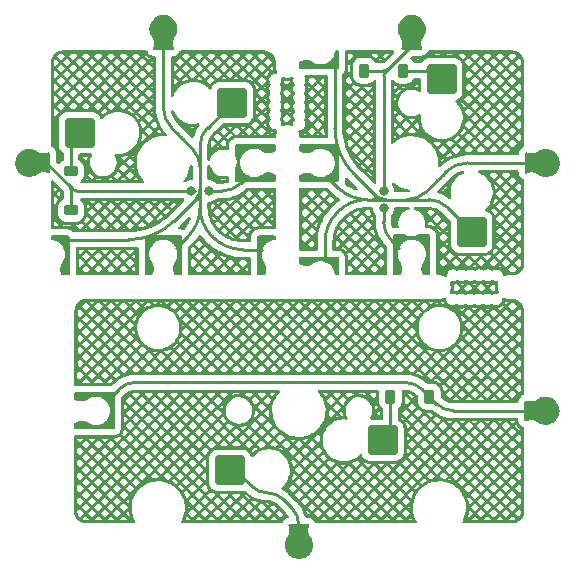
<source format=gbr>
%TF.GenerationSoftware,KiCad,Pcbnew,7.0.7*%
%TF.CreationDate,2023-09-12T19:54:28+10:00*%
%TF.ProjectId,jigsaw,6a696773-6177-42e6-9b69-6361645f7063,rev?*%
%TF.SameCoordinates,Original*%
%TF.FileFunction,Copper,L2,Bot*%
%TF.FilePolarity,Positive*%
%FSLAX46Y46*%
G04 Gerber Fmt 4.6, Leading zero omitted, Abs format (unit mm)*
G04 Created by KiCad (PCBNEW 7.0.7) date 2023-09-12 19:54:28*
%MOMM*%
%LPD*%
G01*
G04 APERTURE LIST*
G04 Aperture macros list*
%AMRoundRect*
0 Rectangle with rounded corners*
0 $1 Rounding radius*
0 $2 $3 $4 $5 $6 $7 $8 $9 X,Y pos of 4 corners*
0 Add a 4 corners polygon primitive as box body*
4,1,4,$2,$3,$4,$5,$6,$7,$8,$9,$2,$3,0*
0 Add four circle primitives for the rounded corners*
1,1,$1+$1,$2,$3*
1,1,$1+$1,$4,$5*
1,1,$1+$1,$6,$7*
1,1,$1+$1,$8,$9*
0 Add four rect primitives between the rounded corners*
20,1,$1+$1,$2,$3,$4,$5,0*
20,1,$1+$1,$4,$5,$6,$7,0*
20,1,$1+$1,$6,$7,$8,$9,0*
20,1,$1+$1,$8,$9,$2,$3,0*%
G04 Aperture macros list end*
%TA.AperFunction,SMDPad,CuDef*%
%ADD10RoundRect,0.225000X0.375000X-0.225000X0.375000X0.225000X-0.375000X0.225000X-0.375000X-0.225000X0*%
%TD*%
%TA.AperFunction,SMDPad,CuDef*%
%ADD11RoundRect,0.250000X-1.025000X-1.000000X1.025000X-1.000000X1.025000X1.000000X-1.025000X1.000000X0*%
%TD*%
%TA.AperFunction,SMDPad,CuDef*%
%ADD12RoundRect,0.225000X-0.225000X-0.375000X0.225000X-0.375000X0.225000X0.375000X-0.225000X0.375000X0*%
%TD*%
%TA.AperFunction,SMDPad,CuDef*%
%ADD13RoundRect,0.225000X0.225000X0.375000X-0.225000X0.375000X-0.225000X-0.375000X0.225000X-0.375000X0*%
%TD*%
%TA.AperFunction,SMDPad,CuDef*%
%ADD14RoundRect,0.250000X-1.000000X1.025000X-1.000000X-1.025000X1.000000X-1.025000X1.000000X1.025000X0*%
%TD*%
%TA.AperFunction,SMDPad,CuDef*%
%ADD15RoundRect,0.250000X1.025000X1.000000X-1.025000X1.000000X-1.025000X-1.000000X1.025000X-1.000000X0*%
%TD*%
%TA.AperFunction,ViaPad*%
%ADD16C,0.800000*%
%TD*%
%TA.AperFunction,Conductor*%
%ADD17C,0.250000*%
%TD*%
G04 APERTURE END LIST*
D10*
%TO.P,D1,1,K*%
%TO.N,row*%
X120485521Y-51164333D03*
%TO.P,D1,2,A*%
%TO.N,Net-(D1-A)*%
X120485521Y-47864333D03*
%TD*%
D11*
%TO.P,SW1,1,1*%
%TO.N,Net-(D1-A)*%
X121211145Y-44594197D03*
%TO.P,SW1,2,2*%
%TO.N,col*%
X134138145Y-42054197D03*
%TD*%
D12*
%TO.P,D1,2,A*%
%TO.N,Net-(D1-A)*%
X148596420Y-39323567D03*
%TO.P,D1,1,K*%
%TO.N,row*%
X145296420Y-39323567D03*
%TD*%
D13*
%TO.P,D2,2,A*%
%TO.N,Net-(D2-A)*%
X147515753Y-66924634D03*
%TO.P,D2,1,K*%
%TO.N,row*%
X150815753Y-66924634D03*
%TD*%
D14*
%TO.P,SW1,2,2*%
%TO.N,col*%
X154406556Y-52976191D03*
%TO.P,SW1,1,1*%
%TO.N,Net-(D1-A)*%
X151866556Y-40049191D03*
%TD*%
D15*
%TO.P,SW2,2,2*%
%TO.N,col*%
X133934671Y-73175431D03*
%TO.P,SW2,1,1*%
%TO.N,Net-(D2-A)*%
X146861671Y-70635431D03*
%TD*%
D16*
%TO.N,row*%
X130683021Y-49515333D03*
X146945420Y-50970067D03*
X146945420Y-49521067D03*
X132132021Y-49515333D03*
%TD*%
D17*
%TO.N,col*%
X128296021Y-42314707D02*
X128296021Y-42338512D01*
X158097118Y-47134067D02*
X158043121Y-47134067D01*
X158574699Y-47134067D02*
X158535755Y-47134067D01*
X154317577Y-47134067D02*
X154312849Y-47134067D01*
X128296021Y-41962354D02*
X128296021Y-41975397D01*
X151137366Y-48974621D02*
X151144955Y-48967032D01*
X128296021Y-38681316D02*
X128296021Y-38684551D01*
X128296021Y-40427052D02*
X128296021Y-40438788D01*
X143093575Y-49235561D02*
G75*
G03*
X145531869Y-50245567I2438325J2438261D01*
G01*
X155854329Y-47134067D02*
X155851715Y-47134067D01*
X130762206Y-45949018D02*
X130760355Y-45947167D01*
X128296021Y-40606424D02*
X128296021Y-40609038D01*
X129225720Y-44412532D02*
X129250481Y-44437293D01*
X155851715Y-47134067D02*
X155826936Y-47134067D01*
X152023460Y-48088527D02*
X151974589Y-48137398D01*
%TO.N,Net-(D1-A)*%
X150627839Y-39323567D02*
X148596420Y-39323567D01*
%TO.N,col*%
X155941735Y-47134067D02*
X155884336Y-47134067D01*
X128296021Y-38363635D02*
X128296021Y-38271607D01*
X128296021Y-41122757D02*
X128296021Y-40985835D01*
X129059146Y-44245958D02*
X129061397Y-44248209D01*
X129148061Y-44334873D02*
X129152563Y-44339375D01*
X151613976Y-48498011D02*
X151602351Y-48509636D01*
%TO.N,Net-(D1-A)*%
X151503728Y-39686395D02*
G75*
G03*
X150627839Y-39323567I-875928J-875905D01*
G01*
%TO.N,col*%
X155856943Y-47134067D02*
X155884336Y-47134067D01*
X129081656Y-44268468D02*
X129088409Y-44275221D01*
X151768546Y-48343441D02*
X151724940Y-48387047D01*
%TO.N,row*%
X130683021Y-49515333D02*
X130686089Y-49512265D01*
X130705318Y-49509197D02*
X130693495Y-49509197D01*
%TO.N,col*%
X150645011Y-49466976D02*
X150633905Y-49478082D01*
X154173438Y-47134067D02*
X154169851Y-47134067D01*
X154322305Y-47134067D02*
X154317577Y-47134067D01*
X130052195Y-45239007D02*
X130077792Y-45264604D01*
X130493803Y-45680615D02*
X130530823Y-45717635D01*
X130575246Y-45762058D02*
X130597460Y-45784272D01*
X128296021Y-40738161D02*
X128296021Y-40739467D01*
X154527099Y-47134067D02*
X154512749Y-47134067D01*
X154999993Y-47134067D02*
X154954746Y-47134067D01*
X129671590Y-44858402D02*
X129689840Y-44876652D01*
X155551228Y-47134067D02*
X155513073Y-47134067D01*
X158622535Y-47134067D02*
X158616232Y-47134067D01*
X128296021Y-37098403D02*
X128296021Y-37142073D01*
X158403166Y-47134067D02*
X158271758Y-47134067D01*
X154055551Y-47134104D02*
G75*
G03*
X152215920Y-47896067I-51J-2601596D01*
G01*
X128296021Y-42138448D02*
X128296021Y-42143176D01*
X128296021Y-38012340D02*
X128296021Y-38057587D01*
X128296021Y-38935461D02*
X128296021Y-39114872D01*
X132467110Y-53416814D02*
G75*
G03*
X135025197Y-54476403I2558090J2558114D01*
G01*
X130180631Y-45367443D02*
X130216647Y-45403459D01*
X129432758Y-44619570D02*
X129447213Y-44634025D01*
X158097118Y-47134067D02*
X158189146Y-47134067D01*
X128296021Y-41551254D02*
X128296021Y-41662174D01*
X130649291Y-45836103D02*
X130640036Y-45826848D01*
X128296021Y-38541470D02*
X128296021Y-38568469D01*
X147130391Y-50245567D02*
X146064710Y-50245567D01*
X150508032Y-49603955D02*
X150506180Y-49605807D01*
X152131508Y-47980479D02*
X152130382Y-47981605D01*
X150822714Y-49289273D02*
X150781990Y-49329997D01*
X130136575Y-45323387D02*
X130128986Y-45315798D01*
X128296021Y-42143176D02*
X128296021Y-42147904D01*
X139781681Y-77847709D02*
X139781681Y-78734807D01*
%TO.N,row*%
X146945420Y-49521067D02*
X146948488Y-49524135D01*
%TO.N,col*%
X132047280Y-44145061D02*
X134138145Y-42054197D01*
X159386549Y-47134067D02*
X159384973Y-47134067D01*
X156021965Y-47134067D02*
X155999134Y-47134067D01*
X129175073Y-44361885D02*
X129179575Y-44366387D01*
X128296021Y-38188995D02*
X128296021Y-38230301D01*
X128296021Y-41319276D02*
X128296021Y-41338187D01*
X128296021Y-37072628D02*
X128296021Y-37074204D01*
X159207140Y-47134067D02*
X159188061Y-47134067D01*
X128296021Y-40685989D02*
X128296021Y-40738161D01*
X158616232Y-47134067D02*
X158609929Y-47134067D01*
X151093310Y-49018677D02*
X151057294Y-49054693D01*
X158043121Y-47134067D02*
X158031965Y-47134067D01*
X151909663Y-48202324D02*
X151902315Y-48209672D01*
X129142433Y-44329245D02*
X129143559Y-44330371D01*
X128296021Y-37074204D02*
X128296021Y-37075780D01*
X128296021Y-38860769D02*
X128296021Y-38862386D01*
X128296021Y-38687786D02*
X128296021Y-38721089D01*
%TO.N,Net-(D1-A)*%
X120485521Y-45832914D02*
X120485521Y-47864333D01*
%TO.N,col*%
X155774764Y-47134067D02*
X155722592Y-47134067D01*
X159097524Y-47134067D02*
X159021254Y-47134067D01*
X130412355Y-45599167D02*
X130451227Y-45638039D01*
X151221746Y-48890241D02*
X151196149Y-48915838D01*
X128296021Y-41719239D02*
X128296021Y-41776304D01*
X128296021Y-41122757D02*
X128296021Y-41172732D01*
X155065833Y-47134067D02*
X155062120Y-47134067D01*
X130530823Y-45717635D02*
X130567843Y-45754655D01*
X150661672Y-49450315D02*
X150654267Y-49457720D01*
X154099617Y-47134067D02*
X154078175Y-47134067D01*
X157598367Y-47134067D02*
X157525292Y-47134067D01*
X128296005Y-42405202D02*
G75*
G03*
X129058022Y-44244832I2601595J2D01*
G01*
X150624650Y-49487337D02*
X150633905Y-49478082D01*
X130730739Y-45917551D02*
X130738143Y-45924955D01*
%TO.N,row*%
X118568730Y-47331438D02*
G75*
G03*
X118015553Y-47102333I-553130J-553162D01*
G01*
%TO.N,col*%
X152049346Y-48062641D02*
X152048221Y-48063766D01*
X130397550Y-53367213D02*
G75*
G03*
X131407521Y-50928884I-2438350J2438313D01*
G01*
X152212544Y-47899443D02*
X152211418Y-47900569D01*
X159450480Y-47134067D02*
X159499313Y-47134067D01*
X130717780Y-45904592D02*
X130708525Y-45895337D01*
X157669824Y-47134067D02*
X157599984Y-47134067D01*
X150698695Y-49413292D02*
X150676481Y-49435506D01*
X152138261Y-47973726D02*
X152143888Y-47968099D01*
X151348993Y-48762994D02*
X151340954Y-48771033D01*
X155122566Y-47134067D02*
X155103655Y-47134067D01*
X130649291Y-45836103D02*
X130678908Y-45865720D01*
X159580309Y-47134067D02*
X159558080Y-47134067D01*
X154541449Y-47134067D02*
X154527099Y-47134067D01*
X128296021Y-38644779D02*
X128296021Y-38681316D01*
X152197912Y-47914075D02*
X152193410Y-47918577D01*
X157776202Y-47134067D02*
X157772967Y-47134067D01*
X147130391Y-50245567D02*
X148961664Y-50245567D01*
%TO.N,row*%
X133303495Y-49515333D02*
X132132021Y-49515333D01*
%TO.N,col*%
X150624650Y-49487337D02*
X150595033Y-49516954D01*
X151841183Y-48270804D02*
X151826728Y-48285259D01*
X156501120Y-47134067D02*
X156299146Y-47134067D01*
X152125880Y-47986107D02*
X152121378Y-47990609D01*
X131407521Y-45689577D02*
X131407521Y-47499089D01*
%TO.N,row*%
X130720131Y-49515333D02*
X130957521Y-49515333D01*
%TO.N,col*%
X156045437Y-47134067D02*
X156081581Y-47134067D01*
X128296021Y-41357098D02*
X128296021Y-41376009D01*
X128296021Y-41263226D02*
X128296021Y-41222707D01*
X151953028Y-48158959D02*
X151931467Y-48180520D01*
X159450480Y-47134067D02*
X159408385Y-47134067D01*
X154444920Y-47134067D02*
X154392540Y-47134067D01*
X128296021Y-42388529D02*
X128296021Y-42399644D01*
X154392540Y-47134067D02*
X154347293Y-47134067D01*
X157968595Y-47134067D02*
X157963909Y-47134067D01*
X128296021Y-37657458D02*
X128296021Y-37701129D01*
X158638067Y-47134067D02*
X158622535Y-47134067D01*
X154798579Y-47134067D02*
X154741514Y-47134067D01*
X129081656Y-44268468D02*
X129080531Y-44267343D01*
X151584101Y-48527886D02*
X151559227Y-48552760D01*
X129299352Y-44486164D02*
X129320913Y-44507725D01*
X150654267Y-49457720D02*
X150646862Y-49465125D01*
X128296021Y-42290902D02*
X128296021Y-42314707D01*
X151625601Y-48486386D02*
X151613976Y-48498011D01*
X150780138Y-49331849D02*
X150781990Y-49329997D01*
X143093553Y-49235583D02*
X142083569Y-48225600D01*
X158759624Y-47134067D02*
X158715953Y-47134067D01*
X128296021Y-37886054D02*
X128296021Y-37924998D01*
X125383197Y-53633563D02*
X120061381Y-53633563D01*
X154541449Y-47134067D02*
X154561667Y-47134067D01*
X128296021Y-38428788D02*
X128296021Y-38460473D01*
X132417504Y-53367200D02*
X132467114Y-53416810D01*
X151126947Y-48985040D02*
X151116528Y-48995459D01*
%TO.N,row*%
X149358420Y-36853599D02*
X149358420Y-36529567D01*
X146951531Y-49531541D02*
G75*
G03*
X146948487Y-49524136I-10431J41D01*
G01*
%TO.N,col*%
X130762206Y-45949018D02*
X130765909Y-45952721D01*
X128296021Y-41948004D02*
X128296021Y-41962354D01*
X128296021Y-39733916D02*
X128296021Y-39817069D01*
X152214795Y-47897192D02*
X152215920Y-47896067D01*
X128296021Y-40947680D02*
X128296021Y-40985835D01*
X151057294Y-49054693D02*
X151021278Y-49090709D01*
X129634281Y-44821093D02*
X129647529Y-44834341D01*
X155722592Y-47134067D02*
X155721286Y-47134067D01*
X156237019Y-47134067D02*
X156159300Y-47134067D01*
X128296021Y-37253613D02*
X128296021Y-37272692D01*
X157345798Y-47134067D02*
X157345715Y-47134067D01*
X152179904Y-47932083D02*
X152185532Y-47926455D01*
X129689840Y-44876652D02*
X129714714Y-44901526D01*
X128296021Y-39114872D02*
X128296021Y-39114955D01*
X150669077Y-49442910D02*
X150661672Y-49450315D01*
X128296021Y-37822686D02*
X128296021Y-37838218D01*
X129230953Y-52039770D02*
X131030745Y-50239978D01*
X159269058Y-47134067D02*
X159234139Y-47134067D01*
X128296021Y-40609038D02*
X128296021Y-40633817D01*
X128296021Y-36858609D02*
X128296021Y-36880050D01*
X131407526Y-50928884D02*
G75*
G03*
X132417504Y-53367200I3448274J-16D01*
G01*
X128296021Y-41662174D02*
X128296021Y-41719239D01*
X130252663Y-45439475D02*
X130293888Y-45480700D01*
X131407471Y-50396043D02*
G75*
G03*
X131030746Y-50239979I-220671J43D01*
G01*
%TO.N,Net-(D2-A)*%
X147188712Y-70308390D02*
X146861671Y-70635431D01*
%TO.N,col*%
X128296021Y-40603810D02*
X128296021Y-40576417D01*
X128296021Y-41398633D02*
X128296021Y-41424969D01*
X159383397Y-47134067D02*
X159362350Y-47134067D01*
X150511735Y-49600252D02*
X150508032Y-49603955D01*
%TO.N,row*%
X120355057Y-49117805D02*
X118568710Y-47331458D01*
%TO.N,col*%
X128296021Y-37838218D02*
X128296021Y-37844521D01*
X151503667Y-48608320D02*
X151417421Y-48694566D01*
X129714714Y-44901526D02*
X129739588Y-44926400D01*
X129356930Y-44543742D02*
X129364278Y-44551090D01*
X151679404Y-48432583D02*
X151666156Y-48445831D01*
X151137366Y-48974621D02*
X151126947Y-48985040D01*
X157599984Y-47134067D02*
X157598367Y-47134067D01*
X129094037Y-44280849D02*
X129112045Y-44298857D01*
X128296021Y-41338187D02*
X128296021Y-41357098D01*
X159362350Y-47134067D02*
X159318680Y-47134067D01*
X150556161Y-49555826D02*
X150565416Y-49546571D01*
X128296021Y-38363635D02*
X128296021Y-38417632D01*
X159226219Y-47134067D02*
X159207140Y-47134067D01*
X128296021Y-38417632D02*
X128296021Y-38428788D01*
X157091570Y-47134067D02*
X157015509Y-47134067D01*
X134191294Y-73175431D02*
X133934671Y-73175431D01*
X158609929Y-47134067D02*
X158603626Y-47134067D01*
X151812152Y-48299835D02*
X151826728Y-48285259D01*
X152112374Y-47999613D02*
X152098868Y-48013119D01*
X151116528Y-48995459D02*
X151093310Y-49018677D01*
X152130382Y-47981605D02*
X152125880Y-47986107D01*
%TO.N,Net-(D2-A)*%
X147188683Y-70308361D02*
G75*
G03*
X147515753Y-69518844I-789483J789561D01*
G01*
%TO.N,col*%
X130619674Y-45806486D02*
X130627079Y-45813891D01*
%TO.N,row*%
X147082018Y-39454029D02*
G75*
G03*
X146951556Y-39768998I314982J-314971D01*
G01*
%TO.N,col*%
X159623585Y-47134067D02*
X159602144Y-47134067D01*
X158535755Y-47134067D02*
X158493660Y-47134067D01*
X159151522Y-47134067D02*
X159097524Y-47134067D01*
X135025197Y-54476403D02*
X136630541Y-54476403D01*
X129076029Y-44262841D02*
X129080531Y-44267343D01*
X128296021Y-37785319D02*
X128296021Y-37744800D01*
X152192285Y-47919702D02*
X152193410Y-47918577D01*
X128296021Y-40909525D02*
X128296021Y-40794252D01*
X129202085Y-44388897D02*
X129224595Y-44411407D01*
X154204418Y-47134067D02*
X154173438Y-47134067D01*
X155035784Y-47134067D02*
X154999993Y-47134067D01*
X155856943Y-47134067D02*
X155854329Y-47134067D01*
X129250481Y-44437293D02*
X129299352Y-44486164D01*
X152211418Y-47900569D02*
X152206916Y-47905071D01*
X146220784Y-49868782D02*
G75*
G03*
X147130391Y-50245567I909616J909582D01*
G01*
X155721286Y-47134067D02*
X155666501Y-47134067D01*
X128296021Y-37234534D02*
X128296021Y-37253613D01*
X152071856Y-48040131D02*
X152049346Y-48062641D01*
X128296021Y-37657458D02*
X128296021Y-37534719D01*
X151373110Y-48738877D02*
X151365071Y-48746916D01*
X132047291Y-44145072D02*
G75*
G03*
X131407521Y-45689577I1544509J-1544528D01*
G01*
X155288021Y-47134067D02*
X155238046Y-47134067D01*
X159558080Y-47134067D02*
X159535851Y-47134067D01*
X158448413Y-47134067D02*
X158403166Y-47134067D01*
X129908870Y-45095682D02*
X129916909Y-45103721D01*
X128296021Y-41294289D02*
X128296021Y-41300365D01*
X155337996Y-47134067D02*
X155474918Y-47134067D01*
X152098868Y-48013119D02*
X152094366Y-48017621D01*
X158597323Y-47134067D02*
X158591020Y-47134067D01*
X129924948Y-45111760D02*
X129932987Y-45119799D01*
%TO.N,row*%
X149129303Y-37406764D02*
G75*
G03*
X149358420Y-36853599I-553203J553164D01*
G01*
%TO.N,col*%
X152112374Y-47999613D02*
X152116876Y-47995111D01*
X152121378Y-47990609D02*
X152116876Y-47995111D01*
X128296021Y-37010273D02*
X128296021Y-36961440D01*
X158973644Y-47134067D02*
X158926034Y-47134067D01*
%TO.N,row*%
X130712722Y-49512268D02*
G75*
G03*
X130705318Y-49509197I-7422J-7432D01*
G01*
%TO.N,col*%
X130157413Y-45344225D02*
X130180631Y-45367443D01*
X159602144Y-47134067D02*
X159580703Y-47134067D01*
X128296021Y-41376009D02*
X128296021Y-41394920D01*
X129594537Y-44781349D02*
X129607785Y-44794597D01*
X128296021Y-38568469D02*
X128296021Y-38644779D01*
%TO.N,row*%
X147027981Y-39323567D02*
X145296420Y-39323567D01*
%TO.N,col*%
X128296021Y-41844300D02*
X128296021Y-41776304D01*
X128296021Y-42339694D02*
X128296021Y-42361136D01*
X130738143Y-45924955D02*
X130745547Y-45932359D01*
X130146994Y-45333806D02*
X130157413Y-45344225D01*
X129067025Y-44253837D02*
X129071527Y-44258339D01*
X128296021Y-38460473D02*
X128296021Y-38492158D01*
%TO.N,row*%
X120355057Y-49117805D02*
X120615985Y-49378733D01*
X130679936Y-49512282D02*
G75*
G03*
X130672546Y-49509197I-7436J-7418D01*
G01*
%TO.N,col*%
X154616453Y-47134067D02*
X154561667Y-47134067D01*
X130567843Y-45754655D02*
X130575246Y-45762058D01*
X128296021Y-38684551D02*
X128296021Y-38687786D01*
X157963909Y-47134067D02*
X157941596Y-47134067D01*
X159408385Y-47134067D02*
X159388125Y-47134067D01*
X159021254Y-47134067D02*
X158973644Y-47134067D01*
X129900831Y-45087643D02*
X129908870Y-45095682D01*
X128296021Y-37052368D02*
X128296021Y-37072628D01*
X130604864Y-45791676D02*
X130612269Y-45799081D01*
X151812152Y-48299835D02*
X151768546Y-48343441D01*
%TO.N,row*%
X151411067Y-67519948D02*
X150815753Y-66924634D01*
%TO.N,col*%
X157815974Y-47134067D02*
X157779437Y-47134067D01*
X151652908Y-48459079D02*
X151639660Y-48472327D01*
X150520990Y-49590997D02*
X150513586Y-49598401D01*
X158803295Y-47134067D02*
X158926034Y-47134067D01*
X129505395Y-44692207D02*
X129549001Y-44735813D01*
X138443997Y-75622951D02*
G75*
G03*
X137122209Y-75075431I-1321797J-1321749D01*
G01*
X158675434Y-47134067D02*
X158638067Y-47134067D01*
%TO.N,row*%
X151411069Y-67519946D02*
G75*
G03*
X152848283Y-68115262I1437231J1437246D01*
G01*
X152848283Y-68115262D02*
X159818909Y-68115262D01*
%TO.N,col*%
X151602351Y-48509636D02*
X151584101Y-48527886D01*
X150556161Y-49555826D02*
X150545054Y-49566933D01*
X128296021Y-37850824D02*
X128296021Y-37857127D01*
X128296021Y-37785319D02*
X128296021Y-37822686D01*
%TO.N,row*%
X139799072Y-65720431D02*
X148760050Y-65720431D01*
%TO.N,Net-(D2-A)*%
X147240271Y-70308246D02*
X146877459Y-70671058D01*
X147240244Y-70308219D02*
G75*
G03*
X147603083Y-69432341I-875844J875919D01*
G01*
%TO.N,col*%
X130752951Y-45939763D02*
X130760355Y-45947167D01*
X128296021Y-42147904D02*
X128296021Y-42165799D01*
%TO.N,row*%
X150213620Y-66322565D02*
G75*
G03*
X148760050Y-65720431I-1453620J-1453535D01*
G01*
%TO.N,col*%
X128296021Y-42287315D02*
X128296021Y-42290902D01*
X128296021Y-36820759D02*
X128296021Y-36815333D01*
X154327033Y-47134067D02*
X154322305Y-47134067D01*
X151639660Y-48472327D02*
X151626412Y-48485575D01*
X128296021Y-41424969D02*
X128296021Y-41460760D01*
X157892284Y-47134067D02*
X157815974Y-47134067D01*
%TO.N,row*%
X130672546Y-49509197D02*
X120930952Y-49509197D01*
%TO.N,col*%
X128296021Y-36929672D02*
X128296021Y-36961440D01*
X151534353Y-48577634D02*
X151503667Y-48608320D01*
X154169851Y-47134067D02*
X154146046Y-47134067D01*
%TO.N,row*%
X146945407Y-52141541D02*
G75*
G03*
X147580420Y-53674567I2168093J41D01*
G01*
%TO.N,col*%
X152138261Y-47973726D02*
X152131508Y-47980479D01*
X154498399Y-47134067D02*
X154485356Y-47134067D01*
X131407521Y-50928884D02*
X131407521Y-50396043D01*
X151863468Y-48248519D02*
X151863227Y-48248760D01*
X129062523Y-44249335D02*
X129067025Y-44253837D01*
X128296021Y-40415316D02*
X128296021Y-40379172D01*
X156237019Y-47134067D02*
X156299146Y-47134067D01*
%TO.N,row*%
X150213652Y-66322533D02*
X150815753Y-66924634D01*
%TO.N,col*%
X128296021Y-39293122D02*
X128296021Y-39369183D01*
X128296021Y-39959633D02*
X128296021Y-40161607D01*
%TO.N,row*%
X146948488Y-49517999D02*
G75*
G03*
X146951556Y-49510592I-7388J7399D01*
G01*
%TO.N,col*%
X128296021Y-38721089D02*
X128296021Y-38790929D01*
X152048221Y-48063766D02*
X152023460Y-48088527D01*
X155999134Y-47134067D02*
X155941735Y-47134067D01*
X150980053Y-49131934D02*
X150861586Y-49250401D01*
X156045437Y-47134067D02*
X156033701Y-47134067D01*
X159639994Y-47134067D02*
X159645420Y-47134067D01*
X129648340Y-44835152D02*
X129659965Y-44846777D01*
X128296021Y-36831611D02*
X128296021Y-36837168D01*
X128296021Y-42133720D02*
X128296021Y-42138448D01*
X159168982Y-47134067D02*
X159151522Y-47134067D01*
X151196149Y-48915838D02*
X151170552Y-48941435D01*
X157525292Y-47134067D02*
X157345881Y-47134067D01*
X150543202Y-49568785D02*
X150535798Y-49576189D01*
X128296021Y-42133720D02*
X128296021Y-42113460D01*
X159535851Y-47134067D02*
X159531081Y-47134067D01*
X151974589Y-48137398D02*
X151953028Y-48158959D01*
X128296021Y-42405202D02*
X128296021Y-42399644D01*
X155513073Y-47134067D02*
X155474918Y-47134067D01*
X158271758Y-47134067D02*
X158230452Y-47134067D01*
X150511735Y-49600252D02*
X150513586Y-49598401D01*
X143093553Y-51255550D02*
X143043943Y-51305160D01*
X128296021Y-39900222D02*
X128296021Y-39959633D01*
X129161567Y-44348379D02*
X129175073Y-44361885D01*
X130717780Y-45904592D02*
X130728887Y-45915699D01*
X129224595Y-44411407D02*
X129225720Y-44412532D01*
X131030771Y-50240004D02*
G75*
G03*
X131407521Y-49330362I-909671J909604D01*
G01*
X158574699Y-47134067D02*
X158591020Y-47134067D01*
X152192285Y-47919702D02*
X152185532Y-47926455D01*
X128296021Y-37844521D02*
X128296021Y-37850824D01*
X128296021Y-37010273D02*
X128296021Y-37052368D01*
X128296021Y-41506007D02*
X128296021Y-41551254D01*
X157739664Y-47134067D02*
X157669824Y-47134067D01*
X128296021Y-37863430D02*
X128296021Y-37869733D01*
X150771176Y-50245567D02*
X148961664Y-50245567D01*
X151559227Y-48552760D02*
X151534353Y-48577634D01*
X154327033Y-47134067D02*
X154347293Y-47134067D01*
X154055551Y-47134067D02*
X154061109Y-47134067D01*
X159188061Y-47134067D02*
X159168982Y-47134067D01*
X143043927Y-51305144D02*
G75*
G03*
X141984350Y-53863243I2558073J-2558056D01*
G01*
X128296021Y-40415316D02*
X128296021Y-40427052D01*
X152094366Y-48017621D02*
X152071856Y-48040131D01*
X130293888Y-45480700D02*
X130412355Y-45599167D01*
X128296021Y-41394920D02*
X128296021Y-41398633D01*
%TO.N,row*%
X134836521Y-48880333D02*
X135471521Y-48245333D01*
%TO.N,col*%
X157167631Y-47134067D02*
X157345715Y-47134067D01*
X151666156Y-48445831D02*
X151652908Y-48459079D01*
X128296021Y-42068213D02*
X128296021Y-42113460D01*
X128296021Y-40438788D02*
X128296021Y-40461619D01*
X128296021Y-41919304D02*
X128296021Y-41899086D01*
X125383197Y-53633556D02*
G75*
G03*
X129230953Y-52039770I3J5441556D01*
G01*
X128296021Y-41975397D02*
X128296021Y-42015833D01*
X158230452Y-47134067D02*
X158189146Y-47134067D01*
X154294954Y-47134067D02*
X154254435Y-47134067D01*
X128296021Y-37924998D02*
X128296021Y-37967093D01*
X129061397Y-44248209D02*
X129062523Y-44249335D01*
X151855638Y-48256349D02*
X151841183Y-48270804D01*
X150528394Y-49583593D02*
X150520990Y-49590997D01*
%TO.N,row*%
X146945420Y-49558177D02*
X146945420Y-49795567D01*
%TO.N,col*%
X134629377Y-73356891D02*
X135800410Y-74527924D01*
%TO.N,row*%
X146945420Y-49521067D02*
X146948488Y-49517999D01*
%TO.N,col*%
X155084744Y-47134067D02*
X155065833Y-47134067D01*
X156726837Y-47134067D02*
X156643684Y-47134067D01*
X155337996Y-47134067D02*
X155288021Y-47134067D01*
X158000280Y-47134067D02*
X157968595Y-47134067D01*
X129403487Y-44590299D02*
X129410473Y-44597285D01*
X129375059Y-44561871D02*
X129389273Y-44576085D01*
X130678908Y-45865720D02*
X130708525Y-45895337D01*
X129389273Y-44576085D02*
X129403487Y-44590299D01*
X128296021Y-37886054D02*
X128296021Y-37869733D01*
X128296021Y-41460760D02*
X128296021Y-41506007D01*
X151417421Y-48694566D02*
X151373110Y-48738877D01*
%TO.N,row*%
X146951556Y-49543364D02*
X146951556Y-49531541D01*
%TO.N,col*%
X150646862Y-49465125D02*
X150645011Y-49466976D01*
X128296021Y-41933654D02*
X128296021Y-41948004D01*
X157919283Y-47134067D02*
X157892284Y-47134067D01*
X156033701Y-47134067D02*
X156021965Y-47134067D01*
X128296021Y-42338512D02*
X128296021Y-42339694D01*
X131407521Y-49330362D02*
X131407521Y-50396043D01*
X128296021Y-37291771D02*
X128296021Y-37309231D01*
X150743118Y-49368869D02*
X150706098Y-49405889D01*
X159639994Y-47134067D02*
X159629142Y-47134067D01*
X129461789Y-44648601D02*
X129505395Y-44692207D01*
X130604864Y-45791676D02*
X130597460Y-45784272D01*
X152315695Y-50885323D02*
G75*
G03*
X150771176Y-50245567I-1544495J-1544477D01*
G01*
X129410473Y-44597285D02*
X129410714Y-44597526D01*
X152202414Y-47909573D02*
X152197912Y-47914075D01*
X128296021Y-40223734D02*
X128296021Y-40301453D01*
X157015509Y-47134067D02*
X156726837Y-47134067D01*
X142827149Y-44221243D02*
G75*
G03*
X144420983Y-48068999I5441551J43D01*
G01*
%TO.N,row*%
X146948498Y-49550781D02*
G75*
G03*
X146945420Y-49558177I7402J-7419D01*
G01*
%TO.N,col*%
X128296021Y-42382578D02*
X128296021Y-42388529D01*
X131407521Y-49330362D02*
X131407521Y-47499089D01*
X128296021Y-40223734D02*
X128296021Y-40161607D01*
X155551228Y-47134067D02*
X155666501Y-47134067D01*
X155197527Y-47134067D02*
X155238046Y-47134067D01*
X134629385Y-73356883D02*
G75*
G03*
X134191294Y-73175431I-438085J-438117D01*
G01*
X154512749Y-47134067D02*
X154498399Y-47134067D01*
X151365071Y-48746916D02*
X151357032Y-48754955D01*
X128296021Y-42015833D02*
X128296021Y-42068213D01*
X159531081Y-47134067D02*
X159499313Y-47134067D01*
X151884668Y-48227319D02*
X151870454Y-48241533D01*
X130397537Y-53367200D02*
X129387554Y-54377184D01*
X129932987Y-45119799D02*
X130052195Y-45239007D01*
X159388125Y-47134067D02*
X159386549Y-47134067D01*
X129549001Y-44735813D02*
X129594537Y-44781349D01*
X130451227Y-45638039D02*
X130491951Y-45678763D01*
X156159300Y-47134067D02*
X156081581Y-47134067D01*
X128296021Y-40461619D02*
X128296021Y-40519018D01*
X130765909Y-45952721D02*
X130767761Y-45954573D01*
X150535798Y-49576189D02*
X150528394Y-49583593D01*
X129461789Y-44648601D02*
X129447213Y-44634025D01*
X128296021Y-37701129D02*
X128296021Y-37744800D01*
X157167631Y-47134067D02*
X157091570Y-47134067D01*
X128296021Y-39817069D02*
X128296021Y-39900222D01*
X156643684Y-47134067D02*
X156560531Y-47134067D01*
X128296021Y-41919304D02*
X128296021Y-41933654D01*
X151917011Y-48194976D02*
X151909663Y-48202324D01*
X128296021Y-37363229D02*
X128296021Y-37439499D01*
X156560531Y-47134067D02*
X156501120Y-47134067D01*
X157345881Y-47134067D02*
X157345798Y-47134067D01*
X128296021Y-37075780D02*
X128296021Y-37077356D01*
%TO.N,row*%
X147342948Y-39193103D02*
X149129295Y-37406756D01*
%TO.N,col*%
X130216647Y-45403459D02*
X130252663Y-45439475D01*
X159629142Y-47134067D02*
X159623585Y-47134067D01*
X157772967Y-47134067D02*
X157739664Y-47134067D01*
%TO.N,row*%
X130693495Y-49509203D02*
G75*
G03*
X130686090Y-49512266I5J-10497D01*
G01*
%TO.N,col*%
X141984350Y-53863243D02*
X141984350Y-55468587D01*
%TO.N,row*%
X146945420Y-52141541D02*
X146945420Y-50970067D01*
%TO.N,col*%
X151902315Y-48209672D02*
X151898882Y-48213105D01*
X129143559Y-44330371D02*
X129148061Y-44334873D01*
X158803295Y-47134067D02*
X158759624Y-47134067D01*
X128296021Y-38862386D02*
X128296021Y-38935461D01*
X154072224Y-47134067D02*
X154061109Y-47134067D01*
%TO.N,row*%
X135112784Y-65720431D02*
X139799072Y-65720431D01*
%TO.N,col*%
X158675434Y-47134067D02*
X158715953Y-47134067D01*
%TO.N,Net-(D1-A)*%
X120848334Y-44957010D02*
G75*
G03*
X120485521Y-45832914I875866J-875890D01*
G01*
%TO.N,col*%
X128296021Y-37857127D02*
X128296021Y-37863430D01*
X151170552Y-48941435D02*
X151144955Y-48967032D01*
X154312849Y-47134067D02*
X154294954Y-47134067D01*
X128296021Y-39293122D02*
X128296021Y-39115038D01*
X128296021Y-37487109D02*
X128296021Y-37534719D01*
X129094037Y-44280849D02*
X129088409Y-44275221D01*
%TO.N,row*%
X124510079Y-66324029D02*
X123906481Y-66927627D01*
%TO.N,col*%
X139154408Y-76333338D02*
X138444009Y-75622939D01*
X150706098Y-49405889D02*
X150698695Y-49413292D01*
X144420983Y-48068999D02*
X146220775Y-49868791D01*
X128296021Y-42256335D02*
X128296021Y-42287315D01*
X151898882Y-48213105D02*
X151884668Y-48227319D01*
X151870454Y-48241533D02*
X151863468Y-48248519D01*
X129059146Y-44245958D02*
X129058021Y-44244833D01*
%TO.N,row*%
X120485521Y-49432772D02*
X120485521Y-51164333D01*
%TO.N,col*%
X128296021Y-38496844D02*
X128296021Y-38519157D01*
%TO.N,row*%
X130712718Y-49512272D02*
G75*
G03*
X130720131Y-49515333I7382J7372D01*
G01*
%TO.N,col*%
X150545054Y-49566933D02*
X150543202Y-49568785D01*
X151625601Y-48486386D02*
X151626412Y-48485575D01*
X129179575Y-44366387D02*
X129202085Y-44388897D01*
X150669077Y-49442910D02*
X150676481Y-49435506D01*
X129659965Y-44846777D02*
X129671590Y-44858402D01*
X130103389Y-45290201D02*
X130128986Y-45315798D01*
X128296021Y-37077356D02*
X128296021Y-37098403D01*
X128296021Y-37309231D02*
X128296021Y-37363229D01*
X155103655Y-47134067D02*
X155084744Y-47134067D01*
%TO.N,Net-(D1-A)*%
X151503744Y-39686379D02*
X151866556Y-40049191D01*
%TO.N,col*%
X128296021Y-40519018D02*
X128296021Y-40576417D01*
X158031965Y-47134067D02*
X158000280Y-47134067D01*
%TO.N,row*%
X120615917Y-49378801D02*
G75*
G03*
X120485521Y-49432772I-54017J-53999D01*
G01*
%TO.N,col*%
X154121059Y-47134067D02*
X154099617Y-47134067D01*
X129135680Y-44322492D02*
X129130053Y-44316865D01*
X130728887Y-45915699D02*
X130730739Y-45917551D01*
%TO.N,row*%
X147580420Y-53674567D02*
X148215420Y-54309567D01*
%TO.N,col*%
X130627079Y-45813891D02*
X130628930Y-45815742D01*
X155166464Y-47134067D02*
X155160388Y-47134067D01*
X129648340Y-44835152D02*
X129647529Y-44834341D01*
X128296021Y-38492158D02*
X128296021Y-38496844D01*
X154122241Y-47134067D02*
X154121059Y-47134067D01*
X157779437Y-47134067D02*
X157776202Y-47134067D01*
X150780138Y-49331849D02*
X150743118Y-49368869D01*
X151724940Y-48387047D02*
X151679404Y-48432583D01*
X128296021Y-38790929D02*
X128296021Y-38860769D01*
X129607785Y-44794597D02*
X129621033Y-44807845D01*
X130612269Y-45799081D02*
X130619674Y-45806486D01*
X154616453Y-47134067D02*
X154684449Y-47134067D01*
X129071527Y-44258339D02*
X129076029Y-44262841D01*
X130136575Y-45323387D02*
X130146994Y-45333806D01*
X128296021Y-40739467D02*
X128296021Y-40794252D01*
%TO.N,row*%
X120485543Y-49432772D02*
G75*
G03*
X120355057Y-49117805I-445443J-28D01*
G01*
%TO.N,col*%
X128296021Y-37439499D02*
X128296021Y-37487109D01*
X128296021Y-37234534D02*
X128296021Y-37226614D01*
X129364278Y-44551090D02*
X129371626Y-44558438D01*
X155197527Y-47134067D02*
X155166464Y-47134067D01*
X131407515Y-47499089D02*
G75*
G03*
X130767761Y-45954573I-2184315J-11D01*
G01*
%TO.N,row*%
X146951556Y-49510592D02*
X146951556Y-39768998D01*
%TO.N,col*%
X128296021Y-38230301D02*
X128296021Y-38271607D01*
X128296021Y-36820759D02*
X128296021Y-36831611D01*
X129770274Y-44957086D02*
X129856520Y-45043332D01*
X150861586Y-49250401D02*
X150822714Y-49289273D01*
X151855638Y-48256349D02*
X151862986Y-48249001D01*
X151357032Y-48754955D02*
X151348993Y-48762994D01*
X128296021Y-37967093D02*
X128296021Y-38012340D01*
X154485356Y-47134067D02*
X154444920Y-47134067D01*
X128296021Y-40301453D02*
X128296021Y-40379172D01*
X154078175Y-47134067D02*
X154072224Y-47134067D01*
X154909499Y-47134067D02*
X154798579Y-47134067D01*
X128296021Y-38519157D02*
X128296021Y-38541470D01*
%TO.N,row*%
X147342948Y-39193103D02*
X147082020Y-39454031D01*
%TO.N,col*%
X128296021Y-39445244D02*
X128296021Y-39733916D01*
X129739588Y-44926400D02*
X129770274Y-44957086D01*
X151863227Y-48248760D02*
X151862986Y-48249001D01*
X157941596Y-47134067D02*
X157919283Y-47134067D01*
%TO.N,row*%
X133303495Y-49515327D02*
G75*
G03*
X134836521Y-48880333I5J2168027D01*
G01*
%TO.N,col*%
X152214795Y-47897192D02*
X152212544Y-47899443D01*
X128296021Y-42361136D02*
X128296021Y-42382578D01*
%TO.N,row*%
X125967294Y-65720431D02*
X135112784Y-65720431D01*
%TO.N,col*%
X128296021Y-39369183D02*
X128296021Y-39445244D01*
X159384973Y-47134067D02*
X159383397Y-47134067D01*
%TO.N,row*%
X147082041Y-39454052D02*
G75*
G03*
X147027981Y-39323567I-54041J54052D01*
G01*
%TO.N,col*%
X155141477Y-47134067D02*
X155122566Y-47134067D01*
X152315692Y-50885326D02*
X154406556Y-52976191D01*
X128296021Y-37272692D02*
X128296021Y-37291771D01*
X128296021Y-36880444D02*
X128296021Y-36902673D01*
%TO.N,row*%
X118015553Y-47102333D02*
X117691521Y-47102333D01*
%TO.N,col*%
X128296021Y-39114955D02*
X128296021Y-39115038D01*
X130628930Y-45815742D02*
X130640036Y-45826848D01*
X128296021Y-40909525D02*
X128296021Y-40947680D01*
X158603626Y-47134067D02*
X158597323Y-47134067D01*
X129161567Y-44348379D02*
X129157065Y-44343877D01*
X128296021Y-40603810D02*
X128296021Y-40606424D01*
X154204418Y-47134067D02*
X154254435Y-47134067D01*
X159580703Y-47134067D02*
X159580309Y-47134067D01*
%TO.N,Net-(D1-A)*%
X120848333Y-44957009D02*
X121211145Y-44594197D01*
%TO.N,col*%
X128296021Y-41263226D02*
X128296021Y-41294289D01*
X128296021Y-40633817D02*
X128296021Y-40685989D01*
X142827190Y-44221243D02*
X142827190Y-38899427D01*
X129112045Y-44298857D02*
X129130053Y-44316865D01*
X159269058Y-47134067D02*
X159318680Y-47134067D01*
X151021278Y-49090709D02*
X150980053Y-49131934D01*
X148961664Y-50245543D02*
G75*
G03*
X150506180Y-49605807I36J2184243D01*
G01*
X145531869Y-50245555D02*
G75*
G03*
X143093553Y-51255550I31J-3448345D01*
G01*
X129320913Y-44507725D02*
X129342474Y-44529286D01*
X152161896Y-47950091D02*
X152143888Y-47968099D01*
X129621033Y-44807845D02*
X129634281Y-44821093D01*
%TO.N,row*%
X125967294Y-65720443D02*
G75*
G03*
X124510079Y-66324029I6J-2060857D01*
G01*
%TO.N,col*%
X129410714Y-44597526D02*
X129410955Y-44597767D01*
X150595033Y-49516954D02*
X150565416Y-49546571D01*
X128296021Y-37191695D02*
X128296021Y-37226614D01*
X152179904Y-47932083D02*
X152161896Y-47950091D01*
X128296021Y-42165799D02*
X128296021Y-42206318D01*
X130493803Y-45680615D02*
X130491951Y-45678763D01*
X128296021Y-37191695D02*
X128296021Y-37142073D01*
X159226219Y-47134067D02*
X159234139Y-47134067D01*
X154146046Y-47134067D02*
X154122241Y-47134067D01*
X128296021Y-36924902D02*
X128296021Y-36929672D01*
X129856520Y-45043332D02*
X129900831Y-45087643D01*
X129152563Y-44339375D02*
X129157065Y-44343877D01*
X155160388Y-47134067D02*
X155141477Y-47134067D01*
X151931467Y-48180520D02*
X151917011Y-48194976D01*
X128296021Y-41844300D02*
X128296021Y-41899086D01*
X155062120Y-47134067D02*
X155035784Y-47134067D01*
%TO.N,row*%
X146948502Y-49550785D02*
G75*
G03*
X146951556Y-49543364I-7402J7385D01*
G01*
%TO.N,col*%
X146064710Y-50245647D02*
G75*
G03*
X146220775Y-49868791I-10J220747D01*
G01*
X130077792Y-45264604D02*
X130103389Y-45290201D01*
X158493660Y-47134067D02*
X158448413Y-47134067D01*
%TO.N,row*%
X130683021Y-49515333D02*
X130679953Y-49512265D01*
%TO.N,col*%
X128296021Y-38057587D02*
X128296021Y-38188995D01*
X129371626Y-44558438D02*
X129375059Y-44561871D01*
X129135680Y-44322492D02*
X129142433Y-44329245D01*
%TO.N,Net-(D2-A)*%
X147515753Y-69518844D02*
X147515753Y-66924634D01*
%TO.N,col*%
X151340954Y-48771033D02*
X151221746Y-48890241D01*
X128296021Y-41172732D02*
X128296021Y-41222707D01*
X154741514Y-47134067D02*
X154684449Y-47134067D01*
X152206916Y-47905071D02*
X152202414Y-47909573D01*
X128296021Y-36902673D02*
X128296021Y-36924902D01*
X145531869Y-50245567D02*
X146064710Y-50245567D01*
X135800400Y-74527934D02*
G75*
G03*
X137122209Y-75075431I1321800J1321834D01*
G01*
X139781663Y-77847709D02*
G75*
G03*
X139154407Y-76333339I-2141663J9D01*
G01*
%TO.N,row*%
X120616016Y-49378702D02*
G75*
G03*
X120930952Y-49509197I314984J314902D01*
G01*
%TO.N,col*%
X128296021Y-36837168D02*
X128296021Y-36858609D01*
X129418303Y-44605115D02*
X129410955Y-44597767D01*
%TO.N,row*%
X147027981Y-39323542D02*
G75*
G03*
X147342948Y-39193103I19J445442D01*
G01*
%TO.N,col*%
X129916909Y-45103721D02*
X129924948Y-45111760D01*
X129418303Y-44605115D02*
X129432758Y-44619570D01*
X130745547Y-45932359D02*
X130752951Y-45939763D01*
X128296021Y-42256335D02*
X128296021Y-42206318D01*
X128296021Y-36880050D02*
X128296021Y-36880444D01*
X154954746Y-47134067D02*
X154909499Y-47134067D01*
X128296021Y-41300365D02*
X128296021Y-41319276D01*
X155826936Y-47134067D02*
X155774764Y-47134067D01*
X129342474Y-44529286D02*
X129356930Y-44543742D01*
%TD*%
%TA.AperFunction,NonConductor*%
G36*
X138437518Y-39863687D02*
G01*
X138441270Y-39865477D01*
X138453999Y-39871815D01*
X138454005Y-39871816D01*
X138459335Y-39873881D01*
X138459195Y-39874239D01*
X138475803Y-39880950D01*
X138476273Y-39881201D01*
X138497428Y-39884171D01*
X138569910Y-39904794D01*
X138580711Y-39911609D01*
X138589748Y-39912499D01*
X138611518Y-39916633D01*
X138632341Y-39922558D01*
X138637476Y-39923033D01*
X138662033Y-39927844D01*
X138663569Y-39928310D01*
X138683862Y-39927332D01*
X138758900Y-39934285D01*
X138771639Y-39939343D01*
X138780136Y-39938507D01*
X138803728Y-39938439D01*
X138816970Y-39939666D01*
X138830211Y-39938439D01*
X138853803Y-39938507D01*
X138856404Y-39938763D01*
X138875037Y-39934285D01*
X138950076Y-39927332D01*
X138964373Y-39930129D01*
X138971906Y-39927844D01*
X138996462Y-39923034D01*
X138996484Y-39923032D01*
X139001599Y-39922558D01*
X139022415Y-39916635D01*
X139044191Y-39912499D01*
X139047710Y-39912152D01*
X139064028Y-39904795D01*
X139136503Y-39884174D01*
X139156769Y-39884344D01*
X139217008Y-39871802D01*
X139282252Y-39896801D01*
X139323623Y-39953106D01*
X139327985Y-40022839D01*
X139326037Y-40030335D01*
X139316470Y-40062919D01*
X139316470Y-40206843D01*
X139357015Y-40344930D01*
X139416725Y-40437841D01*
X139436409Y-40504881D01*
X139416725Y-40571919D01*
X139357015Y-40664829D01*
X139316470Y-40802916D01*
X139316470Y-40946843D01*
X139357015Y-41084930D01*
X139416725Y-41177841D01*
X139436409Y-41244881D01*
X139416725Y-41311919D01*
X139357015Y-41404829D01*
X139316470Y-41542916D01*
X139316470Y-41686843D01*
X139357015Y-41824930D01*
X139357017Y-41824935D01*
X139416724Y-41917840D01*
X139436409Y-41984879D01*
X139416725Y-42051918D01*
X139357015Y-42144829D01*
X139316470Y-42282916D01*
X139316470Y-42426843D01*
X139357015Y-42564930D01*
X139357017Y-42564935D01*
X139416724Y-42657840D01*
X139436409Y-42724879D01*
X139416725Y-42791918D01*
X139357015Y-42884829D01*
X139316470Y-43022916D01*
X139316470Y-43166843D01*
X139357015Y-43304930D01*
X139416725Y-43397841D01*
X139436409Y-43464881D01*
X139416725Y-43531919D01*
X139357015Y-43624829D01*
X139316470Y-43762916D01*
X139316470Y-43866558D01*
X139296785Y-43933597D01*
X139243981Y-43979352D01*
X139174823Y-43989296D01*
X139174303Y-43989125D01*
X139170208Y-43990320D01*
X139136504Y-43985586D01*
X139064028Y-43964964D01*
X139053223Y-43958148D01*
X139044182Y-43957258D01*
X139022403Y-43953121D01*
X139016509Y-43951444D01*
X139001598Y-43947201D01*
X138996462Y-43946726D01*
X138971910Y-43941916D01*
X138970373Y-43941449D01*
X138950077Y-43942427D01*
X138875038Y-43935474D01*
X138862298Y-43930415D01*
X138853801Y-43931252D01*
X138830213Y-43931320D01*
X138816977Y-43930094D01*
X138816972Y-43930094D01*
X138816970Y-43930094D01*
X138813506Y-43930415D01*
X138803724Y-43931321D01*
X138780136Y-43931252D01*
X138777536Y-43930995D01*
X138758902Y-43935474D01*
X138683862Y-43942428D01*
X138669562Y-43939630D01*
X138662028Y-43941916D01*
X138637478Y-43946726D01*
X138632340Y-43947202D01*
X138632339Y-43947202D01*
X138611539Y-43953120D01*
X138589763Y-43957256D01*
X138586241Y-43957602D01*
X138569909Y-43964965D01*
X138497435Y-43985586D01*
X138482074Y-43985457D01*
X138475800Y-43988811D01*
X138459196Y-43995520D01*
X138459335Y-43995879D01*
X138453986Y-43997950D01*
X138441274Y-44004280D01*
X138372488Y-44016539D01*
X138307994Y-43989663D01*
X138268268Y-43932186D01*
X138265923Y-43862356D01*
X138267030Y-43858341D01*
X138267469Y-43856843D01*
X138267470Y-43856842D01*
X138267470Y-43712917D01*
X138267469Y-43712916D01*
X138264838Y-43703957D01*
X138248087Y-43646907D01*
X138226924Y-43574829D01*
X138226924Y-43574828D01*
X138167215Y-43481920D01*
X138147530Y-43414880D01*
X138147530Y-43414879D01*
X138448646Y-43414879D01*
X138463056Y-43437301D01*
X138465310Y-43441099D01*
X138468288Y-43446551D01*
X138470274Y-43450517D01*
X138471051Y-43452219D01*
X138682579Y-43663747D01*
X138702914Y-43663566D01*
X138722294Y-43654769D01*
X138751815Y-43654143D01*
X138792723Y-43658171D01*
X138799503Y-43657543D01*
X138802378Y-43657344D01*
X138803161Y-43657307D01*
X139091340Y-43369128D01*
X139088615Y-43359847D01*
X138739650Y-43010881D01*
X138518035Y-43232496D01*
X138485494Y-43343329D01*
X138484099Y-43347519D01*
X138481929Y-43353343D01*
X138480229Y-43357446D01*
X138470274Y-43379243D01*
X138468288Y-43383209D01*
X138465310Y-43388661D01*
X138463056Y-43392459D01*
X138448646Y-43414879D01*
X138147530Y-43414879D01*
X138167213Y-43347843D01*
X138226923Y-43254933D01*
X138267470Y-43116841D01*
X138267470Y-42972919D01*
X138267470Y-42972918D01*
X138267470Y-42972917D01*
X138267469Y-42972916D01*
X138264195Y-42961767D01*
X138254216Y-42927778D01*
X138226924Y-42834829D01*
X138226914Y-42834813D01*
X138915720Y-42834813D01*
X139048742Y-42967835D01*
X139050064Y-42961767D01*
X139051156Y-42957491D01*
X139098447Y-42796430D01*
X139099841Y-42792241D01*
X139102011Y-42786417D01*
X139103711Y-42782314D01*
X139113666Y-42760517D01*
X139115652Y-42756551D01*
X139118630Y-42751100D01*
X139120883Y-42747302D01*
X139135292Y-42724879D01*
X139120884Y-42702459D01*
X139118630Y-42698661D01*
X139115652Y-42693209D01*
X139113666Y-42689243D01*
X139103711Y-42667446D01*
X139102011Y-42663343D01*
X139099841Y-42657519D01*
X139098447Y-42653330D01*
X139098164Y-42652368D01*
X138915720Y-42834813D01*
X138226914Y-42834813D01*
X138226135Y-42833602D01*
X138167213Y-42741917D01*
X138147530Y-42674879D01*
X138167215Y-42607840D01*
X138226923Y-42514933D01*
X138267470Y-42376841D01*
X138267470Y-42232919D01*
X138267470Y-42232917D01*
X138267469Y-42232916D01*
X138267261Y-42232209D01*
X138245577Y-42158356D01*
X138530101Y-42158356D01*
X138532784Y-42167491D01*
X138533876Y-42171767D01*
X138535198Y-42177838D01*
X138535987Y-42182209D01*
X138539397Y-42205928D01*
X138539871Y-42210342D01*
X138540313Y-42216539D01*
X138540470Y-42220950D01*
X138540470Y-42388810D01*
X138540313Y-42393221D01*
X138539871Y-42399418D01*
X138539397Y-42403832D01*
X138535987Y-42427551D01*
X138535198Y-42431922D01*
X138533876Y-42437993D01*
X138532784Y-42442270D01*
X138530603Y-42449696D01*
X138739651Y-42658744D01*
X139043470Y-42354924D01*
X139043470Y-42270950D01*
X139043627Y-42266539D01*
X139044069Y-42260342D01*
X139044543Y-42255928D01*
X139044823Y-42253980D01*
X138739650Y-41948807D01*
X138530101Y-42158356D01*
X138245577Y-42158356D01*
X138241605Y-42144829D01*
X138226924Y-42094829D01*
X138226924Y-42094828D01*
X138188115Y-42034440D01*
X138167214Y-42001918D01*
X138147530Y-41934880D01*
X138167213Y-41867843D01*
X138226923Y-41774933D01*
X138227567Y-41772739D01*
X138915720Y-41772739D01*
X139132385Y-41989404D01*
X139135292Y-41984879D01*
X139120884Y-41962459D01*
X139118630Y-41958661D01*
X139115652Y-41953209D01*
X139113666Y-41949243D01*
X139103711Y-41927446D01*
X139102011Y-41923343D01*
X139099841Y-41917519D01*
X139098447Y-41913330D01*
X139051156Y-41752269D01*
X139050064Y-41747993D01*
X139048742Y-41741922D01*
X139047953Y-41737551D01*
X139044543Y-41713832D01*
X139044069Y-41709418D01*
X139043627Y-41703221D01*
X139043470Y-41698810D01*
X139043470Y-41644989D01*
X138915720Y-41772739D01*
X138227567Y-41772739D01*
X138267470Y-41636841D01*
X138267470Y-41492919D01*
X138267470Y-41492917D01*
X138267469Y-41492916D01*
X138226924Y-41354829D01*
X138226924Y-41354828D01*
X138190940Y-41298836D01*
X138167214Y-41261918D01*
X138147530Y-41194880D01*
X138448646Y-41194880D01*
X138463056Y-41217301D01*
X138465310Y-41221099D01*
X138468288Y-41226551D01*
X138470274Y-41230517D01*
X138480229Y-41252314D01*
X138481929Y-41256417D01*
X138484099Y-41262241D01*
X138485493Y-41266431D01*
X138517117Y-41374136D01*
X138739651Y-41596670D01*
X139094619Y-41241702D01*
X138739650Y-40886733D01*
X138472907Y-41153476D01*
X138470274Y-41159243D01*
X138468288Y-41163209D01*
X138465310Y-41168661D01*
X138463056Y-41172459D01*
X138448646Y-41194880D01*
X138147530Y-41194880D01*
X138167213Y-41127843D01*
X138226923Y-41034933D01*
X138229466Y-41026274D01*
X138252788Y-40946843D01*
X138267470Y-40896841D01*
X138267470Y-40752919D01*
X138267470Y-40752918D01*
X138267470Y-40752917D01*
X138267469Y-40752916D01*
X138267261Y-40752209D01*
X138255063Y-40710664D01*
X138915719Y-40710664D01*
X139043470Y-40838414D01*
X139043470Y-40790950D01*
X139043627Y-40786539D01*
X139044069Y-40780342D01*
X139044543Y-40775928D01*
X139047953Y-40752209D01*
X139048742Y-40747838D01*
X139050064Y-40741767D01*
X139051156Y-40737491D01*
X139098447Y-40576430D01*
X139099841Y-40572241D01*
X139102011Y-40566417D01*
X139103711Y-40562314D01*
X139113666Y-40540517D01*
X139115652Y-40536551D01*
X139118630Y-40531100D01*
X139120883Y-40527302D01*
X139135292Y-40504879D01*
X139129898Y-40496485D01*
X138915719Y-40710664D01*
X138255063Y-40710664D01*
X138247275Y-40684141D01*
X138226924Y-40614829D01*
X138226924Y-40614828D01*
X138179167Y-40540517D01*
X138167214Y-40521918D01*
X138147530Y-40454880D01*
X138167213Y-40387843D01*
X138221231Y-40303790D01*
X138508846Y-40303790D01*
X138739650Y-40534594D01*
X139044142Y-40230102D01*
X139044069Y-40229418D01*
X139043627Y-40223221D01*
X139043470Y-40218810D01*
X139043470Y-40192443D01*
X139041358Y-40192788D01*
X139037372Y-40193345D01*
X139036966Y-40193392D01*
X138996698Y-40205608D01*
X138931024Y-40206195D01*
X138911652Y-40214991D01*
X138882118Y-40215618D01*
X138841215Y-40211588D01*
X138834452Y-40212216D01*
X138831568Y-40212416D01*
X138827549Y-40212601D01*
X138824704Y-40212666D01*
X138809236Y-40212666D01*
X138806391Y-40212601D01*
X138802372Y-40212416D01*
X138799489Y-40212216D01*
X138792723Y-40211588D01*
X138751823Y-40215618D01*
X138693172Y-40204496D01*
X138666686Y-40210775D01*
X138637239Y-40205608D01*
X138596974Y-40193392D01*
X138596589Y-40193348D01*
X138592604Y-40192791D01*
X138589785Y-40192331D01*
X138574582Y-40189489D01*
X138571809Y-40188905D01*
X138567893Y-40187986D01*
X138565086Y-40187258D01*
X138549681Y-40182873D01*
X138539606Y-40181881D01*
X138539397Y-40183832D01*
X138535987Y-40207551D01*
X138535198Y-40211922D01*
X138533876Y-40217993D01*
X138532784Y-40222269D01*
X138508846Y-40303790D01*
X138221231Y-40303790D01*
X138226923Y-40294933D01*
X138233794Y-40271534D01*
X138238435Y-40255725D01*
X138267470Y-40156841D01*
X138267470Y-40012919D01*
X138267470Y-40012917D01*
X138267469Y-40012915D01*
X138267029Y-40011415D01*
X138267029Y-40009850D01*
X138266208Y-40004140D01*
X138267029Y-40004021D01*
X138267029Y-39941545D01*
X138304804Y-39882767D01*
X138368360Y-39853743D01*
X138437518Y-39863687D01*
G37*
%TD.AperFunction*%
%TA.AperFunction,NonConductor*%
G36*
X129154748Y-42700996D02*
G01*
X129201830Y-42752620D01*
X129202101Y-42753180D01*
X129294200Y-42944428D01*
X129294205Y-42944436D01*
X129444110Y-43164307D01*
X129469004Y-43191136D01*
X129625107Y-43359376D01*
X129625111Y-43359379D01*
X129625112Y-43359380D01*
X129833165Y-43525298D01*
X130063624Y-43658353D01*
X130311340Y-43755574D01*
X130570778Y-43814790D01*
X130570783Y-43814790D01*
X130570786Y-43814791D01*
X130769697Y-43829697D01*
X130769703Y-43829697D01*
X130902593Y-43829697D01*
X131101501Y-43814791D01*
X131101502Y-43814790D01*
X131101512Y-43814790D01*
X131232973Y-43784784D01*
X131302707Y-43789057D01*
X131359065Y-43830355D01*
X131384149Y-43895567D01*
X131369995Y-43963988D01*
X131356417Y-43984337D01*
X131332262Y-44013770D01*
X131332248Y-44013789D01*
X131178882Y-44243312D01*
X131178874Y-44243326D01*
X131048736Y-44486794D01*
X130943084Y-44741854D01*
X130885961Y-44930157D01*
X130847663Y-44988595D01*
X130783850Y-45017051D01*
X130714783Y-45006489D01*
X130679620Y-44981841D01*
X130612543Y-44914764D01*
X130612539Y-44914758D01*
X130571884Y-44874105D01*
X130536388Y-44838609D01*
X130510793Y-44813013D01*
X130485200Y-44787420D01*
X130485193Y-44787414D01*
X130364900Y-44667121D01*
X130364899Y-44667119D01*
X130312868Y-44615089D01*
X130270991Y-44573212D01*
X130270991Y-44573211D01*
X130270990Y-44573211D01*
X129829788Y-44132009D01*
X129829788Y-44132008D01*
X129813857Y-44116077D01*
X130199936Y-44116077D01*
X130460514Y-44376655D01*
X130554904Y-44471044D01*
X130598024Y-44427924D01*
X130261897Y-44091797D01*
X130614034Y-44091797D01*
X130774092Y-44251855D01*
X130924097Y-44101850D01*
X130917891Y-44102316D01*
X130907686Y-44102697D01*
X130764604Y-44102697D01*
X130754399Y-44102316D01*
X130614034Y-44091797D01*
X130261897Y-44091797D01*
X130243056Y-44072956D01*
X130199936Y-44116077D01*
X129813857Y-44116077D01*
X129735383Y-44037604D01*
X129713823Y-44016044D01*
X129713822Y-44016044D01*
X129683235Y-43985457D01*
X129640193Y-43942413D01*
X129640190Y-43942411D01*
X129574342Y-43876563D01*
X129574329Y-43876543D01*
X129558608Y-43860827D01*
X129531668Y-43833889D01*
X129501519Y-43803740D01*
X129499148Y-43801231D01*
X129492860Y-43794195D01*
X129354954Y-43639882D01*
X129350638Y-43634471D01*
X129226418Y-43459402D01*
X129222717Y-43453512D01*
X129222224Y-43452620D01*
X129118891Y-43265658D01*
X129115874Y-43259393D01*
X129087601Y-43191137D01*
X129033733Y-43061092D01*
X129031437Y-43054528D01*
X128972015Y-42848274D01*
X128970470Y-42841507D01*
X128968131Y-42827740D01*
X128976314Y-42758352D01*
X129020712Y-42704403D01*
X129087230Y-42683021D01*
X129154748Y-42700996D01*
G37*
%TD.AperFunction*%
%TA.AperFunction,NonConductor*%
G36*
X142144729Y-39721856D02*
G01*
X142190484Y-39774660D01*
X142201690Y-39826171D01*
X142201690Y-44141976D01*
X142201689Y-44141998D01*
X142201689Y-44169845D01*
X142201649Y-44169981D01*
X142201649Y-44221248D01*
X142201651Y-44384958D01*
X142201651Y-44437934D01*
X142232571Y-44870206D01*
X142232571Y-44870207D01*
X142236789Y-44899540D01*
X142226845Y-44968699D01*
X142181090Y-45021503D01*
X142114051Y-45041187D01*
X139941470Y-45041187D01*
X139874431Y-45021502D01*
X139828676Y-44968698D01*
X139817470Y-44917187D01*
X139817470Y-44842172D01*
X139817470Y-44842170D01*
X139803640Y-44768187D01*
X140168569Y-44768187D01*
X140496956Y-44768187D01*
X140332762Y-44603993D01*
X140168569Y-44768187D01*
X139803640Y-44768187D01*
X139802935Y-44764416D01*
X139803507Y-44758758D01*
X139800249Y-44748016D01*
X139798636Y-44741421D01*
X139783399Y-44659907D01*
X139772299Y-44631254D01*
X139752041Y-44578961D01*
X139751458Y-44572045D01*
X139745617Y-44561117D01*
X139742479Y-44554279D01*
X139723068Y-44504173D01*
X139717207Y-44434549D01*
X139720717Y-44427924D01*
X140508832Y-44427924D01*
X140849094Y-44768187D01*
X140878506Y-44768187D01*
X141230644Y-44768187D01*
X141559030Y-44768187D01*
X141394837Y-44603994D01*
X141230644Y-44768187D01*
X140878506Y-44768187D01*
X141218768Y-44427925D01*
X141570906Y-44427925D01*
X141911168Y-44768187D01*
X141940579Y-44768187D01*
X141950841Y-44757923D01*
X141928999Y-44452551D01*
X141928651Y-44442811D01*
X141928649Y-44164994D01*
X141928689Y-44164788D01*
X141928689Y-44135915D01*
X141928690Y-44135892D01*
X141928690Y-44075773D01*
X141925874Y-44072957D01*
X141570906Y-44427925D01*
X141218768Y-44427925D01*
X140863800Y-44072956D01*
X140508832Y-44427924D01*
X139720717Y-44427924D01*
X139749917Y-44372810D01*
X139810814Y-44338555D01*
X139838695Y-44335380D01*
X139852766Y-44335380D01*
X139852769Y-44335380D01*
X139959427Y-44320045D01*
X140090343Y-44260257D01*
X140199113Y-44166008D01*
X140276923Y-44044933D01*
X140285969Y-44014124D01*
X140570494Y-44014124D01*
X140687731Y-43896888D01*
X141039869Y-43896888D01*
X141394837Y-44251856D01*
X141749805Y-43896888D01*
X141394837Y-43541919D01*
X141039869Y-43896888D01*
X140687731Y-43896888D01*
X140590470Y-43799627D01*
X140590470Y-43918810D01*
X140590313Y-43923221D01*
X140589871Y-43929418D01*
X140589397Y-43933832D01*
X140585987Y-43957551D01*
X140585198Y-43961922D01*
X140583876Y-43967993D01*
X140582784Y-43972269D01*
X140570494Y-44014124D01*
X140285969Y-44014124D01*
X140317470Y-43906841D01*
X140317470Y-43762919D01*
X140317470Y-43762918D01*
X140317470Y-43762917D01*
X140317469Y-43762916D01*
X140276924Y-43624829D01*
X140276924Y-43624828D01*
X140225100Y-43544189D01*
X140217214Y-43531918D01*
X140197530Y-43464880D01*
X140217213Y-43397843D01*
X140220520Y-43392698D01*
X140535679Y-43392698D01*
X140863800Y-43720818D01*
X141218768Y-43365850D01*
X141570905Y-43365850D01*
X141925874Y-43720819D01*
X141928690Y-43718002D01*
X141928690Y-43013698D01*
X141925874Y-43010882D01*
X141570905Y-43365850D01*
X141218768Y-43365850D01*
X140863799Y-43010882D01*
X140557997Y-43316684D01*
X140535679Y-43392698D01*
X140220520Y-43392698D01*
X140276923Y-43304933D01*
X140317470Y-43166841D01*
X140317470Y-43022919D01*
X140317470Y-43022918D01*
X140317470Y-43022917D01*
X140317469Y-43022916D01*
X140314762Y-43013698D01*
X140307816Y-42990041D01*
X140276924Y-42884829D01*
X140273794Y-42879959D01*
X140217213Y-42791917D01*
X140197530Y-42724880D01*
X140498646Y-42724880D01*
X140513056Y-42747301D01*
X140515310Y-42751099D01*
X140518288Y-42756551D01*
X140520274Y-42760517D01*
X140530229Y-42782314D01*
X140531929Y-42786417D01*
X140534099Y-42792241D01*
X140535493Y-42796430D01*
X140578759Y-42943784D01*
X140687729Y-42834813D01*
X141039869Y-42834813D01*
X141394837Y-43189781D01*
X141749805Y-42834813D01*
X141394837Y-42479844D01*
X141039869Y-42834813D01*
X140687729Y-42834813D01*
X140687730Y-42834812D01*
X140527136Y-42674218D01*
X140520274Y-42689243D01*
X140518288Y-42693209D01*
X140515310Y-42698661D01*
X140513056Y-42702460D01*
X140498646Y-42724880D01*
X140197530Y-42724880D01*
X140197530Y-42724879D01*
X140217215Y-42657840D01*
X140276923Y-42564933D01*
X140317470Y-42426841D01*
X140317470Y-42282919D01*
X140317470Y-42282917D01*
X140317469Y-42282916D01*
X140317234Y-42282117D01*
X140301193Y-42227485D01*
X140585121Y-42227485D01*
X140585198Y-42227838D01*
X140585987Y-42232209D01*
X140589397Y-42255928D01*
X140589871Y-42260342D01*
X140590313Y-42266539D01*
X140590470Y-42270950D01*
X140590470Y-42385414D01*
X140863800Y-42658744D01*
X141218768Y-42303775D01*
X141570906Y-42303775D01*
X141925874Y-42658744D01*
X141928690Y-42655928D01*
X141928690Y-41951624D01*
X141925874Y-41948808D01*
X141570906Y-42303775D01*
X141218768Y-42303775D01*
X140863799Y-41948807D01*
X140585121Y-42227485D01*
X140301193Y-42227485D01*
X140276924Y-42144829D01*
X140276924Y-42144828D01*
X140244496Y-42094369D01*
X140217214Y-42051918D01*
X140197530Y-41984880D01*
X140212883Y-41932589D01*
X140527879Y-41932589D01*
X140687729Y-41772739D01*
X141039869Y-41772739D01*
X141394837Y-42127706D01*
X141749805Y-41772738D01*
X141394837Y-41417771D01*
X141039869Y-41772739D01*
X140687729Y-41772739D01*
X140687730Y-41772738D01*
X140590470Y-41675478D01*
X140590470Y-41698810D01*
X140590313Y-41703221D01*
X140589871Y-41709418D01*
X140589397Y-41713832D01*
X140585987Y-41737551D01*
X140585198Y-41741922D01*
X140583876Y-41747993D01*
X140582784Y-41752269D01*
X140535493Y-41913330D01*
X140534099Y-41917519D01*
X140531929Y-41923343D01*
X140530229Y-41927446D01*
X140527879Y-41932589D01*
X140212883Y-41932589D01*
X140217213Y-41917843D01*
X140276923Y-41824933D01*
X140282791Y-41804950D01*
X140296281Y-41759005D01*
X140317470Y-41686841D01*
X140317470Y-41542919D01*
X140317470Y-41542918D01*
X140317470Y-41542917D01*
X140317469Y-41542916D01*
X140276924Y-41404829D01*
X140276204Y-41403709D01*
X140217213Y-41311917D01*
X140197530Y-41244879D01*
X140198463Y-41241701D01*
X140508831Y-41241701D01*
X140863800Y-41596669D01*
X141218768Y-41241702D01*
X141570906Y-41241702D01*
X141925873Y-41596669D01*
X141928690Y-41593852D01*
X141928690Y-40889549D01*
X141925874Y-40886734D01*
X141570906Y-41241702D01*
X141218768Y-41241702D01*
X140863799Y-40886733D01*
X140508831Y-41241701D01*
X140198463Y-41241701D01*
X140217214Y-41177842D01*
X140276923Y-41084933D01*
X140317470Y-40946841D01*
X140317470Y-40802919D01*
X140317470Y-40802918D01*
X140317470Y-40802917D01*
X140317469Y-40802916D01*
X140276924Y-40664829D01*
X140276924Y-40664828D01*
X140237161Y-40602956D01*
X140217214Y-40571918D01*
X140209448Y-40545470D01*
X140522536Y-40545470D01*
X140530229Y-40562314D01*
X140531929Y-40566417D01*
X140534099Y-40572241D01*
X140535493Y-40576430D01*
X140582784Y-40737491D01*
X140583876Y-40741767D01*
X140585198Y-40747838D01*
X140585987Y-40752209D01*
X140589397Y-40775928D01*
X140589871Y-40780342D01*
X140590313Y-40786539D01*
X140590470Y-40790950D01*
X140590470Y-40807925D01*
X140687729Y-40710665D01*
X141039869Y-40710665D01*
X141394837Y-41065633D01*
X141749805Y-40710665D01*
X141394837Y-40355697D01*
X141039869Y-40710665D01*
X140687729Y-40710665D01*
X140687730Y-40710664D01*
X140522536Y-40545470D01*
X140209448Y-40545470D01*
X140197530Y-40504880D01*
X140217213Y-40437843D01*
X140276923Y-40344933D01*
X140302778Y-40256878D01*
X140586083Y-40256878D01*
X140863800Y-40534595D01*
X141218768Y-40179627D01*
X141218767Y-40179626D01*
X141570906Y-40179626D01*
X141925874Y-40534594D01*
X141928690Y-40531779D01*
X141928690Y-39975171D01*
X141775362Y-39975171D01*
X141570906Y-40179626D01*
X141218767Y-40179626D01*
X141014312Y-39975171D01*
X140713288Y-39975171D01*
X140590470Y-40097988D01*
X140590470Y-40218810D01*
X140590313Y-40223221D01*
X140589871Y-40229418D01*
X140589397Y-40233832D01*
X140586083Y-40256878D01*
X140302778Y-40256878D01*
X140317470Y-40206841D01*
X140317470Y-40062919D01*
X140317470Y-40062918D01*
X140317470Y-40062917D01*
X140317469Y-40062916D01*
X140276924Y-39924829D01*
X140275770Y-39923034D01*
X140256603Y-39893209D01*
X140236920Y-39826170D01*
X140256605Y-39759131D01*
X140309409Y-39713376D01*
X140360920Y-39702171D01*
X142077690Y-39702171D01*
X142144729Y-39721856D01*
G37*
%TD.AperFunction*%
%TA.AperFunction,NonConductor*%
G36*
X136823869Y-37609910D02*
G01*
X136866618Y-37613657D01*
X136935146Y-37620416D01*
X136992925Y-37626115D01*
X137012843Y-37629742D01*
X137079536Y-37647620D01*
X137172705Y-37675894D01*
X137189081Y-37682162D01*
X137256612Y-37713660D01*
X137259580Y-37715144D01*
X137343422Y-37759965D01*
X137349740Y-37763847D01*
X137349830Y-37763910D01*
X137416035Y-37810273D01*
X137419805Y-37813133D01*
X137491858Y-37872268D01*
X137496343Y-37876333D01*
X137526550Y-37906541D01*
X137554006Y-37933999D01*
X137558092Y-37938507D01*
X137574309Y-37958266D01*
X137617138Y-38010451D01*
X137619992Y-38014212D01*
X137633225Y-38033111D01*
X137666532Y-38080677D01*
X137670426Y-38087015D01*
X137715021Y-38170435D01*
X137716534Y-38173461D01*
X137748219Y-38241402D01*
X137754495Y-38257802D01*
X137782467Y-38349974D01*
X137800616Y-38417688D01*
X137804245Y-38437618D01*
X137816328Y-38560108D01*
X137820391Y-38606488D01*
X137820623Y-38612702D01*
X137817127Y-38883948D01*
X137816470Y-38886083D01*
X137816470Y-38908760D01*
X137814916Y-38914049D01*
X137816187Y-38926949D01*
X137816482Y-38933695D01*
X137816475Y-38934380D01*
X137816470Y-38934380D01*
X137816470Y-38934812D01*
X137816330Y-38947850D01*
X137816470Y-38949079D01*
X137816470Y-39027590D01*
X137831004Y-39105339D01*
X137830431Y-39111000D01*
X137833692Y-39121751D01*
X137835306Y-39128359D01*
X137850540Y-39209853D01*
X137881898Y-39290798D01*
X137882480Y-39297712D01*
X137888323Y-39308644D01*
X137891459Y-39315479D01*
X137917517Y-39382743D01*
X137917524Y-39382755D01*
X137925961Y-39396382D01*
X137944516Y-39463743D01*
X137923708Y-39530442D01*
X137870142Y-39575303D01*
X137807246Y-39583809D01*
X137807183Y-39584696D01*
X137802937Y-39584392D01*
X137802895Y-39584398D01*
X137802773Y-39584380D01*
X137802769Y-39584380D01*
X137731171Y-39584380D01*
X137717764Y-39586307D01*
X137624513Y-39599714D01*
X137493598Y-39659502D01*
X137493596Y-39659503D01*
X137421637Y-39721856D01*
X137388561Y-39750517D01*
X137384826Y-39753753D01*
X137307015Y-39874829D01*
X137266470Y-40012916D01*
X137266470Y-40156843D01*
X137307015Y-40294930D01*
X137307017Y-40294935D01*
X137366724Y-40387840D01*
X137386409Y-40454879D01*
X137366725Y-40521918D01*
X137307015Y-40614829D01*
X137266470Y-40752916D01*
X137266470Y-40896843D01*
X137307015Y-41034930D01*
X137366725Y-41127841D01*
X137386409Y-41194881D01*
X137366725Y-41261919D01*
X137307015Y-41354829D01*
X137266470Y-41492916D01*
X137266470Y-41636843D01*
X137307015Y-41774930D01*
X137366725Y-41867841D01*
X137386409Y-41934881D01*
X137366725Y-42001919D01*
X137307015Y-42094829D01*
X137266470Y-42232916D01*
X137266470Y-42376843D01*
X137307015Y-42514930D01*
X137307017Y-42514935D01*
X137366724Y-42607840D01*
X137386409Y-42674879D01*
X137366725Y-42741918D01*
X137307015Y-42834829D01*
X137266470Y-42972916D01*
X137266470Y-43116843D01*
X137307015Y-43254930D01*
X137307017Y-43254935D01*
X137366724Y-43347840D01*
X137386409Y-43414879D01*
X137366725Y-43481918D01*
X137307015Y-43574829D01*
X137266470Y-43712916D01*
X137266470Y-43856843D01*
X137307015Y-43994930D01*
X137313024Y-44004280D01*
X137384827Y-44116008D01*
X137493597Y-44210257D01*
X137624513Y-44270045D01*
X137731171Y-44285380D01*
X137731174Y-44285380D01*
X137802764Y-44285380D01*
X137802769Y-44285380D01*
X137802870Y-44285365D01*
X137802903Y-44285370D01*
X137807183Y-44285064D01*
X137807249Y-44285994D01*
X137872028Y-44295298D01*
X137924839Y-44341044D01*
X137944534Y-44408081D01*
X137925963Y-44473374D01*
X137917524Y-44487004D01*
X137917520Y-44487011D01*
X137891461Y-44554277D01*
X137888325Y-44561112D01*
X137883943Y-44569309D01*
X137881899Y-44578960D01*
X137850542Y-44659901D01*
X137850540Y-44659907D01*
X137850541Y-44659907D01*
X137844214Y-44693756D01*
X137835308Y-44741397D01*
X137833693Y-44748005D01*
X137831175Y-44756305D01*
X137831004Y-44764418D01*
X137816470Y-44842170D01*
X137816470Y-44917193D01*
X137796785Y-44984232D01*
X137743981Y-45029987D01*
X137692470Y-45041193D01*
X134472497Y-45041193D01*
X134472488Y-45041193D01*
X134472487Y-45041194D01*
X134365046Y-45052745D01*
X134365034Y-45052747D01*
X134313524Y-45063953D01*
X134210999Y-45098076D01*
X134210993Y-45098079D01*
X134089959Y-45175864D01*
X134089948Y-45175872D01*
X134037156Y-45221616D01*
X133942930Y-45330357D01*
X133942927Y-45330361D01*
X133883161Y-45461227D01*
X133863475Y-45528268D01*
X133863473Y-45528273D01*
X133842997Y-45670694D01*
X133842997Y-45927780D01*
X133823312Y-45994819D01*
X133770508Y-46040574D01*
X133701350Y-46050518D01*
X133695530Y-46049539D01*
X133483618Y-46008697D01*
X133483617Y-46008697D01*
X133322527Y-46008697D01*
X133162174Y-46024009D01*
X133162170Y-46024010D01*
X132955938Y-46084565D01*
X132764881Y-46183061D01*
X132595930Y-46315926D01*
X132595927Y-46315930D01*
X132455166Y-46478375D01*
X132347698Y-46664516D01*
X132275463Y-46873225D01*
X132274239Y-46872801D01*
X132242581Y-46927623D01*
X132180476Y-46959633D01*
X132110923Y-46952985D01*
X132056006Y-46909789D01*
X132033160Y-46843760D01*
X132033020Y-46837899D01*
X132033020Y-45969510D01*
X132594799Y-45969510D01*
X132602395Y-45963538D01*
X132604748Y-45961776D01*
X132608123Y-45959372D01*
X132610579Y-45957710D01*
X132624011Y-45949078D01*
X132626539Y-45947538D01*
X132630125Y-45945469D01*
X132632705Y-45944060D01*
X132837943Y-45838252D01*
X132840623Y-45836951D01*
X132844392Y-45835232D01*
X132847081Y-45834081D01*
X132861866Y-45828162D01*
X132864601Y-45827141D01*
X132868514Y-45825785D01*
X132871355Y-45824876D01*
X133014900Y-45782727D01*
X132898241Y-45666068D01*
X132594799Y-45969510D01*
X132033020Y-45969510D01*
X132033020Y-45783782D01*
X132306020Y-45783782D01*
X132367205Y-45844967D01*
X132722172Y-45489999D01*
X133074311Y-45489999D01*
X133320009Y-45735697D01*
X133491604Y-45735697D01*
X133494573Y-45735768D01*
X133498710Y-45735966D01*
X133501635Y-45736176D01*
X133517499Y-45737691D01*
X133520411Y-45738038D01*
X133524510Y-45738627D01*
X133527439Y-45739119D01*
X133533883Y-45740360D01*
X133569996Y-45704247D01*
X133569997Y-45663597D01*
X133570188Y-45658276D01*
X133571197Y-45644169D01*
X133571764Y-45638883D01*
X133593973Y-45484412D01*
X133594610Y-45480658D01*
X133596571Y-45470673D01*
X133597398Y-45466972D01*
X133599966Y-45456691D01*
X133623223Y-45377491D01*
X133624904Y-45372446D01*
X133629855Y-45359173D01*
X133631892Y-45354257D01*
X133637100Y-45342852D01*
X133429279Y-45135031D01*
X133074311Y-45489999D01*
X132722172Y-45489999D01*
X132722173Y-45489998D01*
X132412862Y-45180688D01*
X132404436Y-45197774D01*
X132350402Y-45356950D01*
X132317601Y-45521845D01*
X132306020Y-45698502D01*
X132306020Y-45783782D01*
X132033020Y-45783782D01*
X132033020Y-45691606D01*
X132033153Y-45687550D01*
X132046093Y-45490170D01*
X132047152Y-45482134D01*
X132047446Y-45480658D01*
X132085346Y-45290126D01*
X132087443Y-45282301D01*
X132150374Y-45096919D01*
X132153479Y-45089423D01*
X132169155Y-45057637D01*
X132208909Y-44977025D01*
X132217817Y-44958961D01*
X132543273Y-44958961D01*
X132898242Y-45313929D01*
X133253209Y-44958962D01*
X133605348Y-44958962D01*
X133765094Y-45118708D01*
X133835505Y-45037451D01*
X133839129Y-45033565D01*
X133849114Y-45023578D01*
X133853011Y-45019949D01*
X133916504Y-44964933D01*
X133920646Y-44961590D01*
X133931979Y-44953108D01*
X133936343Y-44950071D01*
X134072220Y-44862748D01*
X134075563Y-44860745D01*
X134080309Y-44858101D01*
X134083724Y-44856334D01*
X134102619Y-44847292D01*
X134106186Y-44845721D01*
X134111231Y-44843686D01*
X134114849Y-44842355D01*
X134177744Y-44821422D01*
X133960316Y-44603994D01*
X133605348Y-44958962D01*
X133253209Y-44958962D01*
X132898241Y-44603993D01*
X132543273Y-44958961D01*
X132217817Y-44958961D01*
X132240066Y-44913846D01*
X132244119Y-44906824D01*
X132352890Y-44744039D01*
X132357814Y-44737621D01*
X132479667Y-44598678D01*
X132488410Y-44588709D01*
X132491169Y-44585762D01*
X132543277Y-44533655D01*
X132543278Y-44533652D01*
X132649005Y-44427925D01*
X133074311Y-44427925D01*
X133429278Y-44782893D01*
X133784247Y-44427925D01*
X133784246Y-44427924D01*
X134136385Y-44427924D01*
X134476653Y-44768193D01*
X134506053Y-44768193D01*
X134858192Y-44768193D01*
X135186590Y-44768193D01*
X135022391Y-44603994D01*
X134858192Y-44768193D01*
X134506053Y-44768193D01*
X134846320Y-44427925D01*
X135198460Y-44427925D01*
X135538728Y-44768193D01*
X135568128Y-44768193D01*
X135920266Y-44768193D01*
X136248664Y-44768193D01*
X136084465Y-44603994D01*
X135920266Y-44768193D01*
X135568128Y-44768193D01*
X135908396Y-44427925D01*
X135908395Y-44427924D01*
X136260534Y-44427924D01*
X136600802Y-44768193D01*
X136630202Y-44768193D01*
X136982340Y-44768193D01*
X137310738Y-44768193D01*
X137146539Y-44603993D01*
X136982340Y-44768193D01*
X136630202Y-44768193D01*
X136970470Y-44427925D01*
X136970469Y-44427924D01*
X137322607Y-44427924D01*
X137569941Y-44675258D01*
X137583611Y-44602141D01*
X137584198Y-44599358D01*
X137585116Y-44595447D01*
X137585840Y-44592660D01*
X137590076Y-44577765D01*
X137590919Y-44575042D01*
X137592196Y-44571228D01*
X137593175Y-44568518D01*
X137603145Y-44542779D01*
X137573818Y-44538563D01*
X137569481Y-44537782D01*
X137563409Y-44536463D01*
X137559098Y-44535363D01*
X137536107Y-44528612D01*
X137531908Y-44527214D01*
X137526087Y-44525043D01*
X137521997Y-44523349D01*
X137369290Y-44453609D01*
X137365322Y-44451623D01*
X137359870Y-44448645D01*
X137356073Y-44446391D01*
X137335924Y-44433443D01*
X137332275Y-44430909D01*
X137327301Y-44427183D01*
X137325112Y-44425419D01*
X137322607Y-44427924D01*
X136970469Y-44427924D01*
X136615502Y-44072957D01*
X136260534Y-44427924D01*
X135908395Y-44427924D01*
X135553428Y-44072956D01*
X135198460Y-44427925D01*
X134846320Y-44427925D01*
X134846321Y-44427924D01*
X134496092Y-44077696D01*
X134848231Y-44077696D01*
X135022391Y-44251855D01*
X135196551Y-44077696D01*
X134848231Y-44077696D01*
X134496092Y-44077696D01*
X134486614Y-44077696D01*
X134136385Y-44427924D01*
X133784246Y-44427924D01*
X133434018Y-44077696D01*
X133786156Y-44077696D01*
X133960315Y-44251856D01*
X134134476Y-44077696D01*
X133786156Y-44077696D01*
X133434018Y-44077696D01*
X133424540Y-44077696D01*
X133074311Y-44427925D01*
X132649005Y-44427925D01*
X133173538Y-43903392D01*
X135736001Y-43903392D01*
X136084465Y-44251856D01*
X136439433Y-43896888D01*
X136791571Y-43896888D01*
X137146538Y-44251855D01*
X137147194Y-44251200D01*
X137070884Y-44132459D01*
X137068630Y-44128661D01*
X137065652Y-44123209D01*
X137063666Y-44119243D01*
X137053711Y-44097446D01*
X137052011Y-44093343D01*
X137049841Y-44087519D01*
X137048447Y-44083330D01*
X137001156Y-43922269D01*
X137000064Y-43917993D01*
X136998742Y-43911922D01*
X136997953Y-43907551D01*
X136994543Y-43883832D01*
X136994069Y-43879418D01*
X136993627Y-43873221D01*
X136993470Y-43868810D01*
X136993470Y-43700950D01*
X136993627Y-43696539D01*
X136993758Y-43694700D01*
X136791571Y-43896888D01*
X136439433Y-43896888D01*
X136084465Y-43541920D01*
X136033277Y-43593108D01*
X135983089Y-43674478D01*
X135981099Y-43677502D01*
X135978194Y-43681649D01*
X135976047Y-43684533D01*
X135963947Y-43699836D01*
X135961617Y-43702611D01*
X135958251Y-43706391D01*
X135955787Y-43709002D01*
X135817950Y-43846839D01*
X135815339Y-43849303D01*
X135811559Y-43852669D01*
X135808784Y-43854999D01*
X135793481Y-43867099D01*
X135790597Y-43869246D01*
X135786450Y-43872151D01*
X135783426Y-43874141D01*
X135736001Y-43903392D01*
X133173538Y-43903392D01*
X133235915Y-43841015D01*
X133297238Y-43807530D01*
X133323596Y-43804696D01*
X135213147Y-43804696D01*
X135213153Y-43804696D01*
X135315942Y-43794196D01*
X135482479Y-43739011D01*
X135631801Y-43646909D01*
X135755857Y-43522853D01*
X135847959Y-43373531D01*
X135850504Y-43365850D01*
X136260533Y-43365850D01*
X136615502Y-43720819D01*
X136970470Y-43365850D01*
X136615502Y-43010882D01*
X136260533Y-43365850D01*
X135850504Y-43365850D01*
X135903144Y-43206994D01*
X135913645Y-43104206D01*
X135913645Y-42582024D01*
X136186644Y-42582024D01*
X136186644Y-43087601D01*
X136439433Y-42834813D01*
X136439432Y-42834812D01*
X136791570Y-42834812D01*
X136993470Y-43036711D01*
X136993470Y-42960950D01*
X136993627Y-42956539D01*
X136994069Y-42950342D01*
X136994543Y-42945928D01*
X136997953Y-42922209D01*
X136998742Y-42917838D01*
X137000064Y-42911767D01*
X137001156Y-42907491D01*
X137048447Y-42746430D01*
X137049841Y-42742241D01*
X137052011Y-42736417D01*
X137053711Y-42732314D01*
X137063666Y-42710517D01*
X137065652Y-42706551D01*
X137068630Y-42701100D01*
X137070883Y-42697302D01*
X137085292Y-42674879D01*
X137070884Y-42652459D01*
X137068630Y-42648661D01*
X137065652Y-42643209D01*
X137063666Y-42639243D01*
X137053711Y-42617446D01*
X137052011Y-42613343D01*
X137049841Y-42607519D01*
X137048447Y-42603330D01*
X137042683Y-42583700D01*
X136791570Y-42834812D01*
X136439432Y-42834812D01*
X136186644Y-42582024D01*
X135913645Y-42582024D01*
X135913645Y-42303775D01*
X136260534Y-42303775D01*
X136615501Y-42658743D01*
X136970469Y-42303775D01*
X136615502Y-41948808D01*
X136260534Y-42303775D01*
X135913645Y-42303775D01*
X135913644Y-41519950D01*
X136186644Y-41519950D01*
X136186644Y-42025527D01*
X136439432Y-41772739D01*
X136791571Y-41772739D01*
X137043184Y-42024352D01*
X137048447Y-42006430D01*
X137049841Y-42002241D01*
X137052011Y-41996417D01*
X137053711Y-41992314D01*
X137063666Y-41970517D01*
X137065652Y-41966551D01*
X137068630Y-41961100D01*
X137070883Y-41957302D01*
X137085292Y-41934880D01*
X137070883Y-41912458D01*
X137068630Y-41908660D01*
X137065652Y-41903209D01*
X137063666Y-41899243D01*
X137053711Y-41877446D01*
X137052011Y-41873343D01*
X137049841Y-41867519D01*
X137048447Y-41863330D01*
X137001156Y-41702269D01*
X137000064Y-41697993D01*
X136998742Y-41691922D01*
X136997953Y-41687551D01*
X136994543Y-41663832D01*
X136994069Y-41659418D01*
X136993627Y-41653221D01*
X136993470Y-41648810D01*
X136993470Y-41570840D01*
X136791571Y-41772739D01*
X136439432Y-41772739D01*
X136439433Y-41772738D01*
X136186644Y-41519950D01*
X135913644Y-41519950D01*
X135913644Y-41241702D01*
X136260534Y-41241702D01*
X136615502Y-41596670D01*
X136970470Y-41241702D01*
X136615502Y-40886734D01*
X136260534Y-41241702D01*
X135913644Y-41241702D01*
X135913644Y-41004189D01*
X135907749Y-40946485D01*
X135903144Y-40901400D01*
X135903143Y-40901397D01*
X135890939Y-40864568D01*
X135847959Y-40734863D01*
X135755857Y-40585541D01*
X135631801Y-40461485D01*
X135610324Y-40448238D01*
X135991922Y-40448238D01*
X136085432Y-40599842D01*
X136087230Y-40602956D01*
X136089634Y-40607413D01*
X136091260Y-40610650D01*
X136099506Y-40628335D01*
X136100935Y-40631648D01*
X136102802Y-40636351D01*
X136104034Y-40639736D01*
X136165164Y-40824208D01*
X136166140Y-40827448D01*
X136167386Y-40832030D01*
X136168184Y-40835319D01*
X136172012Y-40853207D01*
X136172631Y-40856543D01*
X136173369Y-40861229D01*
X136173802Y-40864568D01*
X136184157Y-40965940D01*
X136439433Y-40710664D01*
X136791570Y-40710664D01*
X136993608Y-40912702D01*
X136993470Y-40908810D01*
X136993470Y-40740950D01*
X136993627Y-40736539D01*
X136994069Y-40730342D01*
X136994543Y-40725928D01*
X136997953Y-40702209D01*
X136998742Y-40697838D01*
X137000064Y-40691767D01*
X137001156Y-40687491D01*
X137048447Y-40526430D01*
X137049841Y-40522241D01*
X137052011Y-40516417D01*
X137053711Y-40512314D01*
X137063666Y-40490517D01*
X137065652Y-40486551D01*
X137068630Y-40481100D01*
X137070883Y-40477302D01*
X137085292Y-40454879D01*
X137070884Y-40432459D01*
X137070471Y-40431763D01*
X136791570Y-40710664D01*
X136439433Y-40710664D01*
X136084464Y-40355696D01*
X135991922Y-40448238D01*
X135610324Y-40448238D01*
X135531132Y-40399392D01*
X135482481Y-40369384D01*
X135482476Y-40369382D01*
X135432486Y-40352817D01*
X135315942Y-40314198D01*
X135315940Y-40314197D01*
X135213155Y-40303697D01*
X133063143Y-40303697D01*
X133063126Y-40303698D01*
X132960348Y-40314197D01*
X132960345Y-40314198D01*
X132793813Y-40369382D01*
X132793808Y-40369384D01*
X132644487Y-40461486D01*
X132520434Y-40585539D01*
X132428332Y-40734860D01*
X132428331Y-40734863D01*
X132390539Y-40848911D01*
X132350766Y-40906355D01*
X132286250Y-40933178D01*
X132217474Y-40920863D01*
X132181937Y-40894249D01*
X132097192Y-40802916D01*
X132047182Y-40749017D01*
X131997853Y-40709678D01*
X131839125Y-40583096D01*
X131608666Y-40450041D01*
X131608667Y-40450041D01*
X131378656Y-40359769D01*
X131360950Y-40352820D01*
X131360941Y-40352818D01*
X131360938Y-40352817D01*
X131143712Y-40303236D01*
X131101512Y-40293604D01*
X131101511Y-40293603D01*
X131101503Y-40293602D01*
X130902593Y-40278697D01*
X130902587Y-40278697D01*
X130769703Y-40278697D01*
X130769697Y-40278697D01*
X130570787Y-40293602D01*
X130570785Y-40293602D01*
X130311351Y-40352817D01*
X130311343Y-40352819D01*
X130311340Y-40352820D01*
X130311337Y-40352820D01*
X130311334Y-40352822D01*
X130063623Y-40450041D01*
X129833165Y-40583096D01*
X129625107Y-40749017D01*
X129444110Y-40944086D01*
X129294201Y-41163963D01*
X129294200Y-41163964D01*
X129178746Y-41403709D01*
X129178744Y-41403714D01*
X129178744Y-41403715D01*
X129171566Y-41426987D01*
X129164012Y-41451476D01*
X129125441Y-41509734D01*
X129061496Y-41537892D01*
X128992479Y-41527008D01*
X128940303Y-41480539D01*
X128921521Y-41414925D01*
X128921521Y-41199211D01*
X128921520Y-41199207D01*
X128921521Y-41183357D01*
X128921521Y-41133382D01*
X128921521Y-41083407D01*
X128921521Y-41083406D01*
X128921521Y-40946485D01*
X128921521Y-40946484D01*
X128921521Y-40908330D01*
X128921521Y-40908329D01*
X128921521Y-40870175D01*
X128921521Y-40870174D01*
X128921521Y-40754902D01*
X128921521Y-40700117D01*
X128921521Y-40698811D01*
X128921521Y-40646639D01*
X128921521Y-40594467D01*
X128921521Y-40569688D01*
X128921521Y-40569687D01*
X128921521Y-40567074D01*
X128921521Y-40567073D01*
X128921521Y-40564460D01*
X128921521Y-40537067D01*
X128921521Y-40479668D01*
X128921521Y-40422269D01*
X128921521Y-40422268D01*
X128921521Y-40399438D01*
X128921521Y-40387702D01*
X128921521Y-40375966D01*
X128921521Y-40339822D01*
X128921521Y-40339821D01*
X128921521Y-40262103D01*
X128921521Y-40262102D01*
X128921521Y-40184384D01*
X128921521Y-40122257D01*
X128921520Y-40122257D01*
X128921521Y-39920283D01*
X128921521Y-39860872D01*
X128921521Y-39860871D01*
X128921521Y-39838198D01*
X129194520Y-39838198D01*
X129194521Y-39920283D01*
X129194520Y-40065915D01*
X129194521Y-40065922D01*
X129194521Y-40521055D01*
X129535949Y-40179627D01*
X129888088Y-40179627D01*
X129923924Y-40215463D01*
X129933560Y-40209900D01*
X129938494Y-40207292D01*
X129951868Y-40200854D01*
X129956969Y-40198628D01*
X130005383Y-40179627D01*
X132012237Y-40179627D01*
X132283025Y-40450415D01*
X132293202Y-40433916D01*
X132295191Y-40430892D01*
X132298096Y-40426745D01*
X132300243Y-40423861D01*
X132312343Y-40408558D01*
X132314673Y-40405783D01*
X132318039Y-40402003D01*
X132320503Y-40399392D01*
X132458340Y-40261555D01*
X132460951Y-40259091D01*
X132464731Y-40255725D01*
X132467506Y-40253395D01*
X132482809Y-40241295D01*
X132485693Y-40239148D01*
X132489840Y-40236243D01*
X132492864Y-40234253D01*
X132658790Y-40131910D01*
X132661904Y-40130112D01*
X132666361Y-40127708D01*
X132668952Y-40126406D01*
X132584396Y-40041850D01*
X135336235Y-40041850D01*
X135352772Y-40043540D01*
X135356103Y-40043972D01*
X135360794Y-40044709D01*
X135364144Y-40045331D01*
X135382042Y-40049164D01*
X135385335Y-40049964D01*
X135389913Y-40051209D01*
X135393141Y-40052182D01*
X135577606Y-40113308D01*
X135580991Y-40114540D01*
X135585694Y-40116407D01*
X135589007Y-40117836D01*
X135606692Y-40126082D01*
X135609929Y-40127708D01*
X135614386Y-40130112D01*
X135617500Y-40131910D01*
X135783426Y-40234253D01*
X135786450Y-40236243D01*
X135790597Y-40239148D01*
X135793481Y-40241295D01*
X135808784Y-40253395D01*
X135811559Y-40255725D01*
X135815339Y-40259091D01*
X135817950Y-40261555D01*
X135822208Y-40265813D01*
X135908394Y-40179627D01*
X136260534Y-40179627D01*
X136615501Y-40534594D01*
X136970470Y-40179626D01*
X136615502Y-39824658D01*
X136260534Y-40179627D01*
X135908394Y-40179627D01*
X135908395Y-40179626D01*
X135553427Y-39824658D01*
X135336235Y-40041850D01*
X132584396Y-40041850D01*
X132573243Y-40030697D01*
X133223239Y-40030697D01*
X133635317Y-40030697D01*
X134285314Y-40030697D01*
X134697391Y-40030697D01*
X134491352Y-39824658D01*
X134285314Y-40030697D01*
X133635317Y-40030697D01*
X133429278Y-39824658D01*
X133223239Y-40030697D01*
X132573243Y-40030697D01*
X132367205Y-39824659D01*
X132012237Y-40179627D01*
X130005383Y-40179627D01*
X130218493Y-40095988D01*
X130223744Y-40094148D01*
X130237989Y-40089752D01*
X130243382Y-40088310D01*
X130457773Y-40039376D01*
X130438823Y-40020426D01*
X131109362Y-40020426D01*
X131129326Y-40021923D01*
X131134870Y-40022548D01*
X131149569Y-40024764D01*
X131155040Y-40025801D01*
X131428908Y-40088310D01*
X131434301Y-40089752D01*
X131448546Y-40094148D01*
X131453797Y-40095988D01*
X131655699Y-40175228D01*
X131305130Y-39824658D01*
X131109362Y-40020426D01*
X130438823Y-40020426D01*
X130243056Y-39824658D01*
X129888088Y-40179627D01*
X129535949Y-40179627D01*
X129194520Y-39838198D01*
X128921521Y-39838198D01*
X128921521Y-39777719D01*
X128921521Y-39777718D01*
X128921521Y-39694566D01*
X128921521Y-39648590D01*
X129357050Y-39648590D01*
X129712019Y-40003558D01*
X130066987Y-39648590D01*
X130419125Y-39648590D01*
X130774093Y-40003558D01*
X131129061Y-39648589D01*
X131481199Y-39648589D01*
X131836167Y-40003558D01*
X132191134Y-39648590D01*
X132543274Y-39648590D01*
X132898241Y-40003557D01*
X133253208Y-39648590D01*
X133605348Y-39648590D01*
X133960315Y-40003557D01*
X134315282Y-39648590D01*
X134667423Y-39648590D01*
X135022390Y-40003557D01*
X135377357Y-39648590D01*
X135729497Y-39648590D01*
X136084465Y-40003557D01*
X136439433Y-39648589D01*
X136791571Y-39648589D01*
X137021428Y-39878447D01*
X137048447Y-39786430D01*
X137049841Y-39782241D01*
X137052011Y-39776417D01*
X137053711Y-39772314D01*
X137063666Y-39750517D01*
X137065652Y-39746551D01*
X137068630Y-39741099D01*
X137070884Y-39737301D01*
X137161642Y-39596078D01*
X137164176Y-39592429D01*
X137167901Y-39587456D01*
X137170669Y-39584021D01*
X137186357Y-39565916D01*
X137189392Y-39562658D01*
X137193787Y-39558266D01*
X137197010Y-39555267D01*
X137310148Y-39457231D01*
X137146539Y-39293621D01*
X136791571Y-39648589D01*
X136439433Y-39648589D01*
X136084465Y-39293622D01*
X135729497Y-39648590D01*
X135377357Y-39648590D01*
X135377358Y-39648589D01*
X135022391Y-39293621D01*
X134667423Y-39648590D01*
X134315282Y-39648590D01*
X134315283Y-39648589D01*
X133960316Y-39293621D01*
X133605348Y-39648590D01*
X133253208Y-39648590D01*
X133253209Y-39648589D01*
X132898242Y-39293621D01*
X132543274Y-39648590D01*
X132191134Y-39648590D01*
X132191135Y-39648589D01*
X131836167Y-39293621D01*
X131481199Y-39648589D01*
X131129061Y-39648589D01*
X130774093Y-39293622D01*
X130419125Y-39648590D01*
X130066987Y-39648590D01*
X129712019Y-39293622D01*
X129357050Y-39648590D01*
X128921521Y-39648590D01*
X128921521Y-39643212D01*
X128921520Y-39643203D01*
X128921521Y-39543296D01*
X128921521Y-39458981D01*
X129194520Y-39458981D01*
X129535948Y-39117553D01*
X129888088Y-39117553D01*
X130243056Y-39472521D01*
X130598024Y-39117553D01*
X130950162Y-39117553D01*
X131305130Y-39472521D01*
X131660098Y-39117553D01*
X132012236Y-39117553D01*
X132367204Y-39472521D01*
X132722173Y-39117553D01*
X132722172Y-39117552D01*
X133074311Y-39117552D01*
X133429279Y-39472521D01*
X133784247Y-39117553D01*
X134136385Y-39117553D01*
X134491353Y-39472521D01*
X134846321Y-39117553D01*
X135198460Y-39117553D01*
X135553428Y-39472521D01*
X135908396Y-39117553D01*
X136260534Y-39117553D01*
X136615502Y-39472521D01*
X136970470Y-39117552D01*
X137322608Y-39117552D01*
X137543912Y-39338856D01*
X137559098Y-39334397D01*
X137563409Y-39333297D01*
X137569481Y-39331978D01*
X137573818Y-39331197D01*
X137603144Y-39326980D01*
X137593174Y-39301242D01*
X137592196Y-39298532D01*
X137590919Y-39294718D01*
X137590076Y-39291995D01*
X137585840Y-39277100D01*
X137585116Y-39274313D01*
X137584198Y-39270402D01*
X137583611Y-39267619D01*
X137569084Y-39189916D01*
X137560688Y-39162231D01*
X137560522Y-39143531D01*
X137560418Y-39143551D01*
X137546698Y-39070154D01*
X137546240Y-39067349D01*
X137545684Y-39063369D01*
X137545351Y-39060504D01*
X137543919Y-39045064D01*
X137543720Y-39042185D01*
X137543535Y-39038169D01*
X137543470Y-39035324D01*
X137543470Y-38956082D01*
X137543271Y-38951984D01*
X137543374Y-38942261D01*
X137540522Y-38913289D01*
X137543644Y-38896831D01*
X137543470Y-38896831D01*
X137543470Y-38896691D01*
X137322608Y-39117552D01*
X136970470Y-39117552D01*
X136615502Y-38762585D01*
X136260534Y-39117553D01*
X135908396Y-39117553D01*
X135553428Y-38762585D01*
X135198460Y-39117553D01*
X134846321Y-39117553D01*
X134491353Y-38762585D01*
X134136385Y-39117553D01*
X133784247Y-39117553D01*
X133429278Y-38762584D01*
X133074311Y-39117552D01*
X132722172Y-39117552D01*
X132367205Y-38762585D01*
X132012236Y-39117553D01*
X131660098Y-39117553D01*
X131305130Y-38762585D01*
X130950162Y-39117553D01*
X130598024Y-39117553D01*
X130243056Y-38762585D01*
X129888088Y-39117553D01*
X129535948Y-39117553D01*
X129535949Y-39117552D01*
X129194521Y-38776124D01*
X129194521Y-39018548D01*
X129195186Y-39022089D01*
X129194521Y-39077249D01*
X129194521Y-39253777D01*
X129194520Y-39273491D01*
X129194522Y-39273502D01*
X129194520Y-39378308D01*
X129194521Y-39378319D01*
X129194520Y-39458981D01*
X128921521Y-39458981D01*
X128921521Y-39405894D01*
X128921520Y-39405893D01*
X128921521Y-39381229D01*
X128921520Y-39381225D01*
X128921520Y-39378308D01*
X128921521Y-39329833D01*
X128921521Y-39278483D01*
X128921520Y-39278477D01*
X128921521Y-39253772D01*
X128921521Y-39253771D01*
X128921521Y-39075688D01*
X128921521Y-39075604D01*
X128922070Y-39029954D01*
X128921521Y-39024679D01*
X128921521Y-38645182D01*
X128921536Y-38594021D01*
X128921521Y-38593849D01*
X128921521Y-38586515D01*
X129357050Y-38586515D01*
X129712019Y-38941484D01*
X130066987Y-38586516D01*
X130419125Y-38586516D01*
X130774093Y-38941484D01*
X131129061Y-38586516D01*
X131481199Y-38586516D01*
X131836167Y-38941484D01*
X132191135Y-38586516D01*
X132543274Y-38586516D01*
X132898242Y-38941483D01*
X133253209Y-38586515D01*
X133605347Y-38586515D01*
X133960316Y-38941484D01*
X134315284Y-38586516D01*
X134315283Y-38586515D01*
X134667423Y-38586515D01*
X135022391Y-38941484D01*
X135377359Y-38586516D01*
X135729497Y-38586516D01*
X136084465Y-38941484D01*
X136439433Y-38586516D01*
X136791571Y-38586516D01*
X137146538Y-38941483D01*
X137501506Y-38586515D01*
X137146539Y-38231548D01*
X136791571Y-38586516D01*
X136439433Y-38586516D01*
X136084465Y-38231547D01*
X135729497Y-38586516D01*
X135377359Y-38586516D01*
X135022390Y-38231547D01*
X134667423Y-38586515D01*
X134315283Y-38586515D01*
X133960316Y-38231547D01*
X133605347Y-38586515D01*
X133253209Y-38586515D01*
X132898242Y-38231548D01*
X132543274Y-38586516D01*
X132191135Y-38586516D01*
X131836167Y-38231547D01*
X131481199Y-38586516D01*
X131129061Y-38586516D01*
X130774092Y-38231548D01*
X130419125Y-38586516D01*
X130066987Y-38586516D01*
X129712019Y-38231547D01*
X129357050Y-38586515D01*
X128921521Y-38586515D01*
X128921521Y-38353617D01*
X128921520Y-38353611D01*
X128921521Y-38350932D01*
X128921521Y-38324285D01*
X128921521Y-38324284D01*
X128921521Y-38232257D01*
X128921521Y-38232256D01*
X128921521Y-38206833D01*
X128941206Y-38139794D01*
X128994010Y-38094039D01*
X129045521Y-38082833D01*
X129098051Y-38082833D01*
X129098061Y-38082833D01*
X129124894Y-38081406D01*
X129124901Y-38081405D01*
X129124905Y-38081405D01*
X129134200Y-38080413D01*
X129164413Y-38077189D01*
X129217423Y-38068666D01*
X129252960Y-38055478D01*
X129888087Y-38055478D01*
X130243056Y-38410447D01*
X130598024Y-38055479D01*
X130598023Y-38055478D01*
X130950161Y-38055478D01*
X131305130Y-38410447D01*
X131660098Y-38055479D01*
X131660097Y-38055478D01*
X132012236Y-38055478D01*
X132367205Y-38410447D01*
X132722173Y-38055478D01*
X133074310Y-38055478D01*
X133429278Y-38410446D01*
X133784246Y-38055479D01*
X133784245Y-38055478D01*
X134136384Y-38055478D01*
X134491353Y-38410447D01*
X134846321Y-38055479D01*
X134846320Y-38055478D01*
X135198459Y-38055478D01*
X135553428Y-38410447D01*
X135908396Y-38055479D01*
X135908395Y-38055478D01*
X136260533Y-38055478D01*
X136615502Y-38410447D01*
X136970470Y-38055479D01*
X136797664Y-37882673D01*
X136433321Y-37882690D01*
X136260533Y-38055478D01*
X135908395Y-38055478D01*
X135735641Y-37882724D01*
X135371196Y-37882741D01*
X135198459Y-38055478D01*
X134846320Y-38055478D01*
X134673617Y-37882775D01*
X134309070Y-37882792D01*
X134136384Y-38055478D01*
X133784245Y-38055478D01*
X133611593Y-37882825D01*
X133246945Y-37882843D01*
X133074310Y-38055478D01*
X132722173Y-38055478D01*
X132549570Y-37882876D01*
X132184820Y-37882894D01*
X132012236Y-38055478D01*
X131660097Y-38055478D01*
X131487546Y-37882927D01*
X131122695Y-37882944D01*
X130950161Y-38055478D01*
X130598023Y-38055478D01*
X130425523Y-37882978D01*
X130060570Y-37882995D01*
X129888087Y-38055478D01*
X129252960Y-38055478D01*
X129352314Y-38018607D01*
X129413692Y-37985223D01*
X129529015Y-37899189D01*
X129615429Y-37784149D01*
X129649015Y-37722881D01*
X129649016Y-37722879D01*
X129661158Y-37690486D01*
X129703120Y-37634622D01*
X129768624Y-37610312D01*
X129777237Y-37610010D01*
X136818452Y-37609673D01*
X136823869Y-37609910D01*
G37*
%TD.AperFunction*%
%TA.AperFunction,NonConductor*%
G36*
X157854271Y-37609902D02*
G01*
X157897218Y-37613659D01*
X158023288Y-37626068D01*
X158043232Y-37629696D01*
X158078357Y-37639108D01*
X158110285Y-37647663D01*
X158174132Y-37667028D01*
X158203028Y-37675792D01*
X158219434Y-37682068D01*
X158287336Y-37713731D01*
X158290299Y-37715213D01*
X158355385Y-37750000D01*
X158373730Y-37759805D01*
X158380072Y-37763701D01*
X158399368Y-37777212D01*
X158446735Y-37810380D01*
X158450485Y-37813226D01*
X158522158Y-37872046D01*
X158526647Y-37876113D01*
X158584645Y-37934115D01*
X158588719Y-37938611D01*
X158647434Y-38010157D01*
X158650297Y-38013930D01*
X158697099Y-38080775D01*
X158700994Y-38087116D01*
X158745329Y-38170067D01*
X158746841Y-38173092D01*
X158778728Y-38241479D01*
X158785006Y-38257888D01*
X158812787Y-38349482D01*
X158831074Y-38417746D01*
X158834701Y-38437686D01*
X158846685Y-38559445D01*
X158850843Y-38607009D01*
X158851079Y-38612415D01*
X158850741Y-45678139D01*
X158831053Y-45745177D01*
X158778247Y-45790930D01*
X158761679Y-45797109D01*
X158745920Y-45801736D01*
X158745912Y-45801740D01*
X158624882Y-45879522D01*
X158624871Y-45879530D01*
X158572079Y-45925274D01*
X158477853Y-46034015D01*
X158477850Y-46034019D01*
X158418084Y-46164885D01*
X158398398Y-46231926D01*
X158398396Y-46231931D01*
X158385225Y-46323543D01*
X158379354Y-46364381D01*
X158377920Y-46374352D01*
X158377920Y-46384567D01*
X158358235Y-46451606D01*
X158305431Y-46497361D01*
X158253920Y-46508567D01*
X154014787Y-46508567D01*
X154013640Y-46508602D01*
X153897028Y-46508601D01*
X153897027Y-46508601D01*
X153897025Y-46508601D01*
X153764725Y-46521628D01*
X153581481Y-46539673D01*
X153581471Y-46539674D01*
X153270485Y-46601528D01*
X152967069Y-46693562D01*
X152967068Y-46693562D01*
X152674125Y-46814896D01*
X152674124Y-46814897D01*
X152394490Y-46964360D01*
X152394474Y-46964369D01*
X152130843Y-47140516D01*
X151885735Y-47341664D01*
X151876278Y-47351121D01*
X151829503Y-47397894D01*
X151829500Y-47397896D01*
X151829490Y-47397902D01*
X151829480Y-47397916D01*
X151829403Y-47397993D01*
X151828376Y-47399020D01*
X151828374Y-47399022D01*
X151826123Y-47401273D01*
X151805863Y-47421532D01*
X151795125Y-47432268D01*
X151782593Y-47444796D01*
X151721263Y-47478268D01*
X151651572Y-47473270D01*
X151595647Y-47431388D01*
X151571243Y-47365918D01*
X151570998Y-47352977D01*
X151580833Y-47058822D01*
X151565266Y-46904079D01*
X151839643Y-46904079D01*
X151851003Y-47017007D01*
X151961406Y-46926406D01*
X151964290Y-46924154D01*
X151972125Y-46918343D01*
X151975113Y-46916238D01*
X152112128Y-46824690D01*
X152015580Y-46728142D01*
X151839643Y-46904079D01*
X151565266Y-46904079D01*
X151550674Y-46759029D01*
X151501354Y-46552074D01*
X152191650Y-46552074D01*
X152329255Y-46689679D01*
X152549719Y-46571842D01*
X152552990Y-46570195D01*
X152561786Y-46566035D01*
X152565125Y-46564553D01*
X152811867Y-46462355D01*
X152546618Y-46197106D01*
X152191650Y-46552074D01*
X151501354Y-46552074D01*
X151481145Y-46467273D01*
X151480827Y-46465938D01*
X151480826Y-46465937D01*
X151480825Y-46465930D01*
X151372533Y-46184757D01*
X151282812Y-46021036D01*
X151660612Y-46021036D01*
X152015581Y-46376004D01*
X152370549Y-46021036D01*
X152722686Y-46021036D01*
X153076680Y-46375030D01*
X153079475Y-46374183D01*
X153432622Y-46021036D01*
X153784761Y-46021036D01*
X153999326Y-46235601D01*
X154008951Y-46235601D01*
X154010075Y-46235567D01*
X154280168Y-46235567D01*
X154494698Y-46021036D01*
X154846835Y-46021036D01*
X155061366Y-46235567D01*
X155342242Y-46235567D01*
X155556772Y-46021036D01*
X155908909Y-46021036D01*
X156123440Y-46235567D01*
X156404316Y-46235567D01*
X156618846Y-46021036D01*
X156970984Y-46021036D01*
X157185515Y-46235567D01*
X157466391Y-46235567D01*
X157680921Y-46021036D01*
X158033058Y-46021036D01*
X158143397Y-46131375D01*
X158158146Y-46081149D01*
X158159827Y-46076104D01*
X158164778Y-46062831D01*
X158166815Y-46057915D01*
X158234497Y-45909714D01*
X158236476Y-45905761D01*
X158239454Y-45900305D01*
X158241718Y-45896489D01*
X158254672Y-45876336D01*
X158257199Y-45872697D01*
X158260921Y-45867726D01*
X158263695Y-45864284D01*
X158370428Y-45741109D01*
X158374052Y-45737223D01*
X158384037Y-45727236D01*
X158387934Y-45723607D01*
X158418810Y-45696852D01*
X158388026Y-45666068D01*
X158033058Y-46021036D01*
X157680921Y-46021036D01*
X157325953Y-45666068D01*
X156970984Y-46021036D01*
X156618846Y-46021036D01*
X156263878Y-45666068D01*
X155908909Y-46021036D01*
X155556772Y-46021036D01*
X155201804Y-45666068D01*
X154846835Y-46021036D01*
X154494698Y-46021036D01*
X154139729Y-45666068D01*
X153784761Y-46021036D01*
X153432622Y-46021036D01*
X153077655Y-45666068D01*
X152722686Y-46021036D01*
X152370549Y-46021036D01*
X152015581Y-45666068D01*
X151660612Y-46021036D01*
X151282812Y-46021036D01*
X151227731Y-45920526D01*
X151222987Y-45914088D01*
X151126977Y-45783782D01*
X151049002Y-45677953D01*
X150839536Y-45461367D01*
X150813459Y-45440774D01*
X150800193Y-45430298D01*
X151189275Y-45430298D01*
X151249844Y-45492926D01*
X151253189Y-45496622D01*
X151261737Y-45506734D01*
X151264823Y-45510637D01*
X151451476Y-45763962D01*
X151454292Y-45768071D01*
X151461421Y-45779238D01*
X151463957Y-45783523D01*
X151492996Y-45836514D01*
X151839512Y-45489999D01*
X151839511Y-45489998D01*
X152191649Y-45489998D01*
X152546618Y-45844967D01*
X152901586Y-45489999D01*
X153253724Y-45489999D01*
X153608692Y-45844967D01*
X153963660Y-45489999D01*
X154315799Y-45489999D01*
X154670767Y-45844967D01*
X155025735Y-45489999D01*
X155377873Y-45489999D01*
X155732840Y-45844967D01*
X156087809Y-45489998D01*
X156439947Y-45489998D01*
X156794915Y-45844967D01*
X157149883Y-45489999D01*
X157149882Y-45489998D01*
X157502022Y-45489998D01*
X157856990Y-45844967D01*
X158211958Y-45489999D01*
X157856990Y-45135030D01*
X157502022Y-45489998D01*
X157149882Y-45489998D01*
X156794915Y-45135030D01*
X156439947Y-45489998D01*
X156087809Y-45489998D01*
X155732841Y-45135031D01*
X155377873Y-45489999D01*
X155025735Y-45489999D01*
X154670767Y-45135031D01*
X154315799Y-45489999D01*
X153963660Y-45489999D01*
X153608692Y-45135031D01*
X153253724Y-45489999D01*
X152901586Y-45489999D01*
X152634860Y-45223273D01*
X152484208Y-45282400D01*
X152478957Y-45284240D01*
X152464712Y-45288636D01*
X152459319Y-45290078D01*
X152371534Y-45310113D01*
X152191649Y-45489998D01*
X151839511Y-45489998D01*
X151716719Y-45367206D01*
X151573375Y-45356465D01*
X151567831Y-45355840D01*
X151553132Y-45353624D01*
X151547661Y-45352587D01*
X151319144Y-45300429D01*
X151189275Y-45430298D01*
X150800193Y-45430298D01*
X150603077Y-45274637D01*
X150603073Y-45274634D01*
X150603071Y-45274633D01*
X150343826Y-45121082D01*
X150171657Y-45048076D01*
X150755412Y-45048076D01*
X150763011Y-45053293D01*
X150767026Y-45056247D01*
X151013917Y-45251215D01*
X151015165Y-45252269D01*
X151059406Y-45208028D01*
X150987380Y-45179760D01*
X150982279Y-45177534D01*
X150968905Y-45171096D01*
X150963971Y-45168488D01*
X150860587Y-45108799D01*
X152872524Y-45108799D01*
X153077655Y-45313930D01*
X153432623Y-44958962D01*
X153784761Y-44958962D01*
X154139729Y-45313930D01*
X154494698Y-44958962D01*
X154846836Y-44958962D01*
X155201804Y-45313930D01*
X155556772Y-44958962D01*
X155908910Y-44958962D01*
X156263878Y-45313929D01*
X156618846Y-44958962D01*
X156970985Y-44958962D01*
X157325953Y-45313929D01*
X157680921Y-44958962D01*
X158033058Y-44958962D01*
X158388026Y-45313929D01*
X158577766Y-45124189D01*
X158577781Y-44793748D01*
X158388027Y-44603994D01*
X158033058Y-44958962D01*
X157680921Y-44958962D01*
X157325953Y-44603994D01*
X156970985Y-44958962D01*
X156618846Y-44958962D01*
X156263878Y-44603994D01*
X155908910Y-44958962D01*
X155556772Y-44958962D01*
X155201804Y-44603994D01*
X154846836Y-44958962D01*
X154494698Y-44958962D01*
X154139729Y-44603993D01*
X153784761Y-44958962D01*
X153432623Y-44958962D01*
X153283011Y-44809350D01*
X153272693Y-44820471D01*
X153268748Y-44824422D01*
X153257814Y-44834565D01*
X153253596Y-44838193D01*
X153033954Y-45013353D01*
X153029468Y-45016665D01*
X153017183Y-45025040D01*
X153012467Y-45028004D01*
X152872524Y-45108799D01*
X150860587Y-45108799D01*
X150755412Y-45048076D01*
X150171657Y-45048076D01*
X150066428Y-45003455D01*
X150066419Y-45003452D01*
X149894126Y-44956256D01*
X150601243Y-44956256D01*
X150706365Y-45018520D01*
X150703644Y-45016665D01*
X150699158Y-45013353D01*
X150612919Y-44944579D01*
X150601243Y-44956256D01*
X149894126Y-44956256D01*
X149775828Y-44923851D01*
X149649152Y-44906815D01*
X149477209Y-44883691D01*
X149251312Y-44883691D01*
X149251304Y-44883691D01*
X149025924Y-44898778D01*
X149025915Y-44898780D01*
X148730650Y-44958795D01*
X148446020Y-45057630D01*
X148446015Y-45057632D01*
X148177102Y-45193519D01*
X147928681Y-45364051D01*
X147838481Y-45445634D01*
X147784232Y-45494698D01*
X147721310Y-45525068D01*
X147651955Y-45516597D01*
X147598190Y-45471976D01*
X147577084Y-45405370D01*
X147577056Y-45402733D01*
X147577056Y-44686767D01*
X147850056Y-44686767D01*
X147850056Y-45086891D01*
X148028034Y-44964716D01*
X148032230Y-44962034D01*
X148043664Y-44955261D01*
X148048031Y-44952866D01*
X148093286Y-44929997D01*
X147850056Y-44686767D01*
X147577056Y-44686767D01*
X147577056Y-44427925D01*
X147943351Y-44427925D01*
X148298320Y-44782893D01*
X148653288Y-44427925D01*
X149005426Y-44427925D01*
X149191580Y-44614078D01*
X149237637Y-44610995D01*
X149246757Y-44610691D01*
X149483851Y-44610691D01*
X149488831Y-44610858D01*
X149502023Y-44611742D01*
X149506976Y-44612236D01*
X149528197Y-44615089D01*
X149715362Y-44427924D01*
X150067500Y-44427924D01*
X150422468Y-44782892D01*
X150424067Y-44781293D01*
X150269342Y-44614539D01*
X150265708Y-44610316D01*
X150256461Y-44598720D01*
X150253148Y-44594234D01*
X150110467Y-44384958D01*
X150067500Y-44427924D01*
X149715362Y-44427924D01*
X149360395Y-44072957D01*
X149005426Y-44427925D01*
X148653288Y-44427925D01*
X148298320Y-44072957D01*
X147943351Y-44427925D01*
X147577056Y-44427925D01*
X147577056Y-43624692D01*
X147850056Y-43624692D01*
X147850056Y-44169083D01*
X148122251Y-43896888D01*
X148474390Y-43896888D01*
X148829358Y-44251856D01*
X149184326Y-43896888D01*
X149536464Y-43896888D01*
X149891431Y-44251855D01*
X149991461Y-44151826D01*
X149959960Y-44086413D01*
X149957733Y-44081306D01*
X149952323Y-44067521D01*
X149950479Y-44062260D01*
X149867657Y-43793759D01*
X149866214Y-43788376D01*
X149862910Y-43773900D01*
X149861874Y-43768424D01*
X149836077Y-43597274D01*
X149536464Y-43896888D01*
X149184326Y-43896888D01*
X148829358Y-43541920D01*
X148474390Y-43896888D01*
X148122251Y-43896888D01*
X147850056Y-43624692D01*
X147577056Y-43624692D01*
X147577056Y-43365850D01*
X147943351Y-43365850D01*
X148298320Y-43720819D01*
X148590501Y-43428637D01*
X149068213Y-43428637D01*
X149360395Y-43720819D01*
X149670463Y-43410750D01*
X149609774Y-43428571D01*
X149606902Y-43429340D01*
X149602879Y-43430314D01*
X149600022Y-43430936D01*
X149584357Y-43433956D01*
X149581423Y-43434449D01*
X149577321Y-43435037D01*
X149574410Y-43435385D01*
X149401482Y-43451898D01*
X149397943Y-43452155D01*
X149388426Y-43452608D01*
X149384883Y-43452691D01*
X149211097Y-43452691D01*
X149208128Y-43452620D01*
X149203991Y-43452422D01*
X149201066Y-43452212D01*
X149185202Y-43450697D01*
X149182290Y-43450350D01*
X149178191Y-43449761D01*
X149175261Y-43449269D01*
X149068213Y-43428637D01*
X148590501Y-43428637D01*
X148653288Y-43365850D01*
X148298320Y-43010882D01*
X147943351Y-43365850D01*
X147577056Y-43365850D01*
X147577056Y-42562617D01*
X147850056Y-42562617D01*
X147850056Y-43107007D01*
X148122251Y-42834813D01*
X147850056Y-42562617D01*
X147577056Y-42562617D01*
X147577056Y-41500543D01*
X147850056Y-41500543D01*
X147850056Y-42044933D01*
X147925912Y-41969076D01*
X147958720Y-41740892D01*
X147959208Y-41737987D01*
X147959991Y-41733922D01*
X147960619Y-41731033D01*
X147964380Y-41715531D01*
X147965140Y-41712695D01*
X147966305Y-41708720D01*
X147967209Y-41705893D01*
X147989885Y-41640373D01*
X147850056Y-41500543D01*
X147577056Y-41500543D01*
X147577056Y-41241701D01*
X147943352Y-41241701D01*
X148093885Y-41392235D01*
X148173151Y-41254944D01*
X148174704Y-41252398D01*
X148176944Y-41248915D01*
X148178582Y-41246498D01*
X148187836Y-41233501D01*
X148189623Y-41231115D01*
X148192185Y-41227861D01*
X148194046Y-41225607D01*
X148345245Y-41051116D01*
X148347232Y-41048930D01*
X148350091Y-41045931D01*
X148352177Y-41043846D01*
X148363708Y-41032851D01*
X148365861Y-41030893D01*
X148368989Y-41028179D01*
X148371295Y-41026274D01*
X148408556Y-40996970D01*
X148298320Y-40886734D01*
X147943352Y-41241701D01*
X147577056Y-41241701D01*
X147577056Y-40550149D01*
X147850056Y-40550149D01*
X147850056Y-40982860D01*
X148122251Y-40710665D01*
X148474390Y-40710665D01*
X148612586Y-40848861D01*
X148788354Y-40758246D01*
X148791034Y-40756945D01*
X148794803Y-40755226D01*
X148797492Y-40754075D01*
X148812277Y-40748156D01*
X148815012Y-40747135D01*
X148818925Y-40745779D01*
X148821766Y-40744870D01*
X149043338Y-40679811D01*
X149046210Y-40679042D01*
X149050233Y-40678068D01*
X149053090Y-40677446D01*
X149055850Y-40676914D01*
X149570214Y-40676914D01*
X149704594Y-40702814D01*
X149707493Y-40703445D01*
X149711517Y-40704422D01*
X149714350Y-40705181D01*
X149729666Y-40709678D01*
X149732509Y-40710587D01*
X149736424Y-40711945D01*
X149739160Y-40712966D01*
X149843056Y-40754559D01*
X149843056Y-40404073D01*
X149570214Y-40676914D01*
X149055850Y-40676914D01*
X149068755Y-40674426D01*
X149071689Y-40673933D01*
X149075791Y-40673345D01*
X149078702Y-40672997D01*
X149140734Y-40667073D01*
X149123891Y-40650230D01*
X149046320Y-40675936D01*
X149043080Y-40676912D01*
X149038498Y-40678158D01*
X149035209Y-40678956D01*
X149017321Y-40682784D01*
X149013985Y-40683403D01*
X149009299Y-40684141D01*
X149005959Y-40684574D01*
X148892425Y-40696172D01*
X148888647Y-40696458D01*
X148878594Y-40696971D01*
X148874799Y-40697066D01*
X148487989Y-40697066D01*
X148474390Y-40710665D01*
X148122251Y-40710665D01*
X148058281Y-40646695D01*
X147967596Y-40616645D01*
X147964211Y-40615413D01*
X147959507Y-40613545D01*
X147956190Y-40612114D01*
X147938522Y-40603876D01*
X147935322Y-40602269D01*
X147930865Y-40599869D01*
X147927717Y-40598052D01*
X147850056Y-40550149D01*
X147577056Y-40550149D01*
X147577056Y-40228357D01*
X147596741Y-40161318D01*
X147649545Y-40115563D01*
X147718703Y-40105619D01*
X147782259Y-40134644D01*
X147798325Y-40151450D01*
X147798453Y-40151612D01*
X147918375Y-40271534D01*
X147918379Y-40271537D01*
X148062714Y-40360565D01*
X148062717Y-40360566D01*
X148062723Y-40360570D01*
X148223712Y-40413916D01*
X148323075Y-40424067D01*
X148869764Y-40424066D01*
X148869772Y-40424065D01*
X148869775Y-40424065D01*
X148948648Y-40416008D01*
X148969128Y-40413916D01*
X149130117Y-40360570D01*
X149274464Y-40271535D01*
X149320702Y-40225297D01*
X149669692Y-40225297D01*
X149672923Y-40222067D01*
X149671685Y-40222067D01*
X149669692Y-40225297D01*
X149320702Y-40225297D01*
X149394388Y-40151611D01*
X149459943Y-40045331D01*
X149482988Y-40007970D01*
X149534936Y-39961245D01*
X149588526Y-39949067D01*
X149992056Y-39949067D01*
X150059095Y-39968752D01*
X150104850Y-40021556D01*
X150116056Y-40073067D01*
X150116056Y-40996598D01*
X150096371Y-41063637D01*
X150043567Y-41109392D01*
X149974409Y-41119336D01*
X149925017Y-41100914D01*
X149870117Y-41065632D01*
X149844636Y-41049256D01*
X149836331Y-41045931D01*
X149645086Y-40969368D01*
X149434029Y-40928691D01*
X149434028Y-40928691D01*
X149272938Y-40928691D01*
X149112585Y-40944003D01*
X149112581Y-40944004D01*
X148906349Y-41004559D01*
X148715292Y-41103055D01*
X148546341Y-41235920D01*
X148546338Y-41235924D01*
X148405577Y-41398369D01*
X148298109Y-41584510D01*
X148227807Y-41787633D01*
X148227806Y-41787635D01*
X148197217Y-42000391D01*
X148197216Y-42000393D01*
X148207443Y-42215092D01*
X148258119Y-42423982D01*
X148258121Y-42423986D01*
X148346471Y-42617446D01*
X148347410Y-42619501D01*
X148472090Y-42794590D01*
X148472091Y-42794591D01*
X148472096Y-42794597D01*
X148627650Y-42942916D01*
X148627652Y-42942917D01*
X148627653Y-42942918D01*
X148808476Y-43059126D01*
X149008024Y-43139013D01*
X149033137Y-43143853D01*
X149219083Y-43179691D01*
X149219084Y-43179691D01*
X149380168Y-43179691D01*
X149380174Y-43179691D01*
X149540527Y-43164379D01*
X149746765Y-43103822D01*
X149918748Y-43015158D01*
X149987352Y-43001935D01*
X150052217Y-43027903D01*
X150092746Y-43084817D01*
X150098181Y-43143853D01*
X150091057Y-43191123D01*
X150091056Y-43191137D01*
X150091056Y-43457253D01*
X150130715Y-43720380D01*
X150130717Y-43720386D01*
X150181134Y-43883832D01*
X150208413Y-43972269D01*
X150209156Y-43974676D01*
X150324611Y-44214421D01*
X150324613Y-44214424D01*
X150324616Y-44214430D01*
X150474521Y-44434301D01*
X150534884Y-44499357D01*
X150655518Y-44629370D01*
X150655522Y-44629373D01*
X150655523Y-44629374D01*
X150863576Y-44795292D01*
X151094035Y-44928347D01*
X151341751Y-45025568D01*
X151601189Y-45084784D01*
X151601194Y-45084784D01*
X151601197Y-45084785D01*
X151800108Y-45099691D01*
X151800114Y-45099691D01*
X151933004Y-45099691D01*
X152131913Y-45084785D01*
X152131915Y-45084785D01*
X152131917Y-45084784D01*
X152131923Y-45084784D01*
X152391361Y-45025568D01*
X152639077Y-44928347D01*
X152869536Y-44795292D01*
X153077589Y-44629374D01*
X153080077Y-44626693D01*
X153452492Y-44626693D01*
X153608691Y-44782893D01*
X153963659Y-44427925D01*
X154315799Y-44427925D01*
X154670767Y-44782893D01*
X155025735Y-44427925D01*
X155377873Y-44427925D01*
X155732841Y-44782893D01*
X156087809Y-44427925D01*
X156439947Y-44427925D01*
X156794915Y-44782893D01*
X157149882Y-44427925D01*
X157502022Y-44427925D01*
X157856990Y-44782893D01*
X158211958Y-44427924D01*
X157856990Y-44072957D01*
X157502022Y-44427925D01*
X157149882Y-44427925D01*
X157149883Y-44427924D01*
X156794915Y-44072956D01*
X156439947Y-44427925D01*
X156087809Y-44427925D01*
X155732841Y-44072957D01*
X155377873Y-44427925D01*
X155025735Y-44427925D01*
X154670767Y-44072956D01*
X154315799Y-44427925D01*
X153963659Y-44427925D01*
X153963660Y-44427924D01*
X153724069Y-44188334D01*
X153651240Y-44339569D01*
X153648634Y-44344500D01*
X153641205Y-44357366D01*
X153638243Y-44362081D01*
X153479992Y-44594190D01*
X153476685Y-44598678D01*
X153467404Y-44610316D01*
X153463770Y-44614539D01*
X153452492Y-44626693D01*
X153080077Y-44626693D01*
X153093034Y-44612729D01*
X153124366Y-44578961D01*
X153258591Y-44434301D01*
X153408496Y-44214431D01*
X153424844Y-44180485D01*
X153441788Y-44145299D01*
X153523957Y-43974673D01*
X153536427Y-43934246D01*
X153822119Y-43934246D01*
X154139729Y-44251856D01*
X154494698Y-43896888D01*
X154846836Y-43896888D01*
X155201804Y-44251856D01*
X155556772Y-43896888D01*
X155908910Y-43896888D01*
X156263878Y-44251856D01*
X156618846Y-43896888D01*
X156970985Y-43896888D01*
X157325953Y-44251855D01*
X157680920Y-43896888D01*
X158033059Y-43896888D01*
X158388026Y-44251855D01*
X158577816Y-44062065D01*
X158577832Y-43731725D01*
X158388027Y-43541920D01*
X158033059Y-43896888D01*
X157680920Y-43896888D01*
X157680921Y-43896887D01*
X157325953Y-43541920D01*
X156970985Y-43896888D01*
X156618846Y-43896888D01*
X156263878Y-43541920D01*
X155908910Y-43896888D01*
X155556772Y-43896888D01*
X155201804Y-43541920D01*
X154846836Y-43896888D01*
X154494698Y-43896888D01*
X154139729Y-43541919D01*
X153855446Y-43826201D01*
X153822119Y-43934246D01*
X153536427Y-43934246D01*
X153602395Y-43720385D01*
X153603521Y-43712919D01*
X153642055Y-43457253D01*
X153642056Y-43457244D01*
X153642056Y-43365850D01*
X154315798Y-43365850D01*
X154670767Y-43720819D01*
X155025735Y-43365850D01*
X155377872Y-43365850D01*
X155732841Y-43720819D01*
X156087809Y-43365850D01*
X156439946Y-43365850D01*
X156794915Y-43720819D01*
X157149883Y-43365850D01*
X157502021Y-43365850D01*
X157856990Y-43720818D01*
X158211958Y-43365850D01*
X157856990Y-43010882D01*
X157502021Y-43365850D01*
X157149883Y-43365850D01*
X156794915Y-43010882D01*
X156439946Y-43365850D01*
X156087809Y-43365850D01*
X155732841Y-43010882D01*
X155377872Y-43365850D01*
X155025735Y-43365850D01*
X154670767Y-43010882D01*
X154315798Y-43365850D01*
X153642056Y-43365850D01*
X153642056Y-43191137D01*
X153642055Y-43191128D01*
X153602396Y-42928001D01*
X153602394Y-42927995D01*
X153602327Y-42927778D01*
X153556068Y-42777811D01*
X153841761Y-42777811D01*
X153865455Y-42854623D01*
X153866898Y-42860006D01*
X153870202Y-42874482D01*
X153871238Y-42879959D01*
X153878572Y-42928624D01*
X154139729Y-43189781D01*
X154494698Y-42834813D01*
X154846836Y-42834813D01*
X155201804Y-43189781D01*
X155556772Y-42834813D01*
X155908910Y-42834813D01*
X156263878Y-43189781D01*
X156618846Y-42834813D01*
X156970985Y-42834813D01*
X157325953Y-43189781D01*
X157680921Y-42834813D01*
X158033059Y-42834813D01*
X158388026Y-43189780D01*
X158577867Y-42999939D01*
X158577883Y-42669701D01*
X158388027Y-42479845D01*
X158033059Y-42834813D01*
X157680921Y-42834813D01*
X157325953Y-42479845D01*
X156970985Y-42834813D01*
X156618846Y-42834813D01*
X156263878Y-42479845D01*
X155908910Y-42834813D01*
X155556772Y-42834813D01*
X155201804Y-42479845D01*
X154846836Y-42834813D01*
X154494698Y-42834813D01*
X154139729Y-42479844D01*
X153841761Y-42777811D01*
X153556068Y-42777811D01*
X153523957Y-42673709D01*
X153447495Y-42514935D01*
X153408500Y-42433960D01*
X153408495Y-42433951D01*
X153403649Y-42426843D01*
X153258591Y-42214081D01*
X153177280Y-42126449D01*
X153123098Y-42068054D01*
X153489445Y-42068054D01*
X153638243Y-42286302D01*
X153641205Y-42291017D01*
X153648634Y-42303883D01*
X153651240Y-42308814D01*
X153751151Y-42516283D01*
X153963659Y-42303775D01*
X154315799Y-42303775D01*
X154670767Y-42658744D01*
X155025735Y-42303776D01*
X155377873Y-42303776D01*
X155732841Y-42658744D01*
X156087809Y-42303776D01*
X156439947Y-42303776D01*
X156794915Y-42658744D01*
X157149882Y-42303776D01*
X157502022Y-42303776D01*
X157856990Y-42658744D01*
X158211958Y-42303776D01*
X157856990Y-41948808D01*
X157502022Y-42303776D01*
X157149882Y-42303776D01*
X157149883Y-42303775D01*
X156794915Y-41948807D01*
X156439947Y-42303776D01*
X156087809Y-42303776D01*
X155732841Y-41948807D01*
X155377873Y-42303776D01*
X155025735Y-42303776D01*
X154670767Y-41948807D01*
X154315799Y-42303775D01*
X153963659Y-42303775D01*
X153608691Y-41948807D01*
X153489445Y-42068054D01*
X153123098Y-42068054D01*
X153077593Y-42019011D01*
X153073517Y-42015760D01*
X153057958Y-42003353D01*
X153017820Y-41946167D01*
X153014970Y-41876355D01*
X153050315Y-41816085D01*
X153096267Y-41788703D01*
X153144443Y-41772739D01*
X153784761Y-41772739D01*
X154139729Y-42127707D01*
X154494698Y-41772738D01*
X154846836Y-41772738D01*
X155201804Y-42127707D01*
X155556772Y-41772738D01*
X155908910Y-41772738D01*
X156263878Y-42127707D01*
X156618846Y-41772739D01*
X156618845Y-41772738D01*
X156970985Y-41772738D01*
X157325953Y-42127707D01*
X157680921Y-41772739D01*
X158033058Y-41772739D01*
X158388026Y-42127706D01*
X158577918Y-41937814D01*
X158577934Y-41607678D01*
X158388027Y-41417771D01*
X158033058Y-41772739D01*
X157680921Y-41772739D01*
X157325953Y-41417771D01*
X156970985Y-41772738D01*
X156618845Y-41772738D01*
X156263878Y-41417771D01*
X155908910Y-41772738D01*
X155556772Y-41772738D01*
X155201804Y-41417770D01*
X154846836Y-41772738D01*
X154494698Y-41772738D01*
X154139729Y-41417770D01*
X153784761Y-41772739D01*
X153144443Y-41772739D01*
X153185890Y-41759005D01*
X153335212Y-41666903D01*
X153459268Y-41542847D01*
X153551370Y-41393525D01*
X153564816Y-41352949D01*
X153852412Y-41352949D01*
X153963660Y-41241702D01*
X154315799Y-41241702D01*
X154670767Y-41596670D01*
X155025735Y-41241701D01*
X155377873Y-41241701D01*
X155732841Y-41596670D01*
X156087809Y-41241702D01*
X156439947Y-41241702D01*
X156794915Y-41596670D01*
X157149883Y-41241702D01*
X157502022Y-41241702D01*
X157856990Y-41596670D01*
X158211958Y-41241702D01*
X157856990Y-40886734D01*
X157502022Y-41241702D01*
X157149883Y-41241702D01*
X156794915Y-40886733D01*
X156439947Y-41241702D01*
X156087809Y-41241702D01*
X155732840Y-40886733D01*
X155377873Y-41241701D01*
X155025735Y-41241701D01*
X154670767Y-40886734D01*
X154315799Y-41241702D01*
X153963660Y-41241702D01*
X153887276Y-41165318D01*
X153877213Y-41263818D01*
X153876781Y-41267149D01*
X153876044Y-41271840D01*
X153875422Y-41275190D01*
X153871589Y-41293088D01*
X153870789Y-41296381D01*
X153869544Y-41300959D01*
X153868571Y-41304187D01*
X153852412Y-41352949D01*
X153564816Y-41352949D01*
X153606555Y-41226988D01*
X153617056Y-41124200D01*
X153617056Y-40815958D01*
X153890055Y-40815958D01*
X154139729Y-41065633D01*
X154494698Y-40710665D01*
X154846836Y-40710665D01*
X155201804Y-41065632D01*
X155556771Y-40710664D01*
X155908909Y-40710664D01*
X156263878Y-41065633D01*
X156618846Y-40710665D01*
X156618845Y-40710664D01*
X156970985Y-40710664D01*
X157325953Y-41065633D01*
X157680921Y-40710665D01*
X157680920Y-40710664D01*
X158033058Y-40710664D01*
X158388026Y-41065632D01*
X158577969Y-40875689D01*
X158577985Y-40545655D01*
X158388027Y-40355696D01*
X158033058Y-40710664D01*
X157680920Y-40710664D01*
X157325953Y-40355696D01*
X156970985Y-40710664D01*
X156618845Y-40710664D01*
X156263878Y-40355696D01*
X155908909Y-40710664D01*
X155556771Y-40710664D01*
X155201804Y-40355697D01*
X154846836Y-40710665D01*
X154494698Y-40710665D01*
X154139729Y-40355696D01*
X153890055Y-40605370D01*
X153890055Y-40815958D01*
X153617056Y-40815958D01*
X153617055Y-40179627D01*
X154315799Y-40179627D01*
X154670767Y-40534595D01*
X155025735Y-40179627D01*
X155025734Y-40179626D01*
X155377873Y-40179626D01*
X155732841Y-40534595D01*
X156087809Y-40179627D01*
X156439947Y-40179627D01*
X156794915Y-40534595D01*
X157149883Y-40179627D01*
X157502022Y-40179627D01*
X157856990Y-40534595D01*
X158211958Y-40179627D01*
X157856990Y-39824659D01*
X157502022Y-40179627D01*
X157149883Y-40179627D01*
X156794915Y-39824658D01*
X156439947Y-40179627D01*
X156087809Y-40179627D01*
X155732840Y-39824658D01*
X155377873Y-40179626D01*
X155025734Y-40179626D01*
X154670767Y-39824659D01*
X154315799Y-40179627D01*
X153617055Y-40179627D01*
X153617055Y-39753883D01*
X153890055Y-39753883D01*
X154139729Y-40003558D01*
X154494698Y-39648590D01*
X154846836Y-39648590D01*
X155201804Y-40003557D01*
X155556771Y-39648589D01*
X155908909Y-39648589D01*
X156263878Y-40003558D01*
X156618846Y-39648590D01*
X156618845Y-39648589D01*
X156970985Y-39648589D01*
X157325953Y-40003558D01*
X157680921Y-39648590D01*
X157680920Y-39648589D01*
X158033058Y-39648589D01*
X158388026Y-40003557D01*
X158578020Y-39813563D01*
X158578035Y-39483630D01*
X158388026Y-39293621D01*
X158033058Y-39648589D01*
X157680920Y-39648589D01*
X157325953Y-39293621D01*
X156970985Y-39648589D01*
X156618845Y-39648589D01*
X156263878Y-39293621D01*
X155908909Y-39648589D01*
X155556771Y-39648589D01*
X155201804Y-39293622D01*
X154846836Y-39648590D01*
X154494698Y-39648590D01*
X154139729Y-39293621D01*
X153890055Y-39543296D01*
X153890055Y-39753883D01*
X153617055Y-39753883D01*
X153617055Y-39117553D01*
X154315799Y-39117553D01*
X154670767Y-39472521D01*
X155025735Y-39117553D01*
X155377873Y-39117553D01*
X155732840Y-39472521D01*
X156087809Y-39117553D01*
X156087808Y-39117552D01*
X156439947Y-39117552D01*
X156794915Y-39472521D01*
X157149883Y-39117553D01*
X157149882Y-39117552D01*
X157502022Y-39117552D01*
X157856990Y-39472521D01*
X158211958Y-39117553D01*
X157856990Y-38762584D01*
X157502022Y-39117552D01*
X157149882Y-39117552D01*
X156794915Y-38762584D01*
X156439947Y-39117552D01*
X156087808Y-39117552D01*
X155732841Y-38762585D01*
X155377873Y-39117553D01*
X155025735Y-39117553D01*
X154670767Y-38762585D01*
X154315799Y-39117553D01*
X153617055Y-39117553D01*
X153617055Y-38974183D01*
X153608985Y-38895187D01*
X153606555Y-38871394D01*
X153606554Y-38871391D01*
X153589995Y-38821419D01*
X153551370Y-38704857D01*
X153473097Y-38577955D01*
X153793320Y-38577955D01*
X153794671Y-38580644D01*
X153802917Y-38598329D01*
X153804346Y-38601642D01*
X153806214Y-38606345D01*
X153807142Y-38608897D01*
X154139729Y-38941484D01*
X154494698Y-38586516D01*
X154846836Y-38586516D01*
X155201804Y-38941484D01*
X155556772Y-38586516D01*
X155908910Y-38586516D01*
X156263878Y-38941483D01*
X156618845Y-38586516D01*
X156970985Y-38586516D01*
X157325953Y-38941483D01*
X157680921Y-38586515D01*
X158033058Y-38586515D01*
X158388026Y-38941483D01*
X158578071Y-38751438D01*
X158578077Y-38621608D01*
X158574852Y-38584704D01*
X158564208Y-38476581D01*
X158550242Y-38424441D01*
X158536885Y-38380406D01*
X158388027Y-38231548D01*
X158033058Y-38586515D01*
X157680921Y-38586515D01*
X157325953Y-38231548D01*
X156970985Y-38586516D01*
X156618845Y-38586516D01*
X156618846Y-38586515D01*
X156263878Y-38231548D01*
X155908910Y-38586516D01*
X155556772Y-38586516D01*
X155201804Y-38231548D01*
X154846836Y-38586516D01*
X154494698Y-38586516D01*
X154139729Y-38231547D01*
X153793320Y-38577955D01*
X153473097Y-38577955D01*
X153459268Y-38555535D01*
X153335212Y-38431479D01*
X153202273Y-38349482D01*
X153185892Y-38339378D01*
X153185887Y-38339376D01*
X153140342Y-38324284D01*
X153019353Y-38284192D01*
X153019351Y-38284191D01*
X152916566Y-38273691D01*
X150816554Y-38273691D01*
X150816537Y-38273692D01*
X150713759Y-38284191D01*
X150713756Y-38284192D01*
X150547224Y-38339376D01*
X150547219Y-38339378D01*
X150397898Y-38431480D01*
X150273845Y-38555533D01*
X150273843Y-38555535D01*
X150273844Y-38555535D01*
X150222260Y-38639165D01*
X150170314Y-38685888D01*
X150116723Y-38698067D01*
X149588526Y-38698067D01*
X149521487Y-38678382D01*
X149482988Y-38639164D01*
X149394390Y-38495526D01*
X149394387Y-38495522D01*
X149323932Y-38425067D01*
X149697912Y-38425067D01*
X150033563Y-38425067D01*
X150046612Y-38403910D01*
X150048602Y-38400886D01*
X150051507Y-38396739D01*
X150053654Y-38393855D01*
X150053691Y-38393807D01*
X149983951Y-38324067D01*
X149798913Y-38324067D01*
X149697912Y-38425067D01*
X149323932Y-38425067D01*
X149274463Y-38375598D01*
X149266040Y-38370403D01*
X149219316Y-38318455D01*
X149208095Y-38249492D01*
X149235938Y-38185410D01*
X149243441Y-38177200D01*
X149333257Y-38087383D01*
X149391692Y-38055478D01*
X153253723Y-38055478D01*
X153281849Y-38083604D01*
X153284402Y-38084534D01*
X153289105Y-38086401D01*
X153292418Y-38087830D01*
X153310103Y-38096076D01*
X153313340Y-38097702D01*
X153317797Y-38100106D01*
X153320911Y-38101904D01*
X153486837Y-38204247D01*
X153489861Y-38206237D01*
X153494008Y-38209142D01*
X153496892Y-38211289D01*
X153512195Y-38223389D01*
X153514970Y-38225719D01*
X153518750Y-38229085D01*
X153521361Y-38231549D01*
X153654475Y-38364663D01*
X153963659Y-38055478D01*
X154315798Y-38055478D01*
X154670767Y-38410447D01*
X155025735Y-38055479D01*
X155025734Y-38055478D01*
X155377872Y-38055478D01*
X155732841Y-38410447D01*
X156087809Y-38055478D01*
X156439946Y-38055478D01*
X156794915Y-38410447D01*
X157149883Y-38055478D01*
X157502021Y-38055478D01*
X157856990Y-38410446D01*
X158211958Y-38055479D01*
X158080339Y-37923860D01*
X158035318Y-37910205D01*
X157984387Y-37896558D01*
X157871954Y-37885492D01*
X157839671Y-37882667D01*
X157674824Y-37882675D01*
X157502021Y-38055478D01*
X157149883Y-38055478D01*
X156977117Y-37882712D01*
X156612692Y-37882732D01*
X156439946Y-38055478D01*
X156087809Y-38055478D01*
X155915099Y-37882769D01*
X155550561Y-37882789D01*
X155377872Y-38055478D01*
X155025734Y-38055478D01*
X154853081Y-37882825D01*
X154488431Y-37882845D01*
X154315798Y-38055478D01*
X153963659Y-38055478D01*
X153791063Y-37882882D01*
X153426299Y-37882902D01*
X153253723Y-38055478D01*
X149391692Y-38055478D01*
X149394580Y-38053901D01*
X149420937Y-38051067D01*
X150115695Y-38051067D01*
X150115702Y-38051067D01*
X150142539Y-38049639D01*
X150169644Y-38046746D01*
X150182076Y-38045420D01*
X150207840Y-38041276D01*
X150235095Y-38036893D01*
X150332631Y-38000691D01*
X151184363Y-38000691D01*
X151784724Y-38000691D01*
X152246438Y-38000691D01*
X152846798Y-38000691D01*
X152729046Y-37882939D01*
X152364168Y-37882959D01*
X152246438Y-38000691D01*
X151784724Y-38000691D01*
X151667028Y-37882995D01*
X151302037Y-37883015D01*
X151184363Y-38000691D01*
X150332631Y-38000691D01*
X150369983Y-37986827D01*
X150431359Y-37953440D01*
X150546675Y-37867403D01*
X150633084Y-37752359D01*
X150665633Y-37692975D01*
X150666517Y-37691491D01*
X150666878Y-37690528D01*
X150667928Y-37689129D01*
X150673867Y-37679907D01*
X150674532Y-37680335D01*
X150708837Y-37634660D01*
X150774340Y-37610346D01*
X150782973Y-37610044D01*
X157848878Y-37609667D01*
X157854271Y-37609902D01*
G37*
%TD.AperFunction*%
%TA.AperFunction,NonConductor*%
G36*
X130691336Y-47316484D02*
G01*
X130749179Y-47355676D01*
X130776650Y-47419918D01*
X130777255Y-47426468D01*
X130781887Y-47497162D01*
X130782020Y-47501217D01*
X130782021Y-48490833D01*
X130762337Y-48557872D01*
X130709533Y-48603627D01*
X130658021Y-48614833D01*
X130588375Y-48614833D01*
X130578966Y-48616833D01*
X130403218Y-48654188D01*
X130403213Y-48654190D01*
X130230291Y-48731181D01*
X130230288Y-48731183D01*
X130185662Y-48763605D01*
X130119855Y-48787083D01*
X130051802Y-48771256D01*
X130003108Y-48721149D01*
X129989234Y-48652671D01*
X130014585Y-48587562D01*
X130018043Y-48583279D01*
X130112010Y-48472136D01*
X130274138Y-48218167D01*
X130400968Y-47944855D01*
X130490238Y-47657076D01*
X130531248Y-47413949D01*
X130561808Y-47351121D01*
X130621487Y-47314786D01*
X130691336Y-47316484D01*
G37*
%TD.AperFunction*%
%TA.AperFunction,NonConductor*%
G36*
X126840028Y-37610010D02*
G01*
X126907065Y-37629698D01*
X126952818Y-37682504D01*
X126958998Y-37699075D01*
X126963625Y-37714834D01*
X126963628Y-37714840D01*
X127041410Y-37835870D01*
X127041418Y-37835881D01*
X127087162Y-37888673D01*
X127087165Y-37888676D01*
X127087169Y-37888680D01*
X127195903Y-37982900D01*
X127195906Y-37982901D01*
X127195907Y-37982902D01*
X127306893Y-38033589D01*
X127326780Y-38042671D01*
X127365025Y-38053901D01*
X127393814Y-38062355D01*
X127393819Y-38062356D01*
X127393823Y-38062357D01*
X127536239Y-38082833D01*
X127546519Y-38082833D01*
X127613558Y-38102518D01*
X127659313Y-38155322D01*
X127670519Y-38206833D01*
X127670519Y-38217245D01*
X127670521Y-38217254D01*
X127670521Y-38349769D01*
X127670518Y-38432805D01*
X127670519Y-38432815D01*
X127670519Y-38437795D01*
X127670521Y-38437804D01*
X127670521Y-38602297D01*
X127670504Y-38656896D01*
X127670505Y-38656906D01*
X127670504Y-38659961D01*
X127670521Y-38660119D01*
X127670521Y-40300152D01*
X127670519Y-40387640D01*
X127670521Y-40387659D01*
X127670521Y-40497398D01*
X127670518Y-40576125D01*
X127670521Y-40576153D01*
X127670521Y-40660448D01*
X127670519Y-40766585D01*
X127670520Y-40766595D01*
X127670520Y-40855166D01*
X127670521Y-40855171D01*
X127670521Y-41315901D01*
X127670513Y-41344232D01*
X127670521Y-41344272D01*
X127670521Y-41896378D01*
X127670519Y-41961467D01*
X127670520Y-41961476D01*
X127670521Y-41989192D01*
X127670521Y-42068885D01*
X127670519Y-42111434D01*
X127670521Y-42111443D01*
X127670521Y-42259494D01*
X127670499Y-42285204D01*
X127670521Y-42285314D01*
X127670521Y-42353823D01*
X127670505Y-42353877D01*
X127670505Y-42405202D01*
X127670505Y-42563742D01*
X127698530Y-42848274D01*
X127701585Y-42879294D01*
X127701587Y-42879307D01*
X127737802Y-43061363D01*
X127763346Y-43189781D01*
X127763445Y-43190276D01*
X127763450Y-43190297D01*
X127855487Y-43493700D01*
X127933340Y-43681649D01*
X127969284Y-43768424D01*
X127976836Y-43786654D01*
X128049834Y-43923221D01*
X128111218Y-44038060D01*
X128126305Y-44066284D01*
X128126313Y-44066299D01*
X128302091Y-44329361D01*
X128302470Y-44329928D01*
X128503627Y-44575031D01*
X128503631Y-44575035D01*
X128503632Y-44575036D01*
X128559851Y-44631254D01*
X128603501Y-44674905D01*
X128604671Y-44676074D01*
X128605850Y-44677253D01*
X128609599Y-44681002D01*
X128643084Y-44742325D01*
X128638100Y-44812017D01*
X128596228Y-44867950D01*
X128530764Y-44892367D01*
X128505391Y-44891577D01*
X128446798Y-44883697D01*
X128220901Y-44883697D01*
X128220893Y-44883697D01*
X127995513Y-44898784D01*
X127995504Y-44898786D01*
X127700239Y-44958801D01*
X127415609Y-45057636D01*
X127415604Y-45057638D01*
X127146691Y-45193525D01*
X126898270Y-45364057D01*
X126674810Y-45566166D01*
X126480277Y-45796261D01*
X126318151Y-46050227D01*
X126318150Y-46050229D01*
X126193797Y-46318206D01*
X126191322Y-46323539D01*
X126181628Y-46354790D01*
X126102052Y-46611315D01*
X126065271Y-46829373D01*
X126051936Y-46908427D01*
X126041924Y-47207909D01*
X126041868Y-47209570D01*
X126072026Y-47509357D01*
X126072027Y-47509359D01*
X126141873Y-47802449D01*
X126141875Y-47802456D01*
X126141876Y-47802458D01*
X126155635Y-47838182D01*
X126250165Y-48083624D01*
X126250169Y-48083633D01*
X126394970Y-48347862D01*
X126394974Y-48347868D01*
X126561169Y-48573429D01*
X126573699Y-48590435D01*
X126652059Y-48671459D01*
X126654027Y-48673493D01*
X126686483Y-48735367D01*
X126680335Y-48804966D01*
X126637535Y-48860192D01*
X126571671Y-48883512D01*
X126564893Y-48883697D01*
X121390311Y-48883697D01*
X121323272Y-48864012D01*
X121277517Y-48811208D01*
X121267573Y-48742050D01*
X121296598Y-48678494D01*
X121313404Y-48662428D01*
X121313558Y-48662305D01*
X121313565Y-48662301D01*
X121365169Y-48610697D01*
X121712104Y-48610697D01*
X122035904Y-48610697D01*
X122519092Y-48610697D01*
X123097978Y-48610697D01*
X123581166Y-48610697D01*
X124160053Y-48610697D01*
X124643241Y-48610697D01*
X125222127Y-48610697D01*
X125705315Y-48610697D01*
X126249527Y-48610697D01*
X126171225Y-48504426D01*
X126168409Y-48500317D01*
X126161280Y-48489150D01*
X126159286Y-48485782D01*
X125994758Y-48321254D01*
X125705315Y-48610697D01*
X125222127Y-48610697D01*
X124932684Y-48321254D01*
X124643241Y-48610697D01*
X124160053Y-48610697D01*
X123902908Y-48353552D01*
X123769568Y-48422294D01*
X123581166Y-48610697D01*
X123097978Y-48610697D01*
X123005025Y-48517744D01*
X122838107Y-48485574D01*
X122835208Y-48484943D01*
X122831184Y-48483966D01*
X122828351Y-48483207D01*
X122813035Y-48478710D01*
X122810192Y-48477801D01*
X122806277Y-48476443D01*
X122803542Y-48475422D01*
X122697013Y-48432775D01*
X122519092Y-48610697D01*
X122035904Y-48610697D01*
X121813385Y-48388178D01*
X121778599Y-48493157D01*
X121777367Y-48496542D01*
X121775499Y-48501246D01*
X121774068Y-48504563D01*
X121765830Y-48522231D01*
X121764223Y-48525431D01*
X121761823Y-48529888D01*
X121760006Y-48533036D01*
X121712104Y-48610697D01*
X121365169Y-48610697D01*
X121433489Y-48542377D01*
X121522524Y-48398030D01*
X121575870Y-48237041D01*
X121585254Y-48145184D01*
X121922529Y-48145184D01*
X122277497Y-48500152D01*
X122464260Y-48313390D01*
X122362931Y-48248271D01*
X122360477Y-48246610D01*
X122357102Y-48244205D01*
X122354745Y-48242440D01*
X122342208Y-48232580D01*
X122339935Y-48230703D01*
X122336808Y-48227993D01*
X122334625Y-48226009D01*
X122167501Y-48066659D01*
X122165390Y-48064547D01*
X122162535Y-48061549D01*
X122160575Y-48059392D01*
X122150123Y-48047331D01*
X122148215Y-48045018D01*
X122145656Y-48041760D01*
X122143915Y-48039432D01*
X122095820Y-47971893D01*
X121922529Y-48145184D01*
X121585254Y-48145184D01*
X121586021Y-48137678D01*
X121586020Y-47590989D01*
X121584945Y-47580470D01*
X121575870Y-47491625D01*
X121575869Y-47491622D01*
X121567493Y-47466346D01*
X121522524Y-47330636D01*
X121522520Y-47330630D01*
X121522519Y-47330627D01*
X121515333Y-47318977D01*
X121806258Y-47318977D01*
X121837890Y-47414433D01*
X121838866Y-47417673D01*
X121840112Y-47422255D01*
X121840910Y-47425544D01*
X121844738Y-47443432D01*
X121845357Y-47446768D01*
X121846095Y-47451454D01*
X121846528Y-47454794D01*
X121858126Y-47568328D01*
X121858412Y-47572106D01*
X121858925Y-47582159D01*
X121859020Y-47585954D01*
X121859020Y-47856556D01*
X121961704Y-47753871D01*
X121896061Y-47610130D01*
X121894892Y-47607400D01*
X121893355Y-47603556D01*
X121892331Y-47600811D01*
X121887112Y-47585734D01*
X121886208Y-47582904D01*
X121885042Y-47578929D01*
X121884282Y-47576094D01*
X121829847Y-47351708D01*
X121829218Y-47348819D01*
X121828435Y-47344753D01*
X121827947Y-47341850D01*
X121827748Y-47340467D01*
X121806258Y-47318977D01*
X121515333Y-47318977D01*
X121433491Y-47186292D01*
X121433488Y-47186288D01*
X121313565Y-47066365D01*
X121313561Y-47066362D01*
X121169923Y-46977764D01*
X121123198Y-46925816D01*
X121111020Y-46872226D01*
X121111021Y-46617696D01*
X121457115Y-46617696D01*
X121746460Y-46907041D01*
X121852688Y-46800813D01*
X121853969Y-46795537D01*
X121854729Y-46792701D01*
X121855895Y-46788726D01*
X121856798Y-46785899D01*
X121915014Y-46617696D01*
X121457115Y-46617696D01*
X121111021Y-46617696D01*
X121111021Y-46468696D01*
X121130706Y-46401656D01*
X121183510Y-46355902D01*
X121235021Y-46344696D01*
X122157573Y-46344696D01*
X122224612Y-46364381D01*
X122270367Y-46417185D01*
X122280311Y-46486343D01*
X122264960Y-46530696D01*
X122187698Y-46664516D01*
X122117396Y-46867639D01*
X122117395Y-46867641D01*
X122086806Y-47080397D01*
X122086805Y-47080399D01*
X122097032Y-47295098D01*
X122147708Y-47503988D01*
X122147710Y-47503992D01*
X122233598Y-47692061D01*
X122236999Y-47699507D01*
X122348833Y-47856556D01*
X122361680Y-47874597D01*
X122361685Y-47874603D01*
X122517239Y-48022922D01*
X122517241Y-48022923D01*
X122517242Y-48022924D01*
X122698065Y-48139132D01*
X122897613Y-48219019D01*
X122958236Y-48230703D01*
X123108672Y-48259697D01*
X123108673Y-48259697D01*
X123269757Y-48259697D01*
X123269763Y-48259697D01*
X123430116Y-48244385D01*
X123548692Y-48209568D01*
X124111062Y-48209568D01*
X124401647Y-48500153D01*
X124756615Y-48145185D01*
X125108753Y-48145185D01*
X125463721Y-48500153D01*
X125818689Y-48145185D01*
X125463721Y-47790217D01*
X125108753Y-48145185D01*
X124756615Y-48145185D01*
X124433722Y-47822292D01*
X124369550Y-47933444D01*
X124367997Y-47935990D01*
X124365757Y-47939473D01*
X124364119Y-47941890D01*
X124354865Y-47954887D01*
X124353078Y-47957273D01*
X124350516Y-47960527D01*
X124348655Y-47962781D01*
X124197456Y-48137272D01*
X124195469Y-48139458D01*
X124192610Y-48142457D01*
X124190524Y-48144542D01*
X124178993Y-48155537D01*
X124176840Y-48157495D01*
X124173712Y-48160209D01*
X124171406Y-48162114D01*
X124111062Y-48209568D01*
X123548692Y-48209568D01*
X123636354Y-48183828D01*
X123827404Y-48085335D01*
X123851153Y-48066659D01*
X123906766Y-48022924D01*
X123996362Y-47952465D01*
X124137121Y-47790021D01*
X124143181Y-47779526D01*
X124197017Y-47686278D01*
X124238662Y-47614147D01*
X124577715Y-47614147D01*
X124932684Y-47969116D01*
X125287652Y-47614148D01*
X125287651Y-47614147D01*
X125639789Y-47614147D01*
X125871596Y-47845954D01*
X125804918Y-47566158D01*
X125803928Y-47561276D01*
X125801734Y-47548269D01*
X125801067Y-47543335D01*
X125792798Y-47461139D01*
X125639789Y-47614147D01*
X125287651Y-47614147D01*
X124932683Y-47259179D01*
X124577715Y-47614147D01*
X124238662Y-47614147D01*
X124244593Y-47603874D01*
X124314895Y-47400751D01*
X124345484Y-47187994D01*
X124335257Y-46973293D01*
X124325133Y-46931560D01*
X124605064Y-46931560D01*
X124606615Y-46942341D01*
X124606966Y-46945286D01*
X124607359Y-46949410D01*
X124607569Y-46952341D01*
X124618555Y-47182973D01*
X124618625Y-47185923D01*
X124618625Y-47190065D01*
X124618555Y-47193017D01*
X124617795Y-47208950D01*
X124617586Y-47211885D01*
X124617193Y-47216007D01*
X124616841Y-47218945D01*
X124616179Y-47223546D01*
X124756615Y-47083111D01*
X124756614Y-47083110D01*
X125108753Y-47083110D01*
X125463720Y-47438078D01*
X125771360Y-47130438D01*
X125774423Y-47038845D01*
X125463721Y-46728143D01*
X125108753Y-47083110D01*
X124756614Y-47083110D01*
X124605064Y-46931560D01*
X124325133Y-46931560D01*
X124284582Y-46764407D01*
X124225639Y-46635339D01*
X124660981Y-46635339D01*
X124932684Y-46907041D01*
X125287652Y-46552074D01*
X125639790Y-46552074D01*
X125806986Y-46719270D01*
X125833953Y-46559400D01*
X125834943Y-46554518D01*
X125838027Y-46541579D01*
X125839342Y-46536776D01*
X125922202Y-46269661D01*
X125639790Y-46552074D01*
X125287652Y-46552074D01*
X125236070Y-46500492D01*
X125103797Y-46552406D01*
X125098546Y-46554246D01*
X125084301Y-46558642D01*
X125078908Y-46560084D01*
X124805040Y-46622593D01*
X124799569Y-46623630D01*
X124784870Y-46625846D01*
X124779326Y-46626471D01*
X124660981Y-46635339D01*
X124225639Y-46635339D01*
X124195291Y-46568887D01*
X124195289Y-46568884D01*
X124195288Y-46568882D01*
X124186141Y-46556037D01*
X124163289Y-46490010D01*
X124179763Y-46422110D01*
X124230330Y-46373895D01*
X124296415Y-46360458D01*
X124330746Y-46363030D01*
X124419698Y-46369697D01*
X124419703Y-46369697D01*
X124552593Y-46369697D01*
X124751502Y-46354791D01*
X124751504Y-46354791D01*
X124751506Y-46354790D01*
X124751512Y-46354790D01*
X125010950Y-46295574D01*
X125258666Y-46198353D01*
X125489125Y-46065298D01*
X125697178Y-45899380D01*
X125699861Y-45896489D01*
X125759117Y-45832626D01*
X125878180Y-45704307D01*
X126028085Y-45484437D01*
X126034019Y-45472116D01*
X126064325Y-45409183D01*
X126143546Y-45244679D01*
X126149983Y-45223810D01*
X126435675Y-45223810D01*
X126525795Y-45313930D01*
X126880763Y-44958962D01*
X126534645Y-44612843D01*
X126534645Y-44734682D01*
X126534436Y-44740248D01*
X126533331Y-44755012D01*
X126532710Y-44760552D01*
X126490827Y-45038430D01*
X126489791Y-45043906D01*
X126486487Y-45058382D01*
X126485044Y-45063765D01*
X126435675Y-45223810D01*
X126149983Y-45223810D01*
X126221984Y-44990391D01*
X126222913Y-44984232D01*
X126261644Y-44727259D01*
X126261645Y-44727250D01*
X126261645Y-44461143D01*
X126261644Y-44461134D01*
X126256639Y-44427925D01*
X126701865Y-44427925D01*
X127056832Y-44782893D01*
X127075127Y-44764598D01*
X127427265Y-44764598D01*
X127616950Y-44698733D01*
X127621716Y-44697253D01*
X127634492Y-44693756D01*
X127639326Y-44692601D01*
X127670201Y-44686325D01*
X127587870Y-44603994D01*
X127427265Y-44764598D01*
X127075127Y-44764598D01*
X127411801Y-44427924D01*
X127763938Y-44427924D01*
X127963628Y-44627614D01*
X127965740Y-44627331D01*
X127970699Y-44626835D01*
X128181398Y-44612729D01*
X128088352Y-44499357D01*
X128086100Y-44496472D01*
X128080315Y-44488670D01*
X128078208Y-44485684D01*
X127929192Y-44262671D01*
X127763938Y-44427924D01*
X127411801Y-44427924D01*
X127056833Y-44072957D01*
X126701865Y-44427925D01*
X126256639Y-44427925D01*
X126221985Y-44198007D01*
X126221983Y-44198001D01*
X126213063Y-44169083D01*
X126143546Y-43943715D01*
X126074929Y-43801231D01*
X126038703Y-43726006D01*
X126341709Y-43726006D01*
X126392741Y-43831975D01*
X126394968Y-43837082D01*
X126400378Y-43850867D01*
X126402222Y-43856128D01*
X126485044Y-44124629D01*
X126486487Y-44130012D01*
X126489791Y-44144488D01*
X126490827Y-44149964D01*
X126502703Y-44228763D01*
X126525795Y-44251855D01*
X126880764Y-43896888D01*
X127232902Y-43896888D01*
X127587869Y-44251855D01*
X127801664Y-44038060D01*
X127733779Y-43911058D01*
X127732132Y-43907786D01*
X127727972Y-43898990D01*
X127726491Y-43895653D01*
X127601407Y-43593677D01*
X127600092Y-43590269D01*
X127596790Y-43581044D01*
X127595645Y-43577565D01*
X127585538Y-43544251D01*
X127232902Y-43896888D01*
X126880764Y-43896888D01*
X126525796Y-43541920D01*
X126341709Y-43726006D01*
X126038703Y-43726006D01*
X126028089Y-43703966D01*
X126028084Y-43703957D01*
X125878180Y-43484087D01*
X125777897Y-43376008D01*
X125697182Y-43289017D01*
X125574445Y-43191137D01*
X125489125Y-43123096D01*
X125459386Y-43105926D01*
X125899713Y-43105926D01*
X126083359Y-43303849D01*
X126086993Y-43308072D01*
X126096240Y-43319668D01*
X126099553Y-43324154D01*
X126217874Y-43497701D01*
X126349725Y-43365850D01*
X126701864Y-43365850D01*
X127056833Y-43720819D01*
X127411801Y-43365850D01*
X127056833Y-43010882D01*
X126701864Y-43365850D01*
X126349725Y-43365850D01*
X125994757Y-43010882D01*
X125899713Y-43105926D01*
X125459386Y-43105926D01*
X125258666Y-42990041D01*
X125258667Y-42990041D01*
X125010955Y-42892822D01*
X125010950Y-42892820D01*
X125010941Y-42892818D01*
X125010938Y-42892817D01*
X124756809Y-42834813D01*
X124751512Y-42833604D01*
X124751511Y-42833603D01*
X124751503Y-42833602D01*
X124552593Y-42818697D01*
X124552587Y-42818697D01*
X124419703Y-42818697D01*
X124419697Y-42818697D01*
X124220787Y-42833602D01*
X124220785Y-42833602D01*
X123961351Y-42892817D01*
X123961343Y-42892819D01*
X123961340Y-42892820D01*
X123961337Y-42892820D01*
X123961334Y-42892822D01*
X123713623Y-42990041D01*
X123483165Y-43123096D01*
X123275105Y-43289019D01*
X123275102Y-43289022D01*
X123160249Y-43412805D01*
X123100221Y-43448560D01*
X123030392Y-43446185D01*
X122972932Y-43406434D01*
X122951645Y-43367468D01*
X122948324Y-43357446D01*
X122920959Y-43274863D01*
X122828857Y-43125541D01*
X122704801Y-43001485D01*
X122585302Y-42927778D01*
X122555481Y-42909384D01*
X122555476Y-42909382D01*
X122549769Y-42907491D01*
X122388942Y-42854198D01*
X122388940Y-42854197D01*
X122286155Y-42843697D01*
X120136143Y-42843697D01*
X120136126Y-42843698D01*
X120033348Y-42854197D01*
X120033345Y-42854198D01*
X119866813Y-42909382D01*
X119866808Y-42909384D01*
X119717487Y-43001486D01*
X119593434Y-43125539D01*
X119501332Y-43274860D01*
X119501330Y-43274865D01*
X119481332Y-43335215D01*
X119446146Y-43441400D01*
X119446146Y-43441401D01*
X119446145Y-43441401D01*
X119435645Y-43544180D01*
X119435645Y-45644198D01*
X119435646Y-45644215D01*
X119446145Y-45746993D01*
X119446146Y-45746996D01*
X119501330Y-45913528D01*
X119501332Y-45913533D01*
X119522920Y-45948532D01*
X119593433Y-46062853D01*
X119717489Y-46186909D01*
X119801117Y-46238490D01*
X119847842Y-46290437D01*
X119860021Y-46344029D01*
X119860021Y-46872226D01*
X119840336Y-46939265D01*
X119801119Y-46977764D01*
X119657477Y-47066364D01*
X119537553Y-47186288D01*
X119537551Y-47186291D01*
X119532355Y-47194715D01*
X119480406Y-47241437D01*
X119411443Y-47252657D01*
X119347361Y-47224811D01*
X119339138Y-47217295D01*
X119249339Y-47127496D01*
X119215854Y-47066173D01*
X119213020Y-47039815D01*
X119213021Y-46716828D01*
X119213021Y-46345034D01*
X119212834Y-46341520D01*
X119486020Y-46341520D01*
X119486020Y-46770750D01*
X119535880Y-46820610D01*
X119587021Y-46789066D01*
X119587020Y-46427190D01*
X119565877Y-46414149D01*
X119562872Y-46412173D01*
X119558723Y-46409269D01*
X119555819Y-46407107D01*
X119540506Y-46394998D01*
X119537731Y-46392669D01*
X119533951Y-46389303D01*
X119531340Y-46386839D01*
X119486020Y-46341520D01*
X119212834Y-46341520D01*
X119211594Y-46318206D01*
X119207379Y-46278694D01*
X119198858Y-46225689D01*
X119198857Y-46225685D01*
X119198856Y-46225682D01*
X119148806Y-46090803D01*
X119148804Y-46090800D01*
X119148803Y-46090796D01*
X119115421Y-46029417D01*
X119029391Y-45914091D01*
X119029389Y-45914089D01*
X119029388Y-45914088D01*
X118914353Y-45827673D01*
X118914349Y-45827671D01*
X118853093Y-45794089D01*
X118853078Y-45794082D01*
X118852456Y-45793849D01*
X118852277Y-45793715D01*
X118849058Y-45792238D01*
X118849379Y-45791537D01*
X118796598Y-45751877D01*
X118772298Y-45686369D01*
X118771998Y-45677752D01*
X118771997Y-45668097D01*
X118771943Y-44650325D01*
X119044942Y-44650325D01*
X119044975Y-45267630D01*
X119091274Y-45313929D01*
X119162645Y-45242559D01*
X119162645Y-44675363D01*
X119091274Y-44603993D01*
X119044942Y-44650325D01*
X118771943Y-44650325D01*
X118771886Y-43588308D01*
X119044885Y-43588308D01*
X119044919Y-44205500D01*
X119091274Y-44251855D01*
X119162645Y-44180485D01*
X119162645Y-43613290D01*
X119091274Y-43541919D01*
X119044885Y-43588308D01*
X118771886Y-43588308D01*
X118771830Y-42526290D01*
X119044828Y-42526290D01*
X119044862Y-43143368D01*
X119091275Y-43189780D01*
X119446243Y-42834813D01*
X122984604Y-42834813D01*
X123171918Y-43022127D01*
X123318747Y-42905035D01*
X123323233Y-42901723D01*
X123335518Y-42893348D01*
X123340234Y-42890384D01*
X123583560Y-42749900D01*
X123588494Y-42747292D01*
X123600999Y-42741272D01*
X123553150Y-42693423D01*
X125250141Y-42693423D01*
X125365321Y-42738628D01*
X125370422Y-42740854D01*
X125383796Y-42747292D01*
X125388730Y-42749900D01*
X125632056Y-42890384D01*
X125636772Y-42893348D01*
X125649057Y-42901723D01*
X125653543Y-42905035D01*
X125706352Y-42947149D01*
X125818687Y-42834813D01*
X126170827Y-42834813D01*
X126525795Y-43189781D01*
X126880764Y-42834813D01*
X126880763Y-42834812D01*
X127232901Y-42834812D01*
X127459452Y-43061363D01*
X127432880Y-42927778D01*
X127432254Y-42924171D01*
X127430825Y-42914530D01*
X127430377Y-42910905D01*
X127405848Y-42661866D01*
X127232901Y-42834812D01*
X126880763Y-42834812D01*
X126525795Y-42479844D01*
X126170827Y-42834813D01*
X125818687Y-42834813D01*
X125818688Y-42834812D01*
X125463720Y-42479844D01*
X125250141Y-42693423D01*
X123553150Y-42693423D01*
X123339572Y-42479844D01*
X122984604Y-42834813D01*
X119446243Y-42834813D01*
X119091274Y-42479844D01*
X119044828Y-42526290D01*
X118771830Y-42526290D01*
X118771818Y-42303776D01*
X119267343Y-42303776D01*
X119622312Y-42658744D01*
X119703562Y-42577494D01*
X120055699Y-42577494D01*
X120113476Y-42571592D01*
X120117254Y-42571306D01*
X120127309Y-42570793D01*
X120131103Y-42570698D01*
X120244201Y-42570697D01*
X120153349Y-42479845D01*
X120055699Y-42577494D01*
X119703562Y-42577494D01*
X119977280Y-42303776D01*
X119977279Y-42303775D01*
X120329418Y-42303775D01*
X120596339Y-42570697D01*
X120772432Y-42570697D01*
X121039352Y-42303776D01*
X121391493Y-42303776D01*
X121658414Y-42570697D01*
X121834507Y-42570697D01*
X122186646Y-42570697D01*
X122291189Y-42570697D01*
X122294983Y-42570792D01*
X122305038Y-42571305D01*
X122308817Y-42571591D01*
X122376120Y-42578467D01*
X122277497Y-42479844D01*
X122186646Y-42570697D01*
X121834507Y-42570697D01*
X122101427Y-42303776D01*
X122453567Y-42303776D01*
X122808535Y-42658744D01*
X123163502Y-42303776D01*
X123163501Y-42303775D01*
X123515641Y-42303775D01*
X123853670Y-42641805D01*
X123868493Y-42635988D01*
X123873744Y-42634148D01*
X123887989Y-42629752D01*
X123893381Y-42628310D01*
X123903309Y-42626043D01*
X124225576Y-42303776D01*
X124577716Y-42303776D01*
X124850003Y-42576063D01*
X124984635Y-42606792D01*
X125287650Y-42303776D01*
X125639790Y-42303776D01*
X125994758Y-42658744D01*
X126349726Y-42303776D01*
X126701865Y-42303776D01*
X127056833Y-42658744D01*
X127397520Y-42318056D01*
X127397520Y-42289495D01*
X127056833Y-41948808D01*
X126701865Y-42303776D01*
X126349726Y-42303776D01*
X125994758Y-41948808D01*
X125639790Y-42303776D01*
X125287650Y-42303776D01*
X125287651Y-42303775D01*
X124932684Y-41948807D01*
X124577716Y-42303776D01*
X124225576Y-42303776D01*
X124225577Y-42303775D01*
X123870609Y-41948807D01*
X123515641Y-42303775D01*
X123163501Y-42303775D01*
X122808535Y-41948808D01*
X122453567Y-42303776D01*
X122101427Y-42303776D01*
X122101428Y-42303775D01*
X121746461Y-41948808D01*
X121391493Y-42303776D01*
X121039352Y-42303776D01*
X121039353Y-42303775D01*
X120684386Y-41948808D01*
X120329418Y-42303775D01*
X119977279Y-42303775D01*
X119622312Y-41948808D01*
X119267343Y-42303776D01*
X118771818Y-42303776D01*
X118771773Y-41464272D01*
X119044772Y-41464272D01*
X119044805Y-42081237D01*
X119091275Y-42127707D01*
X119446243Y-41772739D01*
X119446242Y-41772738D01*
X119798381Y-41772738D01*
X120153349Y-42127707D01*
X120508317Y-41772739D01*
X120860455Y-41772739D01*
X121215423Y-42127707D01*
X121570392Y-41772739D01*
X121922530Y-41772739D01*
X122277498Y-42127706D01*
X122632465Y-41772739D01*
X122984604Y-41772739D01*
X123339571Y-42127707D01*
X123694539Y-41772739D01*
X124046679Y-41772739D01*
X124401646Y-42127707D01*
X124756615Y-41772738D01*
X125108753Y-41772738D01*
X125463721Y-42127707D01*
X125818689Y-41772739D01*
X126170827Y-41772739D01*
X126525795Y-42127707D01*
X126880764Y-41772739D01*
X126880763Y-41772738D01*
X127232901Y-41772738D01*
X127397519Y-41937356D01*
X127397521Y-41896374D01*
X127397521Y-41608119D01*
X127232901Y-41772738D01*
X126880763Y-41772738D01*
X126525795Y-41417770D01*
X126170827Y-41772739D01*
X125818689Y-41772739D01*
X125463721Y-41417771D01*
X125108753Y-41772738D01*
X124756615Y-41772738D01*
X124401647Y-41417771D01*
X124046679Y-41772739D01*
X123694539Y-41772739D01*
X123694540Y-41772738D01*
X123339572Y-41417771D01*
X122984604Y-41772739D01*
X122632465Y-41772739D01*
X122632466Y-41772738D01*
X122277498Y-41417771D01*
X121922530Y-41772739D01*
X121570392Y-41772739D01*
X121215423Y-41417770D01*
X120860455Y-41772739D01*
X120508317Y-41772739D01*
X120153349Y-41417771D01*
X119798381Y-41772738D01*
X119446242Y-41772738D01*
X119091274Y-41417770D01*
X119044772Y-41464272D01*
X118771773Y-41464272D01*
X118771761Y-41241701D01*
X119267343Y-41241701D01*
X119622312Y-41596670D01*
X119977280Y-41241702D01*
X120329418Y-41241702D01*
X120684386Y-41596670D01*
X121039354Y-41241702D01*
X121391493Y-41241702D01*
X121746461Y-41596670D01*
X122101429Y-41241702D01*
X122453567Y-41241702D01*
X122808535Y-41596670D01*
X123163501Y-41241702D01*
X123515641Y-41241702D01*
X123870609Y-41596670D01*
X124225576Y-41241702D01*
X124577716Y-41241702D01*
X124932684Y-41596670D01*
X125287652Y-41241702D01*
X125639790Y-41241702D01*
X125994758Y-41596670D01*
X126349726Y-41241702D01*
X126701865Y-41241702D01*
X127056832Y-41596670D01*
X127397520Y-41255982D01*
X127397520Y-41227421D01*
X127056833Y-40886733D01*
X126701865Y-41241702D01*
X126349726Y-41241702D01*
X125994757Y-40886734D01*
X125639790Y-41241702D01*
X125287652Y-41241702D01*
X124932684Y-40886734D01*
X124577716Y-41241702D01*
X124225576Y-41241702D01*
X124225577Y-41241701D01*
X123870609Y-40886733D01*
X123515641Y-41241702D01*
X123163501Y-41241702D01*
X123163502Y-41241701D01*
X122808535Y-40886734D01*
X122453567Y-41241702D01*
X122101429Y-41241702D01*
X121746460Y-40886734D01*
X121391493Y-41241702D01*
X121039354Y-41241702D01*
X120684385Y-40886734D01*
X120329418Y-41241702D01*
X119977280Y-41241702D01*
X119622312Y-40886733D01*
X119267343Y-41241701D01*
X118771761Y-41241701D01*
X118771716Y-40402255D01*
X119044715Y-40402255D01*
X119044749Y-41019107D01*
X119091275Y-41065633D01*
X119446243Y-40710664D01*
X119798381Y-40710664D01*
X120153349Y-41065633D01*
X120508316Y-40710665D01*
X120508315Y-40710664D01*
X120860455Y-40710664D01*
X121215423Y-41065633D01*
X121570391Y-40710665D01*
X121922529Y-40710665D01*
X122277498Y-41065633D01*
X122632466Y-40710665D01*
X122984604Y-40710665D01*
X123339571Y-41065632D01*
X123694539Y-40710665D01*
X124046679Y-40710665D01*
X124401646Y-41065632D01*
X124756614Y-40710665D01*
X125108753Y-40710665D01*
X125463721Y-41065633D01*
X125818688Y-40710665D01*
X126170827Y-40710665D01*
X126525795Y-41065633D01*
X126880763Y-40710665D01*
X126880762Y-40710664D01*
X127232901Y-40710664D01*
X127397521Y-40875284D01*
X127397520Y-40858088D01*
X127397520Y-40771568D01*
X127397519Y-40771564D01*
X127397521Y-40660447D01*
X127397520Y-40581131D01*
X127397519Y-40581131D01*
X127397518Y-40581118D01*
X127397519Y-40546047D01*
X127232901Y-40710664D01*
X126880762Y-40710664D01*
X126525795Y-40355696D01*
X126170827Y-40710665D01*
X125818688Y-40710665D01*
X125463721Y-40355697D01*
X125108753Y-40710665D01*
X124756614Y-40710665D01*
X124756615Y-40710664D01*
X124401647Y-40355697D01*
X124046679Y-40710665D01*
X123694539Y-40710665D01*
X123694540Y-40710664D01*
X123339572Y-40355697D01*
X122984604Y-40710665D01*
X122632466Y-40710665D01*
X122277498Y-40355696D01*
X121922529Y-40710665D01*
X121570391Y-40710665D01*
X121215423Y-40355696D01*
X120860455Y-40710664D01*
X120508315Y-40710664D01*
X120153349Y-40355696D01*
X119798381Y-40710664D01*
X119446243Y-40710664D01*
X119091274Y-40355696D01*
X119044715Y-40402255D01*
X118771716Y-40402255D01*
X118771704Y-40179626D01*
X119267343Y-40179626D01*
X119622312Y-40534595D01*
X119977280Y-40179627D01*
X120329418Y-40179627D01*
X120684386Y-40534595D01*
X121039354Y-40179627D01*
X121391493Y-40179627D01*
X121746461Y-40534595D01*
X122101429Y-40179627D01*
X122453567Y-40179627D01*
X122808535Y-40534595D01*
X123163501Y-40179627D01*
X123515641Y-40179627D01*
X123870609Y-40534595D01*
X124225576Y-40179627D01*
X124577716Y-40179627D01*
X124932684Y-40534595D01*
X125287652Y-40179627D01*
X125639790Y-40179627D01*
X125994758Y-40534595D01*
X126349726Y-40179627D01*
X126701865Y-40179627D01*
X127056832Y-40534594D01*
X127397521Y-40193906D01*
X127397521Y-40165347D01*
X127056832Y-39824659D01*
X126701865Y-40179627D01*
X126349726Y-40179627D01*
X125994757Y-39824659D01*
X125639790Y-40179627D01*
X125287652Y-40179627D01*
X124932684Y-39824659D01*
X124577716Y-40179627D01*
X124225576Y-40179627D01*
X124225577Y-40179626D01*
X123870609Y-39824658D01*
X123515641Y-40179627D01*
X123163501Y-40179627D01*
X123163502Y-40179626D01*
X122808535Y-39824659D01*
X122453567Y-40179627D01*
X122101429Y-40179627D01*
X121746460Y-39824659D01*
X121391493Y-40179627D01*
X121039354Y-40179627D01*
X120684385Y-39824659D01*
X120329418Y-40179627D01*
X119977280Y-40179627D01*
X119622312Y-39824658D01*
X119267343Y-40179626D01*
X118771704Y-40179626D01*
X118771659Y-39340237D01*
X119044658Y-39340237D01*
X119044692Y-39956975D01*
X119091275Y-40003558D01*
X119446243Y-39648589D01*
X119798381Y-39648589D01*
X120153349Y-40003558D01*
X120508316Y-39648590D01*
X120860455Y-39648590D01*
X121215423Y-40003558D01*
X121570391Y-39648590D01*
X121922529Y-39648590D01*
X122277498Y-40003558D01*
X122632466Y-39648590D01*
X122984604Y-39648590D01*
X123339571Y-40003557D01*
X123694539Y-39648590D01*
X124046679Y-39648590D01*
X124401646Y-40003557D01*
X124756614Y-39648590D01*
X125108753Y-39648590D01*
X125463721Y-40003558D01*
X125818688Y-39648590D01*
X125818687Y-39648589D01*
X126170827Y-39648589D01*
X126525795Y-40003558D01*
X126880763Y-39648590D01*
X127232902Y-39648590D01*
X127397521Y-39813209D01*
X127397521Y-39483970D01*
X127232902Y-39648590D01*
X126880763Y-39648590D01*
X126525795Y-39293621D01*
X126170827Y-39648589D01*
X125818687Y-39648589D01*
X125463721Y-39293622D01*
X125108753Y-39648590D01*
X124756614Y-39648590D01*
X124756615Y-39648589D01*
X124401647Y-39293622D01*
X124046679Y-39648590D01*
X123694539Y-39648590D01*
X123694540Y-39648589D01*
X123339572Y-39293622D01*
X122984604Y-39648590D01*
X122632466Y-39648590D01*
X122277498Y-39293621D01*
X121922529Y-39648590D01*
X121570391Y-39648590D01*
X121215423Y-39293621D01*
X120860455Y-39648590D01*
X120508316Y-39648590D01*
X120153349Y-39293621D01*
X119798381Y-39648589D01*
X119446243Y-39648589D01*
X119091274Y-39293621D01*
X119044658Y-39340237D01*
X118771659Y-39340237D01*
X118771647Y-39117553D01*
X119267344Y-39117553D01*
X119622312Y-39472521D01*
X119977280Y-39117553D01*
X120329418Y-39117553D01*
X120684385Y-39472521D01*
X121039354Y-39117553D01*
X121391493Y-39117553D01*
X121746460Y-39472521D01*
X122101429Y-39117553D01*
X122453567Y-39117553D01*
X122808535Y-39472521D01*
X123163503Y-39117553D01*
X123163502Y-39117552D01*
X123515641Y-39117552D01*
X123870609Y-39472521D01*
X124225578Y-39117553D01*
X124577716Y-39117553D01*
X124932683Y-39472521D01*
X125287652Y-39117553D01*
X125639790Y-39117553D01*
X125994758Y-39472521D01*
X126349726Y-39117553D01*
X126701865Y-39117553D01*
X127056832Y-39472520D01*
X127397521Y-39131832D01*
X127397521Y-39103272D01*
X127056832Y-38762584D01*
X126701865Y-39117553D01*
X126349726Y-39117553D01*
X125994758Y-38762585D01*
X125639790Y-39117553D01*
X125287652Y-39117553D01*
X124932684Y-38762585D01*
X124577716Y-39117553D01*
X124225578Y-39117553D01*
X123870609Y-38762584D01*
X123515641Y-39117552D01*
X123163502Y-39117552D01*
X122808535Y-38762585D01*
X122453567Y-39117553D01*
X122101429Y-39117553D01*
X121746460Y-38762584D01*
X121391493Y-39117553D01*
X121039354Y-39117553D01*
X120684385Y-38762584D01*
X120329418Y-39117553D01*
X119977280Y-39117553D01*
X119622312Y-38762585D01*
X119267344Y-39117553D01*
X118771647Y-39117553D01*
X118771621Y-38621069D01*
X119044621Y-38621069D01*
X119044635Y-38894844D01*
X119091275Y-38941484D01*
X119446242Y-38586516D01*
X119798381Y-38586516D01*
X120153349Y-38941484D01*
X120508315Y-38586516D01*
X120860455Y-38586516D01*
X121215423Y-38941484D01*
X121570391Y-38586515D01*
X121922529Y-38586515D01*
X122277498Y-38941484D01*
X122632466Y-38586516D01*
X122984604Y-38586516D01*
X123339572Y-38941484D01*
X123694540Y-38586516D01*
X124046679Y-38586516D01*
X124401647Y-38941484D01*
X124756615Y-38586516D01*
X125108753Y-38586516D01*
X125463721Y-38941483D01*
X125818687Y-38586516D01*
X126170827Y-38586516D01*
X126525795Y-38941484D01*
X126880763Y-38586515D01*
X127232901Y-38586515D01*
X127397521Y-38751135D01*
X127397521Y-38665124D01*
X127397502Y-38665031D01*
X127397503Y-38661798D01*
X127397502Y-38661794D01*
X127397521Y-38602254D01*
X127397521Y-38440727D01*
X127397519Y-38440711D01*
X127397519Y-38437788D01*
X127397518Y-38437782D01*
X127397518Y-38421898D01*
X127232901Y-38586515D01*
X126880763Y-38586515D01*
X126525795Y-38231547D01*
X126170827Y-38586516D01*
X125818687Y-38586516D01*
X125818688Y-38586515D01*
X125463721Y-38231548D01*
X125108753Y-38586516D01*
X124756615Y-38586516D01*
X124401646Y-38231548D01*
X124046679Y-38586516D01*
X123694540Y-38586516D01*
X123339571Y-38231548D01*
X122984604Y-38586516D01*
X122632466Y-38586516D01*
X122277498Y-38231547D01*
X121922529Y-38586515D01*
X121570391Y-38586515D01*
X121215423Y-38231547D01*
X120860455Y-38586516D01*
X120508315Y-38586516D01*
X120508316Y-38586515D01*
X120153349Y-38231548D01*
X119798381Y-38586516D01*
X119446242Y-38586516D01*
X119446243Y-38586515D01*
X119132189Y-38272462D01*
X119120436Y-38294453D01*
X119095968Y-38346930D01*
X119072025Y-38425880D01*
X119058518Y-38476287D01*
X119047422Y-38589027D01*
X119044621Y-38621069D01*
X118771621Y-38621069D01*
X118771621Y-38611873D01*
X118771854Y-38606495D01*
X118775592Y-38563742D01*
X118788030Y-38437375D01*
X118791653Y-38417464D01*
X118809482Y-38350911D01*
X118837797Y-38257556D01*
X118844066Y-38241168D01*
X118875448Y-38173861D01*
X118876934Y-38170888D01*
X118921912Y-38086734D01*
X118925780Y-38080438D01*
X118930625Y-38073518D01*
X119285383Y-38073518D01*
X119622312Y-38410447D01*
X119977280Y-38055479D01*
X119977279Y-38055478D01*
X120329417Y-38055478D01*
X120684385Y-38410446D01*
X121039353Y-38055479D01*
X121039352Y-38055478D01*
X121391492Y-38055478D01*
X121746460Y-38410446D01*
X122101428Y-38055479D01*
X122101427Y-38055478D01*
X122453566Y-38055478D01*
X122808535Y-38410447D01*
X123163503Y-38055478D01*
X123515640Y-38055478D01*
X123870609Y-38410447D01*
X124225578Y-38055479D01*
X124225577Y-38055478D01*
X124577715Y-38055478D01*
X124932684Y-38410447D01*
X125287652Y-38055479D01*
X125287651Y-38055478D01*
X125639789Y-38055478D01*
X125994757Y-38410446D01*
X126349726Y-38055479D01*
X126349725Y-38055478D01*
X126701864Y-38055478D01*
X127056832Y-38410446D01*
X127187907Y-38279371D01*
X127071602Y-38226256D01*
X127067649Y-38224277D01*
X127062193Y-38221299D01*
X127058377Y-38219035D01*
X127038224Y-38206081D01*
X127034585Y-38203554D01*
X127029614Y-38199832D01*
X127026172Y-38197058D01*
X126902997Y-38090325D01*
X126899111Y-38086701D01*
X126889124Y-38076716D01*
X126885495Y-38072819D01*
X126830479Y-38009326D01*
X126827136Y-38005184D01*
X126818654Y-37993851D01*
X126815617Y-37989487D01*
X126796931Y-37960411D01*
X126701864Y-38055478D01*
X126349725Y-38055478D01*
X126177224Y-37882977D01*
X125812307Y-37882960D01*
X125639789Y-38055478D01*
X125287651Y-38055478D01*
X125115099Y-37882926D01*
X124750284Y-37882909D01*
X124577715Y-38055478D01*
X124225577Y-38055478D01*
X124052975Y-37882876D01*
X123688260Y-37882858D01*
X123515640Y-38055478D01*
X123163503Y-38055478D01*
X122990849Y-37882825D01*
X122626237Y-37882807D01*
X122453566Y-38055478D01*
X122101427Y-38055478D01*
X121928724Y-37882774D01*
X121564213Y-37882757D01*
X121391492Y-38055478D01*
X121039352Y-38055478D01*
X120866598Y-37882723D01*
X120502189Y-37882706D01*
X120329417Y-38055478D01*
X119977279Y-38055478D01*
X119804474Y-37882673D01*
X119782439Y-37882672D01*
X119755524Y-37885027D01*
X119637996Y-37896594D01*
X119588907Y-37909748D01*
X119508687Y-37934079D01*
X119456817Y-37958266D01*
X119388450Y-37994806D01*
X119339700Y-38028943D01*
X119285383Y-38073518D01*
X118930625Y-38073518D01*
X118971999Y-38014425D01*
X118974846Y-38010674D01*
X119034340Y-37938179D01*
X119038368Y-37933735D01*
X119095661Y-37876439D01*
X119100122Y-37872396D01*
X119172738Y-37812802D01*
X119176477Y-37809964D01*
X119242274Y-37763892D01*
X119248564Y-37760027D01*
X119333270Y-37714754D01*
X119336173Y-37713303D01*
X119402924Y-37682176D01*
X119419310Y-37675907D01*
X119513915Y-37647213D01*
X119579170Y-37629728D01*
X119599076Y-37626107D01*
X119730236Y-37613196D01*
X119767840Y-37609907D01*
X119773214Y-37609673D01*
X126840028Y-37610010D01*
G37*
%TD.AperFunction*%
%TA.AperFunction,NonConductor*%
G36*
X132238221Y-47315091D02*
G01*
X132275996Y-47373869D01*
X132277524Y-47379571D01*
X132307706Y-47503980D01*
X132307708Y-47503987D01*
X132307709Y-47503989D01*
X132307710Y-47503992D01*
X132393598Y-47692061D01*
X132396999Y-47699507D01*
X132508833Y-47856556D01*
X132521680Y-47874597D01*
X132521685Y-47874603D01*
X132677239Y-48022922D01*
X132677241Y-48022923D01*
X132677242Y-48022924D01*
X132858065Y-48139132D01*
X133057613Y-48219019D01*
X133118236Y-48230703D01*
X133268672Y-48259697D01*
X133268673Y-48259697D01*
X133429757Y-48259697D01*
X133429763Y-48259697D01*
X133590116Y-48244385D01*
X133684065Y-48216799D01*
X133753931Y-48216799D01*
X133812709Y-48254573D01*
X133841735Y-48318128D01*
X133842997Y-48335776D01*
X133842997Y-48597701D01*
X133850016Y-48662990D01*
X133852291Y-48684145D01*
X133839886Y-48752904D01*
X133792276Y-48804042D01*
X133768860Y-48814820D01*
X133706580Y-48835960D01*
X133698739Y-48838061D01*
X133508833Y-48875836D01*
X133500784Y-48876896D01*
X133305427Y-48889700D01*
X133301371Y-48889833D01*
X132835769Y-48889833D01*
X132768730Y-48870148D01*
X132743621Y-48848807D01*
X132737894Y-48842447D01*
X132737890Y-48842443D01*
X132584755Y-48731184D01*
X132584750Y-48731181D01*
X132411828Y-48654190D01*
X132411823Y-48654188D01*
X132236076Y-48616833D01*
X133133699Y-48616833D01*
X133294479Y-48616833D01*
X133469123Y-48605385D01*
X133569997Y-48585320D01*
X133569997Y-48520547D01*
X133451071Y-48531904D01*
X133447532Y-48532161D01*
X133438015Y-48532614D01*
X133434472Y-48532697D01*
X133260686Y-48532697D01*
X133257717Y-48532626D01*
X133253580Y-48532428D01*
X133250655Y-48532218D01*
X133234791Y-48530703D01*
X133231879Y-48530356D01*
X133227779Y-48529767D01*
X133224849Y-48529275D01*
X133221837Y-48528694D01*
X133133699Y-48616833D01*
X132236076Y-48616833D01*
X132226667Y-48614833D01*
X132157021Y-48614833D01*
X132089982Y-48595148D01*
X132044227Y-48542344D01*
X132033021Y-48490833D01*
X132033021Y-48415317D01*
X132813406Y-48415317D01*
X132898241Y-48500152D01*
X132934570Y-48463823D01*
X132813406Y-48415317D01*
X132033021Y-48415317D01*
X132033021Y-47459739D01*
X132033021Y-47434655D01*
X132033020Y-47408804D01*
X132052703Y-47341769D01*
X132105506Y-47296013D01*
X132174665Y-47286068D01*
X132238221Y-47315091D01*
G37*
%TD.AperFunction*%
%TA.AperFunction,NonConductor*%
G36*
X147809069Y-37629752D02*
G01*
X147854824Y-37682556D01*
X147864768Y-37751714D01*
X147835743Y-37815270D01*
X147829711Y-37821748D01*
X146989711Y-38661748D01*
X146928388Y-38695233D01*
X146902030Y-38698067D01*
X146288526Y-38698067D01*
X146221487Y-38678382D01*
X146182988Y-38639164D01*
X146094390Y-38495526D01*
X146094387Y-38495522D01*
X146023932Y-38425067D01*
X146511689Y-38425067D01*
X146840312Y-38425067D01*
X146869520Y-38395859D01*
X146705208Y-38231547D01*
X146511689Y-38425067D01*
X146023932Y-38425067D01*
X145974464Y-38375599D01*
X145974460Y-38375596D01*
X145830125Y-38286568D01*
X145830119Y-38286565D01*
X145830117Y-38286564D01*
X145787560Y-38272462D01*
X145669129Y-38233218D01*
X145569766Y-38223067D01*
X145023082Y-38223067D01*
X145023064Y-38223068D01*
X144923712Y-38233217D01*
X144923709Y-38233218D01*
X144762725Y-38286563D01*
X144762714Y-38286568D01*
X144618379Y-38375596D01*
X144618375Y-38375599D01*
X144498452Y-38495522D01*
X144498449Y-38495526D01*
X144409421Y-38639861D01*
X144409416Y-38639872D01*
X144356071Y-38800857D01*
X144345920Y-38900214D01*
X144345920Y-39746904D01*
X144345921Y-39746922D01*
X144356070Y-39846274D01*
X144356071Y-39846277D01*
X144409416Y-40007261D01*
X144409421Y-40007272D01*
X144498449Y-40151607D01*
X144498452Y-40151611D01*
X144618375Y-40271534D01*
X144618379Y-40271537D01*
X144762714Y-40360565D01*
X144762717Y-40360566D01*
X144762723Y-40360570D01*
X144923712Y-40413916D01*
X145023075Y-40424067D01*
X145569764Y-40424066D01*
X145569772Y-40424065D01*
X145569775Y-40424065D01*
X145648648Y-40416008D01*
X145669128Y-40413916D01*
X145830117Y-40360570D01*
X145974464Y-40271535D01*
X146094388Y-40151611D01*
X146096516Y-40148160D01*
X146098593Y-40146291D01*
X146098869Y-40145944D01*
X146098928Y-40145990D01*
X146148462Y-40101435D01*
X146217425Y-40090211D01*
X146281508Y-40118053D01*
X146320365Y-40176121D01*
X146326056Y-40213255D01*
X146326056Y-48790118D01*
X146306371Y-48857157D01*
X146253567Y-48902912D01*
X146184409Y-48912856D01*
X146120853Y-48883831D01*
X146114375Y-48877799D01*
X145141922Y-47905347D01*
X145528003Y-47905347D01*
X145882972Y-48260315D01*
X145998102Y-48145184D01*
X145643133Y-47790216D01*
X145528003Y-47905347D01*
X145141922Y-47905347D01*
X144863274Y-47626699D01*
X144790101Y-47547542D01*
X144627672Y-47371830D01*
X144999446Y-47371830D01*
X145060104Y-47437448D01*
X145351934Y-47729278D01*
X145467063Y-47614148D01*
X145819204Y-47614148D01*
X146053056Y-47847999D01*
X146053056Y-47380296D01*
X145819204Y-47614148D01*
X145467063Y-47614148D01*
X145467064Y-47614147D01*
X145112096Y-47259179D01*
X144999446Y-47371830D01*
X144627672Y-47371830D01*
X144608238Y-47350807D01*
X144605077Y-47347107D01*
X144373964Y-47053946D01*
X144371107Y-47050016D01*
X144217820Y-46820610D01*
X144194762Y-46786103D01*
X144523099Y-46786103D01*
X144593480Y-46891432D01*
X144814346Y-47171595D01*
X144830292Y-47188845D01*
X144936026Y-47083111D01*
X145288166Y-47083111D01*
X145643134Y-47438079D01*
X145998102Y-47083110D01*
X145643134Y-46728142D01*
X145288166Y-47083111D01*
X144936026Y-47083111D01*
X144936027Y-47083110D01*
X144581059Y-46728142D01*
X144523099Y-46786103D01*
X144194762Y-46786103D01*
X144163722Y-46739649D01*
X144161177Y-46735497D01*
X144157058Y-46728143D01*
X144058453Y-46552073D01*
X144757129Y-46552073D01*
X145112097Y-46907042D01*
X145467065Y-46552074D01*
X145467064Y-46552073D01*
X145819204Y-46552073D01*
X146053056Y-46785926D01*
X146053056Y-46318221D01*
X145819204Y-46552073D01*
X145467064Y-46552073D01*
X145112097Y-46197105D01*
X144757129Y-46552073D01*
X144058453Y-46552073D01*
X144034107Y-46508601D01*
X143978777Y-46409805D01*
X143976566Y-46405466D01*
X143970666Y-46392669D01*
X143826478Y-46079907D01*
X143820284Y-46066472D01*
X143818427Y-46061990D01*
X143803318Y-46021036D01*
X144226091Y-46021036D01*
X144581060Y-46376004D01*
X144936028Y-46021036D01*
X145288165Y-46021036D01*
X145643134Y-46376005D01*
X145998102Y-46021036D01*
X145643134Y-45666068D01*
X145288165Y-46021036D01*
X144936028Y-46021036D01*
X144581060Y-45666068D01*
X144226091Y-46021036D01*
X143803318Y-46021036D01*
X143689220Y-45711769D01*
X143687718Y-45707147D01*
X143686900Y-45704247D01*
X143684941Y-45697300D01*
X143681074Y-45673963D01*
X143680839Y-45673989D01*
X143677633Y-45644169D01*
X143668931Y-45563231D01*
X143657725Y-45511720D01*
X143652700Y-45496622D01*
X143623598Y-45409185D01*
X143621146Y-45405370D01*
X143599803Y-45372159D01*
X143582502Y-45329315D01*
X143578210Y-45307740D01*
X143877313Y-45307740D01*
X143877983Y-45309400D01*
X143879319Y-45313032D01*
X143918417Y-45430504D01*
X143919579Y-45434322D01*
X143922398Y-45444598D01*
X143923351Y-45448471D01*
X143936822Y-45510392D01*
X143937566Y-45514319D01*
X143939269Y-45524831D01*
X143939800Y-45528778D01*
X143950947Y-45632463D01*
X144017258Y-45812202D01*
X144050023Y-45844967D01*
X144404991Y-45489998D01*
X144757129Y-45489998D01*
X145112097Y-45844967D01*
X145467065Y-45489999D01*
X145467064Y-45489998D01*
X145819204Y-45489998D01*
X146053056Y-45723851D01*
X146053056Y-45256146D01*
X145819204Y-45489998D01*
X145467064Y-45489998D01*
X145112097Y-45135030D01*
X144757129Y-45489998D01*
X144404991Y-45489998D01*
X144050022Y-45135030D01*
X143877313Y-45307740D01*
X143578210Y-45307740D01*
X143512423Y-44977024D01*
X143511662Y-44972215D01*
X143510800Y-44964933D01*
X143510093Y-44958962D01*
X144226092Y-44958962D01*
X144581060Y-45313929D01*
X144936028Y-44958962D01*
X145288166Y-44958962D01*
X145643134Y-45313930D01*
X145998102Y-44958962D01*
X145643134Y-44603993D01*
X145288166Y-44958962D01*
X144936028Y-44958962D01*
X144581060Y-44603994D01*
X144226092Y-44958962D01*
X143510093Y-44958962D01*
X143467780Y-44601485D01*
X143467403Y-44596698D01*
X143459299Y-44390470D01*
X143732508Y-44390470D01*
X143735572Y-44468442D01*
X144050023Y-44782893D01*
X144404990Y-44427925D01*
X144757129Y-44427925D01*
X145112097Y-44782893D01*
X145467064Y-44427925D01*
X145819204Y-44427925D01*
X146053056Y-44661777D01*
X146053056Y-44194072D01*
X145819204Y-44427925D01*
X145467064Y-44427925D01*
X145112097Y-44072957D01*
X144757129Y-44427925D01*
X144404990Y-44427925D01*
X144404991Y-44427924D01*
X144050022Y-44072956D01*
X143732508Y-44390470D01*
X143459299Y-44390470D01*
X143452690Y-44222281D01*
X143452690Y-43748623D01*
X143725690Y-43748623D01*
X143725690Y-44045151D01*
X143873952Y-43896888D01*
X144226092Y-43896888D01*
X144581060Y-44251855D01*
X144936028Y-43896888D01*
X145288166Y-43896888D01*
X145643134Y-44251856D01*
X145998102Y-43896888D01*
X145643134Y-43541919D01*
X145288166Y-43896888D01*
X144936028Y-43896888D01*
X144581060Y-43541920D01*
X144226092Y-43896888D01*
X143873952Y-43896888D01*
X143873953Y-43896887D01*
X143725690Y-43748623D01*
X143452690Y-43748623D01*
X143452690Y-43396485D01*
X143725690Y-43396485D01*
X144050023Y-43720818D01*
X144404991Y-43365850D01*
X144757128Y-43365850D01*
X145112097Y-43720818D01*
X145467065Y-43365850D01*
X145819203Y-43365850D01*
X146053056Y-43599703D01*
X146053056Y-43131998D01*
X145819203Y-43365850D01*
X145467065Y-43365850D01*
X145112097Y-43010882D01*
X144757128Y-43365850D01*
X144404991Y-43365850D01*
X144050022Y-43010882D01*
X143725690Y-43335215D01*
X143725690Y-43396485D01*
X143452690Y-43396485D01*
X143452690Y-42686548D01*
X143725690Y-42686548D01*
X143725690Y-42983077D01*
X143873954Y-42834813D01*
X144226092Y-42834813D01*
X144581060Y-43189780D01*
X144936028Y-42834813D01*
X145288166Y-42834813D01*
X145643134Y-43189781D01*
X145998102Y-42834813D01*
X145643134Y-42479844D01*
X145288166Y-42834813D01*
X144936028Y-42834813D01*
X144581060Y-42479845D01*
X144226092Y-42834813D01*
X143873954Y-42834813D01*
X143725690Y-42686548D01*
X143452690Y-42686548D01*
X143452690Y-42334411D01*
X143725690Y-42334411D01*
X144050023Y-42658744D01*
X144404991Y-42303776D01*
X144757129Y-42303776D01*
X145112097Y-42658743D01*
X145467063Y-42303776D01*
X145819204Y-42303776D01*
X146053056Y-42537628D01*
X146053056Y-42069923D01*
X145819204Y-42303776D01*
X145467063Y-42303776D01*
X145467064Y-42303775D01*
X145112097Y-41948808D01*
X144757129Y-42303776D01*
X144404991Y-42303776D01*
X144050023Y-41948808D01*
X143725690Y-42273140D01*
X143725690Y-42334411D01*
X143452690Y-42334411D01*
X143452690Y-41624474D01*
X143725690Y-41624474D01*
X143725690Y-41921003D01*
X143873954Y-41772739D01*
X143873953Y-41772738D01*
X144226092Y-41772738D01*
X144581060Y-42127707D01*
X144936028Y-41772739D01*
X145288166Y-41772739D01*
X145643134Y-42127707D01*
X145998102Y-41772739D01*
X145643134Y-41417770D01*
X145288166Y-41772739D01*
X144936028Y-41772739D01*
X144581060Y-41417771D01*
X144226092Y-41772738D01*
X143873953Y-41772738D01*
X143725690Y-41624474D01*
X143452690Y-41624474D01*
X143452690Y-41272337D01*
X143725690Y-41272337D01*
X144050023Y-41596669D01*
X144404991Y-41241702D01*
X144757129Y-41241702D01*
X145112097Y-41596670D01*
X145467065Y-41241702D01*
X145819204Y-41241702D01*
X146053056Y-41475553D01*
X146053056Y-41007850D01*
X145819204Y-41241702D01*
X145467065Y-41241702D01*
X145112097Y-40886734D01*
X144757129Y-41241702D01*
X144404991Y-41241702D01*
X144050023Y-40886733D01*
X143725690Y-41211067D01*
X143725690Y-41272337D01*
X143452690Y-41272337D01*
X143452690Y-40562400D01*
X143725690Y-40562400D01*
X143725690Y-40858928D01*
X143873953Y-40710664D01*
X144226091Y-40710664D01*
X144581060Y-41065633D01*
X144936028Y-40710665D01*
X145288166Y-40710665D01*
X145643134Y-41065633D01*
X145998102Y-40710664D01*
X145909349Y-40621911D01*
X145746320Y-40675936D01*
X145743080Y-40676912D01*
X145738498Y-40678158D01*
X145735209Y-40678956D01*
X145717321Y-40682784D01*
X145713985Y-40683403D01*
X145709299Y-40684141D01*
X145705959Y-40684574D01*
X145592425Y-40696172D01*
X145588647Y-40696458D01*
X145578594Y-40696971D01*
X145574799Y-40697066D01*
X145301765Y-40697066D01*
X145288166Y-40710665D01*
X144936028Y-40710665D01*
X144912560Y-40687197D01*
X144886879Y-40684574D01*
X144883540Y-40684141D01*
X144878852Y-40683403D01*
X144875512Y-40682783D01*
X144857640Y-40678957D01*
X144854386Y-40678168D01*
X144849806Y-40676926D01*
X144846536Y-40675941D01*
X144667596Y-40616645D01*
X144664211Y-40615413D01*
X144659507Y-40613545D01*
X144656190Y-40612114D01*
X144638522Y-40603876D01*
X144635322Y-40602269D01*
X144630865Y-40599869D01*
X144627717Y-40598052D01*
X144466751Y-40498766D01*
X144463727Y-40496777D01*
X144459580Y-40493872D01*
X144456696Y-40491725D01*
X144450181Y-40486574D01*
X144226091Y-40710664D01*
X143873953Y-40710664D01*
X143725690Y-40562400D01*
X143452690Y-40562400D01*
X143452690Y-40210262D01*
X143725690Y-40210262D01*
X144050023Y-40534594D01*
X144275330Y-40309287D01*
X144273210Y-40306260D01*
X144271221Y-40303236D01*
X144171935Y-40142270D01*
X144170118Y-40139122D01*
X144167718Y-40134665D01*
X144166111Y-40131465D01*
X144157873Y-40113797D01*
X144156442Y-40110480D01*
X144154574Y-40105776D01*
X144153342Y-40102391D01*
X144094051Y-39923467D01*
X144093075Y-39920227D01*
X144091829Y-39915645D01*
X144091031Y-39912356D01*
X144087203Y-39894468D01*
X144086584Y-39891132D01*
X144085846Y-39886446D01*
X144085413Y-39883107D01*
X144082789Y-39857425D01*
X144050023Y-39824658D01*
X143725690Y-40148992D01*
X143725690Y-40210262D01*
X143452690Y-40210262D01*
X143452690Y-39606744D01*
X143472375Y-39539705D01*
X143483857Y-39525456D01*
X143483431Y-39525087D01*
X143486328Y-39521743D01*
X143486331Y-39521741D01*
X143580551Y-39413007D01*
X143617299Y-39332543D01*
X143910045Y-39332543D01*
X144050022Y-39472520D01*
X144072920Y-39449622D01*
X144072920Y-38895187D01*
X144073015Y-38891393D01*
X144073528Y-38881338D01*
X144073814Y-38877559D01*
X144082266Y-38794828D01*
X144050023Y-38762584D01*
X143953484Y-38859124D01*
X143953484Y-39079767D01*
X143953293Y-39085088D01*
X143952284Y-39099195D01*
X143951717Y-39104481D01*
X143929508Y-39258952D01*
X143928871Y-39262706D01*
X143926910Y-39272691D01*
X143926083Y-39276392D01*
X143923515Y-39286673D01*
X143910045Y-39332543D01*
X143617299Y-39332543D01*
X143640322Y-39282130D01*
X143660007Y-39215091D01*
X143660008Y-39215087D01*
X143680484Y-39072671D01*
X143680484Y-37883067D01*
X143953484Y-37883067D01*
X143953484Y-38313908D01*
X144050023Y-38410447D01*
X144404991Y-38055479D01*
X144359827Y-38010315D01*
X145864367Y-38010315D01*
X145925244Y-38030489D01*
X145928629Y-38031721D01*
X145933333Y-38033589D01*
X145936650Y-38035020D01*
X145954318Y-38043258D01*
X145957518Y-38044865D01*
X145961975Y-38047265D01*
X145965123Y-38049082D01*
X146126089Y-38148368D01*
X146129113Y-38150357D01*
X146133260Y-38153262D01*
X146136144Y-38155409D01*
X146151447Y-38167509D01*
X146154222Y-38169839D01*
X146158002Y-38173205D01*
X146160613Y-38175669D01*
X146284781Y-38299837D01*
X146529138Y-38055479D01*
X146881278Y-38055479D01*
X147045589Y-38219790D01*
X147382312Y-37883067D01*
X147053690Y-37883067D01*
X146881278Y-38055479D01*
X146529138Y-38055479D01*
X146529139Y-38055478D01*
X146356728Y-37883067D01*
X145991616Y-37883067D01*
X145864367Y-38010315D01*
X144359827Y-38010315D01*
X144323242Y-37973730D01*
X144838877Y-37973730D01*
X144846520Y-37971198D01*
X144849760Y-37970222D01*
X144854342Y-37968976D01*
X144857631Y-37968178D01*
X144875519Y-37964350D01*
X144878855Y-37963731D01*
X144883541Y-37962993D01*
X144886881Y-37962560D01*
X145000415Y-37950962D01*
X145004193Y-37950676D01*
X145014246Y-37950163D01*
X145018041Y-37950068D01*
X145361653Y-37950067D01*
X145294653Y-37883067D01*
X144929541Y-37883067D01*
X144838877Y-37973730D01*
X144323242Y-37973730D01*
X144232579Y-37883067D01*
X143953484Y-37883067D01*
X143680484Y-37883067D01*
X143680484Y-37734067D01*
X143680484Y-37734066D01*
X143700169Y-37667028D01*
X143752973Y-37621273D01*
X143804484Y-37610067D01*
X147742030Y-37610067D01*
X147809069Y-37629752D01*
G37*
%TD.AperFunction*%
%TA.AperFunction,NonConductor*%
G36*
X143885687Y-48418741D02*
G01*
X143892165Y-48424773D01*
X143920105Y-48452713D01*
X143920107Y-48452717D01*
X144005695Y-48538301D01*
X144716646Y-49249253D01*
X144750131Y-49310576D01*
X144745147Y-49380268D01*
X144703275Y-49436201D01*
X144637811Y-49460618D01*
X144587189Y-49453685D01*
X144454515Y-49406211D01*
X144448891Y-49403882D01*
X144203987Y-49288048D01*
X144198618Y-49285178D01*
X144034876Y-49187033D01*
X143966232Y-49145888D01*
X143961176Y-49142509D01*
X143743578Y-48981122D01*
X143738872Y-48977260D01*
X143679194Y-48923170D01*
X143642741Y-48863564D01*
X143643491Y-48796358D01*
X143660007Y-48740115D01*
X143660008Y-48740111D01*
X143680484Y-48597695D01*
X143680484Y-48512454D01*
X143700169Y-48445415D01*
X143752973Y-48399660D01*
X143822131Y-48389716D01*
X143885687Y-48418741D01*
G37*
%TD.AperFunction*%
%TA.AperFunction,NonConductor*%
G36*
X147879025Y-48858699D02*
G01*
X148050041Y-48993749D01*
X148309286Y-49147300D01*
X148586684Y-49264927D01*
X148877285Y-49344531D01*
X149052099Y-49368041D01*
X149115915Y-49396485D01*
X149154224Y-49454916D01*
X149154861Y-49524783D01*
X149117624Y-49583903D01*
X149054335Y-49613506D01*
X149043677Y-49614669D01*
X148963326Y-49619933D01*
X148959271Y-49620066D01*
X148881986Y-49620066D01*
X148881970Y-49620067D01*
X147972935Y-49620067D01*
X147905896Y-49600382D01*
X147860141Y-49547578D01*
X147849615Y-49509032D01*
X147831094Y-49332811D01*
X147772599Y-49152783D01*
X147694791Y-49018015D01*
X147678319Y-48950115D01*
X147701172Y-48884088D01*
X147756094Y-48840898D01*
X147825647Y-48834257D01*
X147879025Y-48858699D01*
G37*
%TD.AperFunction*%
%TA.AperFunction,NonConductor*%
G36*
X153705143Y-47813929D02*
G01*
X153759096Y-47858323D01*
X153780484Y-47924839D01*
X153762515Y-47992358D01*
X153710894Y-48039444D01*
X153701828Y-48043428D01*
X153634030Y-48070037D01*
X153403576Y-48203090D01*
X153195518Y-48369011D01*
X153014521Y-48564080D01*
X152883221Y-48756662D01*
X152867748Y-48779358D01*
X152864612Y-48783957D01*
X152864611Y-48783958D01*
X152749156Y-49023705D01*
X152670717Y-49277995D01*
X152670715Y-49278001D01*
X152631056Y-49541128D01*
X152631056Y-49807253D01*
X152671403Y-50074942D01*
X152661930Y-50144167D01*
X152616535Y-50197280D01*
X152549631Y-50217420D01*
X152482459Y-50198192D01*
X152470124Y-50189277D01*
X152446984Y-50170286D01*
X152446972Y-50170278D01*
X152217441Y-50016910D01*
X152217440Y-50016909D01*
X152217435Y-50016906D01*
X152217430Y-50016903D01*
X152217423Y-50016899D01*
X151973968Y-49886769D01*
X151973963Y-49886767D01*
X151947172Y-49875670D01*
X151781999Y-49807253D01*
X151718904Y-49781118D01*
X151530606Y-49724000D01*
X151507946Y-49709150D01*
X152220796Y-49709150D01*
X152350385Y-49778418D01*
X152353574Y-49780221D01*
X152358056Y-49782908D01*
X152358056Y-49571890D01*
X152220796Y-49709150D01*
X151507946Y-49709150D01*
X151472167Y-49685703D01*
X151443711Y-49621890D01*
X151454271Y-49552823D01*
X151478922Y-49517656D01*
X151498458Y-49498120D01*
X151498463Y-49498113D01*
X151527414Y-49469164D01*
X151527414Y-49469163D01*
X151531925Y-49464653D01*
X151918006Y-49464653D01*
X152015580Y-49562227D01*
X152370548Y-49207259D01*
X152272973Y-49109684D01*
X152268224Y-49114432D01*
X152268212Y-49114448D01*
X152243342Y-49139316D01*
X152243341Y-49139318D01*
X152184048Y-49198606D01*
X152184013Y-49198646D01*
X152092228Y-49290425D01*
X152092210Y-49290448D01*
X152048286Y-49334368D01*
X152048284Y-49334366D01*
X152048266Y-49334394D01*
X152041386Y-49341271D01*
X152041360Y-49341245D01*
X152041312Y-49341305D01*
X152041238Y-49341421D01*
X152041142Y-49341515D01*
X152041133Y-49341528D01*
X152037623Y-49345037D01*
X151964198Y-49418460D01*
X151923621Y-49459033D01*
X151923597Y-49459064D01*
X151918006Y-49464653D01*
X151531925Y-49464653D01*
X151534484Y-49462094D01*
X151534486Y-49462091D01*
X151563430Y-49433148D01*
X151563430Y-49433147D01*
X151586648Y-49409930D01*
X151586649Y-49409928D01*
X151593708Y-49402870D01*
X151593718Y-49402859D01*
X151605930Y-49390648D01*
X151615075Y-49381503D01*
X151615075Y-49381502D01*
X151620452Y-49376126D01*
X151620459Y-49376117D01*
X151626973Y-49369603D01*
X151640672Y-49355905D01*
X151699255Y-49297324D01*
X151699261Y-49297316D01*
X151724838Y-49271740D01*
X151724856Y-49271721D01*
X151771161Y-49225417D01*
X151836564Y-49160014D01*
X151844592Y-49151987D01*
X151844601Y-49151977D01*
X151852392Y-49144187D01*
X151852535Y-49144041D01*
X151887541Y-49109037D01*
X151887541Y-49109036D01*
X151897742Y-49098836D01*
X151897747Y-49098828D01*
X151973787Y-49022791D01*
X151973790Y-49022786D01*
X151974943Y-49021634D01*
X152029347Y-48967231D01*
X152029347Y-48967229D01*
X152046784Y-48949793D01*
X152054221Y-48942357D01*
X152054221Y-48942356D01*
X152058540Y-48938037D01*
X152071662Y-48924917D01*
X152071665Y-48924913D01*
X152089899Y-48906680D01*
X152089907Y-48906669D01*
X152095721Y-48900857D01*
X152095721Y-48900856D01*
X152096532Y-48900046D01*
X152096533Y-48900043D01*
X152097724Y-48898853D01*
X152098894Y-48897684D01*
X152098908Y-48897669D01*
X152113157Y-48883422D01*
X152113163Y-48883413D01*
X152132104Y-48864474D01*
X152159338Y-48837244D01*
X152159351Y-48837229D01*
X152172590Y-48823991D01*
X152172599Y-48823981D01*
X152185817Y-48810764D01*
X152185836Y-48810741D01*
X152238666Y-48757912D01*
X152238666Y-48757911D01*
X152245735Y-48750843D01*
X152245737Y-48750839D01*
X152282272Y-48714306D01*
X152282272Y-48714305D01*
X152289338Y-48707240D01*
X152289344Y-48707233D01*
X152296428Y-48700149D01*
X152311303Y-48685275D01*
X152311303Y-48685274D01*
X152328734Y-48667844D01*
X152328743Y-48667834D01*
X152333347Y-48663231D01*
X152333347Y-48663230D01*
X152333588Y-48662990D01*
X152333589Y-48662988D01*
X152333829Y-48662747D01*
X152340469Y-48656136D01*
X152340622Y-48655956D01*
X152350783Y-48645797D01*
X152350790Y-48645787D01*
X152379501Y-48617077D01*
X152379507Y-48617070D01*
X152386414Y-48610163D01*
X152401587Y-48594991D01*
X152401587Y-48594990D01*
X152419022Y-48577556D01*
X152419023Y-48577554D01*
X152423148Y-48573430D01*
X152423148Y-48573429D01*
X152440587Y-48555991D01*
X152440588Y-48555989D01*
X152444709Y-48551869D01*
X152444710Y-48551867D01*
X152445764Y-48550813D01*
X152451772Y-48544806D01*
X152451776Y-48544800D01*
X152493580Y-48502998D01*
X152493580Y-48502997D01*
X152511012Y-48485566D01*
X152511015Y-48485561D01*
X152518341Y-48478237D01*
X152518341Y-48478236D01*
X152519466Y-48477112D01*
X152519466Y-48477111D01*
X152520456Y-48476120D01*
X152536870Y-48459722D01*
X152536899Y-48459678D01*
X152541976Y-48454602D01*
X152541976Y-48454601D01*
X152550824Y-48445754D01*
X152559411Y-48437167D01*
X152559413Y-48437164D01*
X152564486Y-48432092D01*
X152564486Y-48432091D01*
X152571805Y-48424773D01*
X152581926Y-48414652D01*
X152581931Y-48414647D01*
X152599932Y-48396647D01*
X152599941Y-48396637D01*
X152619074Y-48377507D01*
X152619080Y-48377499D01*
X152625536Y-48371043D01*
X152625683Y-48370893D01*
X152632016Y-48364562D01*
X152632016Y-48364561D01*
X152650024Y-48346554D01*
X152656998Y-48339580D01*
X152659501Y-48337212D01*
X152820854Y-48193024D01*
X152826274Y-48188701D01*
X153001344Y-48064486D01*
X153007223Y-48060793D01*
X153195099Y-47956962D01*
X153201335Y-47953959D01*
X153399653Y-47871816D01*
X153406209Y-47869522D01*
X153612475Y-47810102D01*
X153619235Y-47808559D01*
X153635757Y-47805752D01*
X153705143Y-47813929D01*
G37*
%TD.AperFunction*%
%TA.AperFunction,NonConductor*%
G36*
X149110493Y-50890752D02*
G01*
X149156248Y-50943556D01*
X149166192Y-51012714D01*
X149137167Y-51076270D01*
X149078389Y-51114044D01*
X148906349Y-51164559D01*
X148715292Y-51263055D01*
X148546341Y-51395920D01*
X148546338Y-51395924D01*
X148405577Y-51558369D01*
X148298109Y-51744510D01*
X148227807Y-51947633D01*
X148227806Y-51947635D01*
X148197217Y-52160391D01*
X148197216Y-52160393D01*
X148207443Y-52375092D01*
X148228757Y-52462950D01*
X148242957Y-52521484D01*
X148244492Y-52527809D01*
X148241167Y-52597600D01*
X148200638Y-52654514D01*
X148135774Y-52680482D01*
X148123987Y-52681043D01*
X147863052Y-52681043D01*
X147776598Y-52690338D01*
X147707839Y-52677932D01*
X147656702Y-52630321D01*
X147645925Y-52606908D01*
X147624777Y-52544608D01*
X147622680Y-52536780D01*
X147620895Y-52527809D01*
X147588847Y-52366702D01*
X147584900Y-52346858D01*
X147583841Y-52338818D01*
X147571052Y-52143752D01*
X147570920Y-52139702D01*
X147570920Y-52115152D01*
X147843920Y-52115152D01*
X147843920Y-52132805D01*
X147855349Y-52307144D01*
X147875420Y-52408043D01*
X147936373Y-52408043D01*
X147936086Y-52406047D01*
X147935735Y-52403102D01*
X147935342Y-52398978D01*
X147935132Y-52396047D01*
X147925644Y-52196876D01*
X147843920Y-52115152D01*
X147570920Y-52115152D01*
X147570920Y-51668754D01*
X147590605Y-51601715D01*
X147602770Y-51585782D01*
X147627454Y-51558367D01*
X147677953Y-51502283D01*
X147724998Y-51420799D01*
X148032859Y-51420799D01*
X148122251Y-51331408D01*
X148076703Y-51285860D01*
X148032859Y-51420799D01*
X147724998Y-51420799D01*
X147772599Y-51338351D01*
X147831094Y-51158323D01*
X147849614Y-50982103D01*
X147876198Y-50917491D01*
X147933496Y-50877506D01*
X147972935Y-50871067D01*
X148882645Y-50871067D01*
X148961654Y-50871067D01*
X149043454Y-50871067D01*
X149110493Y-50890752D01*
G37*
%TD.AperFunction*%
%TA.AperFunction,NonConductor*%
G36*
X130542253Y-51715573D02*
G01*
X130598186Y-51757445D01*
X130622603Y-51822909D01*
X130615671Y-51873529D01*
X130568177Y-52006265D01*
X130565847Y-52011890D01*
X130450018Y-52256794D01*
X130447148Y-52262163D01*
X130307865Y-52494548D01*
X130304483Y-52499610D01*
X130143099Y-52717214D01*
X130139237Y-52721920D01*
X130085172Y-52781571D01*
X130025568Y-52818025D01*
X129958360Y-52817275D01*
X129927291Y-52808152D01*
X129902074Y-52800747D01*
X129902068Y-52800745D01*
X129816615Y-52788459D01*
X129759649Y-52780269D01*
X129759647Y-52780269D01*
X129674406Y-52780269D01*
X129607367Y-52760584D01*
X129561612Y-52707780D01*
X129551668Y-52638622D01*
X129580693Y-52575066D01*
X129586725Y-52568587D01*
X129596765Y-52558548D01*
X129673247Y-52482066D01*
X129726952Y-52428362D01*
X129726952Y-52428360D01*
X129737157Y-52418156D01*
X129737160Y-52418151D01*
X130411239Y-51744073D01*
X130472561Y-51710589D01*
X130542253Y-51715573D01*
G37*
%TD.AperFunction*%
%TA.AperFunction,NonConductor*%
G36*
X118977223Y-48625008D02*
G01*
X118983701Y-48631040D01*
X119823702Y-49471041D01*
X119857187Y-49532364D01*
X119860021Y-49558722D01*
X119860021Y-50172226D01*
X119840336Y-50239265D01*
X119801119Y-50277764D01*
X119657477Y-50366364D01*
X119537553Y-50486288D01*
X119537550Y-50486292D01*
X119448522Y-50630627D01*
X119448517Y-50630638D01*
X119395172Y-50791623D01*
X119385021Y-50890980D01*
X119385021Y-51437670D01*
X119385022Y-51437688D01*
X119395171Y-51537040D01*
X119395172Y-51537043D01*
X119448517Y-51698027D01*
X119448522Y-51698038D01*
X119537550Y-51842373D01*
X119537553Y-51842377D01*
X119657476Y-51962300D01*
X119657480Y-51962303D01*
X119801815Y-52051331D01*
X119801818Y-52051332D01*
X119801824Y-52051336D01*
X119962813Y-52104682D01*
X120062176Y-52114833D01*
X120908865Y-52114832D01*
X120908873Y-52114831D01*
X120908876Y-52114831D01*
X120963281Y-52109273D01*
X121008229Y-52104682D01*
X121123613Y-52066448D01*
X121595496Y-52066448D01*
X121746461Y-52217414D01*
X122101429Y-51862446D01*
X122453567Y-51862446D01*
X122808535Y-52217414D01*
X123163503Y-51862446D01*
X123163502Y-51862445D01*
X123515641Y-51862445D01*
X123870609Y-52217414D01*
X124225578Y-51862446D01*
X124577716Y-51862446D01*
X124932683Y-52217413D01*
X125287652Y-51862446D01*
X125639790Y-51862446D01*
X125994758Y-52217413D01*
X126349726Y-51862446D01*
X126701865Y-51862446D01*
X127056833Y-52217413D01*
X127411801Y-51862446D01*
X127763939Y-51862446D01*
X127882758Y-51981265D01*
X128053410Y-51867241D01*
X128291207Y-51679778D01*
X128118907Y-51507478D01*
X127763939Y-51862446D01*
X127411801Y-51862446D01*
X127056833Y-51507478D01*
X126701865Y-51862446D01*
X126349726Y-51862446D01*
X125994758Y-51507478D01*
X125639790Y-51862446D01*
X125287652Y-51862446D01*
X124932684Y-51507478D01*
X124577716Y-51862446D01*
X124225578Y-51862446D01*
X123870609Y-51507477D01*
X123515641Y-51862445D01*
X123163502Y-51862445D01*
X122808535Y-51507478D01*
X122453567Y-51862446D01*
X122101429Y-51862446D01*
X121841119Y-51602136D01*
X121840911Y-51603113D01*
X121840122Y-51606367D01*
X121838880Y-51610947D01*
X121837895Y-51614217D01*
X121778599Y-51793157D01*
X121777367Y-51796542D01*
X121775499Y-51801246D01*
X121774068Y-51804563D01*
X121765830Y-51822231D01*
X121764223Y-51825431D01*
X121761823Y-51829888D01*
X121760006Y-51833036D01*
X121660720Y-51994002D01*
X121658731Y-51997026D01*
X121655826Y-52001173D01*
X121653679Y-52004057D01*
X121641579Y-52019360D01*
X121639249Y-52022135D01*
X121635883Y-52025915D01*
X121633419Y-52028526D01*
X121595496Y-52066448D01*
X121123613Y-52066448D01*
X121169218Y-52051336D01*
X121313565Y-51962301D01*
X121433489Y-51842377D01*
X121522524Y-51698030D01*
X121575870Y-51537041D01*
X121586021Y-51437678D01*
X121586021Y-51331408D01*
X121922529Y-51331408D01*
X122277498Y-51686376D01*
X122632466Y-51331408D01*
X122984603Y-51331408D01*
X123339572Y-51686376D01*
X123694540Y-51331408D01*
X124046678Y-51331408D01*
X124401647Y-51686376D01*
X124756615Y-51331408D01*
X125108752Y-51331408D01*
X125463721Y-51686376D01*
X125818689Y-51331408D01*
X126170827Y-51331408D01*
X126525795Y-51686376D01*
X126880764Y-51331408D01*
X127232901Y-51331408D01*
X127587870Y-51686376D01*
X127942838Y-51331408D01*
X128294975Y-51331408D01*
X128477187Y-51513620D01*
X128599410Y-51400642D01*
X128836776Y-51163272D01*
X128649944Y-50976439D01*
X128294975Y-51331408D01*
X127942838Y-51331408D01*
X127587870Y-50976439D01*
X127232901Y-51331408D01*
X126880764Y-51331408D01*
X126525795Y-50976439D01*
X126170827Y-51331408D01*
X125818689Y-51331408D01*
X125463721Y-50976440D01*
X125108752Y-51331408D01*
X124756615Y-51331408D01*
X124401647Y-50976440D01*
X124046678Y-51331408D01*
X123694540Y-51331408D01*
X123339572Y-50976440D01*
X122984603Y-51331408D01*
X122632466Y-51331408D01*
X122277498Y-50976439D01*
X121922529Y-51331408D01*
X121586021Y-51331408D01*
X121586020Y-50890989D01*
X121585372Y-50884650D01*
X121575870Y-50791625D01*
X121575869Y-50791622D01*
X121564522Y-50757378D01*
X121522524Y-50630636D01*
X121522520Y-50630630D01*
X121522519Y-50630627D01*
X121433491Y-50486292D01*
X121433488Y-50486288D01*
X121403387Y-50456187D01*
X121735677Y-50456187D01*
X121760006Y-50495630D01*
X121761823Y-50498778D01*
X121764223Y-50503235D01*
X121765830Y-50506435D01*
X121774068Y-50524103D01*
X121775499Y-50527420D01*
X121777367Y-50532124D01*
X121778599Y-50535509D01*
X121837890Y-50714433D01*
X121838866Y-50717673D01*
X121840112Y-50722255D01*
X121840910Y-50725544D01*
X121844738Y-50743432D01*
X121845357Y-50746768D01*
X121846095Y-50751454D01*
X121846528Y-50754794D01*
X121858126Y-50868328D01*
X121858412Y-50872106D01*
X121858925Y-50882159D01*
X121859020Y-50885954D01*
X121859020Y-51042779D01*
X122101429Y-50800371D01*
X122101428Y-50800370D01*
X122453567Y-50800370D01*
X122808535Y-51155339D01*
X123163503Y-50800371D01*
X123515641Y-50800371D01*
X123870609Y-51155339D01*
X124225578Y-50800370D01*
X124577716Y-50800370D01*
X124932683Y-51155338D01*
X125287652Y-50800371D01*
X125287651Y-50800370D01*
X125639790Y-50800370D01*
X125994758Y-51155338D01*
X126349726Y-50800371D01*
X126349725Y-50800370D01*
X126701865Y-50800370D01*
X127056833Y-51155338D01*
X127411801Y-50800370D01*
X127763939Y-50800370D01*
X128118907Y-51155339D01*
X128473875Y-50800371D01*
X128826013Y-50800371D01*
X129012846Y-50987204D01*
X129367813Y-50632236D01*
X129180981Y-50445403D01*
X128826013Y-50800371D01*
X128473875Y-50800371D01*
X128118907Y-50445403D01*
X127763939Y-50800370D01*
X127411801Y-50800370D01*
X127056832Y-50445403D01*
X126701865Y-50800370D01*
X126349725Y-50800370D01*
X125994758Y-50445402D01*
X125639790Y-50800370D01*
X125287651Y-50800370D01*
X124932684Y-50445402D01*
X124577716Y-50800370D01*
X124225578Y-50800370D01*
X123870609Y-50445402D01*
X123515641Y-50800371D01*
X123163503Y-50800371D01*
X122808535Y-50445403D01*
X122453567Y-50800370D01*
X122101428Y-50800370D01*
X121746461Y-50445403D01*
X121735677Y-50456187D01*
X121403387Y-50456187D01*
X121354897Y-50407697D01*
X122060893Y-50407697D01*
X122277497Y-50624301D01*
X122494103Y-50407697D01*
X123122967Y-50407697D01*
X123339572Y-50624302D01*
X123556177Y-50407697D01*
X124185042Y-50407697D01*
X124401647Y-50624301D01*
X124618252Y-50407697D01*
X125247116Y-50407697D01*
X125463721Y-50624302D01*
X125680326Y-50407697D01*
X126309190Y-50407697D01*
X126525795Y-50624302D01*
X126742401Y-50407697D01*
X127371265Y-50407697D01*
X127587870Y-50624302D01*
X127804475Y-50407697D01*
X128433339Y-50407697D01*
X128649944Y-50624301D01*
X128866549Y-50407697D01*
X128433339Y-50407697D01*
X127804475Y-50407697D01*
X127371265Y-50407697D01*
X126742401Y-50407697D01*
X126309190Y-50407697D01*
X125680326Y-50407697D01*
X125247116Y-50407697D01*
X124618252Y-50407697D01*
X124185042Y-50407697D01*
X123556177Y-50407697D01*
X123122967Y-50407697D01*
X122494103Y-50407697D01*
X122060893Y-50407697D01*
X121354897Y-50407697D01*
X121313565Y-50366365D01*
X121313561Y-50366362D01*
X121310111Y-50364234D01*
X121308242Y-50362156D01*
X121307898Y-50361884D01*
X121307944Y-50361825D01*
X121263387Y-50312285D01*
X121252167Y-50243323D01*
X121280012Y-50179241D01*
X121338081Y-50140386D01*
X121375210Y-50134697D01*
X129952072Y-50134697D01*
X130019111Y-50154382D01*
X130064866Y-50207186D01*
X130074810Y-50276344D01*
X130045785Y-50339900D01*
X130039753Y-50346378D01*
X128788658Y-51597473D01*
X128512763Y-51852506D01*
X128509060Y-51855669D01*
X128215910Y-52086768D01*
X128211970Y-52089630D01*
X127901606Y-52297009D01*
X127897454Y-52299554D01*
X127571761Y-52481950D01*
X127567422Y-52484161D01*
X127228429Y-52640438D01*
X127223930Y-52642302D01*
X126873728Y-52771497D01*
X126869098Y-52773002D01*
X126859104Y-52775821D01*
X126835916Y-52779664D01*
X126835943Y-52779914D01*
X126725190Y-52791821D01*
X126725178Y-52791823D01*
X126673668Y-52803029D01*
X126571141Y-52837153D01*
X126571133Y-52837157D01*
X126534191Y-52860898D01*
X126491345Y-52878198D01*
X126138982Y-52948287D01*
X126134172Y-52949049D01*
X125961149Y-52969528D01*
X125763469Y-52992924D01*
X125758633Y-52993305D01*
X125520135Y-53002675D01*
X125383014Y-53008063D01*
X120768698Y-53008063D01*
X120701659Y-52988378D01*
X120687410Y-52976895D01*
X120687041Y-52977322D01*
X120683697Y-52974424D01*
X120683695Y-52974422D01*
X120574961Y-52880202D01*
X120574958Y-52880200D01*
X120574956Y-52880199D01*
X120444090Y-52820433D01*
X120444085Y-52820431D01*
X120444084Y-52820431D01*
X120421483Y-52813794D01*
X120377050Y-52800747D01*
X120377044Y-52800745D01*
X120291591Y-52788459D01*
X120234625Y-52780269D01*
X118896021Y-52780269D01*
X118828982Y-52760584D01*
X118783227Y-52707780D01*
X118772021Y-52656269D01*
X118772021Y-52084769D01*
X119045020Y-52084769D01*
X119045021Y-52507269D01*
X119332457Y-52507269D01*
X119446243Y-52393483D01*
X119446242Y-52393482D01*
X119798380Y-52393482D01*
X119912167Y-52507269D01*
X120241721Y-52507269D01*
X120247042Y-52507460D01*
X120261149Y-52508469D01*
X120266435Y-52509036D01*
X120376883Y-52524915D01*
X120508316Y-52393482D01*
X120860455Y-52393482D01*
X121202036Y-52735063D01*
X121228812Y-52735063D01*
X121580950Y-52735063D01*
X121911972Y-52735063D01*
X121746461Y-52569552D01*
X121580950Y-52735063D01*
X121228812Y-52735063D01*
X121570391Y-52393483D01*
X121922530Y-52393483D01*
X122264110Y-52735063D01*
X122290886Y-52735063D01*
X122643024Y-52735063D01*
X122974046Y-52735063D01*
X122808535Y-52569552D01*
X122643024Y-52735063D01*
X122290886Y-52735063D01*
X122632466Y-52393483D01*
X122984604Y-52393483D01*
X123326184Y-52735063D01*
X123352960Y-52735063D01*
X123705098Y-52735063D01*
X124036121Y-52735063D01*
X123870609Y-52569551D01*
X123705098Y-52735063D01*
X123352960Y-52735063D01*
X123694540Y-52393483D01*
X124046679Y-52393483D01*
X124388259Y-52735063D01*
X124415035Y-52735063D01*
X124767173Y-52735063D01*
X125098195Y-52735063D01*
X124932684Y-52569552D01*
X124767173Y-52735063D01*
X124415035Y-52735063D01*
X124756615Y-52393483D01*
X124756614Y-52393482D01*
X125108753Y-52393482D01*
X125447585Y-52732315D01*
X125481175Y-52730995D01*
X125505270Y-52706900D01*
X125857408Y-52706900D01*
X126093850Y-52678915D01*
X126102417Y-52677211D01*
X125994757Y-52569551D01*
X125857408Y-52706900D01*
X125505270Y-52706900D01*
X125818688Y-52393482D01*
X126170827Y-52393482D01*
X126396132Y-52618787D01*
X126410374Y-52615954D01*
X126432355Y-52601830D01*
X126435665Y-52599846D01*
X126440412Y-52597198D01*
X126443863Y-52595412D01*
X126462767Y-52586368D01*
X126466314Y-52584805D01*
X126471355Y-52582770D01*
X126474987Y-52581434D01*
X126592432Y-52542344D01*
X126596251Y-52541181D01*
X126606554Y-52538355D01*
X126610425Y-52537402D01*
X126672346Y-52523931D01*
X126676273Y-52523187D01*
X126686785Y-52521484D01*
X126690732Y-52520953D01*
X126760829Y-52513416D01*
X126880763Y-52393482D01*
X126777384Y-52290103D01*
X127336281Y-52290103D01*
X127445601Y-52239706D01*
X127665764Y-52116409D01*
X127587870Y-52038515D01*
X127336281Y-52290103D01*
X126777384Y-52290103D01*
X126525795Y-52038514D01*
X126170827Y-52393482D01*
X125818688Y-52393482D01*
X125463721Y-52038515D01*
X125108753Y-52393482D01*
X124756614Y-52393482D01*
X124401647Y-52038515D01*
X124046679Y-52393483D01*
X123694540Y-52393483D01*
X123339572Y-52038515D01*
X122984604Y-52393483D01*
X122632466Y-52393483D01*
X122277498Y-52038514D01*
X121922530Y-52393483D01*
X121570391Y-52393483D01*
X121404113Y-52227204D01*
X121304224Y-52288818D01*
X121301076Y-52290635D01*
X121296619Y-52293035D01*
X121293419Y-52294642D01*
X121275751Y-52302880D01*
X121272434Y-52304311D01*
X121267730Y-52306179D01*
X121264345Y-52307411D01*
X121085421Y-52366702D01*
X121082181Y-52367678D01*
X121077599Y-52368924D01*
X121074310Y-52369722D01*
X121056422Y-52373550D01*
X121053086Y-52374169D01*
X121048400Y-52374907D01*
X121045060Y-52375340D01*
X120931526Y-52386938D01*
X120927748Y-52387224D01*
X120917693Y-52387737D01*
X120913899Y-52387832D01*
X120866106Y-52387832D01*
X120860455Y-52393482D01*
X120508316Y-52393482D01*
X120502666Y-52387832D01*
X120057142Y-52387833D01*
X120053347Y-52387738D01*
X120043292Y-52387225D01*
X120039513Y-52386939D01*
X119925980Y-52375340D01*
X119922641Y-52374907D01*
X119917953Y-52374169D01*
X119914613Y-52373549D01*
X119896741Y-52369723D01*
X119893487Y-52368934D01*
X119888907Y-52367692D01*
X119885636Y-52366707D01*
X119840209Y-52351653D01*
X119798380Y-52393482D01*
X119446242Y-52393482D01*
X119091274Y-52038514D01*
X119045020Y-52084769D01*
X118772021Y-52084769D01*
X118772021Y-51640122D01*
X119045020Y-51640122D01*
X119091274Y-51686376D01*
X119140685Y-51636966D01*
X119133152Y-51614232D01*
X119132176Y-51610993D01*
X119130930Y-51606411D01*
X119130132Y-51603122D01*
X119126304Y-51585234D01*
X119125685Y-51581898D01*
X119124947Y-51577212D01*
X119124514Y-51573872D01*
X119112916Y-51460338D01*
X119112630Y-51456560D01*
X119112117Y-51446507D01*
X119112022Y-51442712D01*
X119112021Y-50997186D01*
X119091274Y-50976439D01*
X119045020Y-51022694D01*
X119045020Y-51640122D01*
X118772021Y-51640122D01*
X118772021Y-50714433D01*
X118772021Y-50578047D01*
X119045020Y-50578047D01*
X119091274Y-50624301D01*
X119201779Y-50513796D01*
X119205212Y-50506435D01*
X119206819Y-50503235D01*
X119209219Y-50498778D01*
X119211036Y-50495630D01*
X119310322Y-50334664D01*
X119312311Y-50331640D01*
X119315216Y-50327493D01*
X119317363Y-50324609D01*
X119329463Y-50309306D01*
X119331793Y-50306531D01*
X119335159Y-50302751D01*
X119337623Y-50300140D01*
X119407336Y-50230427D01*
X119091274Y-49914365D01*
X119045020Y-49960620D01*
X119045020Y-50578047D01*
X118772021Y-50578047D01*
X118772020Y-49738296D01*
X119267343Y-49738296D01*
X119587021Y-50057974D01*
X119587021Y-49620440D01*
X119486110Y-49519529D01*
X119267343Y-49738296D01*
X118772020Y-49738296D01*
X118772020Y-49078438D01*
X119045020Y-49078438D01*
X119045020Y-49515973D01*
X119091274Y-49562227D01*
X119310042Y-49343460D01*
X119045020Y-49078438D01*
X118772020Y-49078438D01*
X118772020Y-48718720D01*
X118791705Y-48651682D01*
X118844509Y-48605927D01*
X118913667Y-48595983D01*
X118977223Y-48625008D01*
G37*
%TD.AperFunction*%
%TA.AperFunction,NonConductor*%
G36*
X137764300Y-49246886D02*
G01*
X137810055Y-49299690D01*
X137821261Y-49351201D01*
X137821261Y-52656269D01*
X137801576Y-52723308D01*
X137748772Y-52769063D01*
X137697261Y-52780269D01*
X136357665Y-52780269D01*
X136357656Y-52780269D01*
X136357655Y-52780270D01*
X136250214Y-52791821D01*
X136250202Y-52791823D01*
X136198692Y-52803029D01*
X136096167Y-52837152D01*
X136096161Y-52837155D01*
X135975127Y-52914940D01*
X135975116Y-52914948D01*
X135922324Y-52960692D01*
X135828098Y-53069433D01*
X135828095Y-53069437D01*
X135768329Y-53200303D01*
X135748643Y-53267344D01*
X135748641Y-53267349D01*
X135728165Y-53409770D01*
X135728165Y-53726903D01*
X135708480Y-53793942D01*
X135655676Y-53839697D01*
X135604165Y-53850903D01*
X135026727Y-53850903D01*
X135023684Y-53850828D01*
X134734954Y-53836643D01*
X134728895Y-53836047D01*
X134444464Y-53793855D01*
X134438496Y-53792668D01*
X134400544Y-53783162D01*
X134159564Y-53722799D01*
X134153738Y-53721032D01*
X133883013Y-53624165D01*
X133877388Y-53621835D01*
X133617449Y-53498894D01*
X133612080Y-53496025D01*
X133365440Y-53348196D01*
X133360378Y-53344813D01*
X133267684Y-53276067D01*
X133784837Y-53276067D01*
X133984742Y-53370614D01*
X134235945Y-53460497D01*
X134295439Y-53475399D01*
X134315283Y-53455556D01*
X134667423Y-53455556D01*
X134777256Y-53565390D01*
X135031917Y-53577903D01*
X135255013Y-53577903D01*
X135377359Y-53455556D01*
X135022391Y-53100589D01*
X134667423Y-53455556D01*
X134315283Y-53455556D01*
X133960315Y-53100588D01*
X133784837Y-53276067D01*
X133267684Y-53276067D01*
X133255922Y-53267344D01*
X133129418Y-53173523D01*
X133124718Y-53169665D01*
X132967559Y-53027226D01*
X132910617Y-52975617D01*
X132908419Y-52973524D01*
X132860876Y-52925981D01*
X132858777Y-52923777D01*
X132850771Y-52914944D01*
X132779108Y-52835876D01*
X133162954Y-52835876D01*
X133300377Y-52960429D01*
X133514673Y-53119360D01*
X133561399Y-53147366D01*
X133784245Y-52924520D01*
X134136385Y-52924520D01*
X134491353Y-53279488D01*
X134846320Y-52924520D01*
X135198460Y-52924520D01*
X135482095Y-53208155D01*
X135482566Y-53206048D01*
X135485134Y-53195767D01*
X135508391Y-53116567D01*
X135510072Y-53111522D01*
X135515023Y-53098249D01*
X135517060Y-53093333D01*
X135584742Y-52945132D01*
X135586721Y-52941179D01*
X135589699Y-52935723D01*
X135591963Y-52931907D01*
X135604917Y-52911754D01*
X135607444Y-52908115D01*
X135611166Y-52903144D01*
X135613940Y-52899702D01*
X135720673Y-52776527D01*
X135724297Y-52772641D01*
X135734282Y-52762654D01*
X135738179Y-52759025D01*
X135740708Y-52756832D01*
X135553428Y-52569552D01*
X135198460Y-52924520D01*
X134846320Y-52924520D01*
X134846321Y-52924519D01*
X134491353Y-52569552D01*
X134136385Y-52924520D01*
X133784245Y-52924520D01*
X133784246Y-52924519D01*
X133429279Y-52569552D01*
X133162954Y-52835876D01*
X132779108Y-52835876D01*
X132675814Y-52721909D01*
X132671954Y-52717205D01*
X132526403Y-52520953D01*
X132510561Y-52499592D01*
X132507179Y-52494531D01*
X132503921Y-52489096D01*
X132367902Y-52262159D01*
X132365032Y-52256789D01*
X132364146Y-52254915D01*
X132681841Y-52254915D01*
X132736004Y-52345281D01*
X132885058Y-52546257D01*
X132987456Y-52659236D01*
X133253210Y-52393483D01*
X133605347Y-52393483D01*
X133960316Y-52748451D01*
X134315284Y-52393483D01*
X134667423Y-52393483D01*
X135022391Y-52748451D01*
X135377359Y-52393483D01*
X135729497Y-52393483D01*
X135945486Y-52609472D01*
X135957388Y-52601824D01*
X135960731Y-52599821D01*
X135965477Y-52597177D01*
X135968892Y-52595410D01*
X135987787Y-52586368D01*
X135991354Y-52584797D01*
X135996399Y-52582762D01*
X136000017Y-52581431D01*
X136117482Y-52542336D01*
X136121300Y-52541174D01*
X136131576Y-52538355D01*
X136135449Y-52537402D01*
X136197370Y-52523931D01*
X136201297Y-52523187D01*
X136211809Y-52521484D01*
X136215756Y-52520953D01*
X136323551Y-52509364D01*
X136439433Y-52393483D01*
X136791571Y-52393483D01*
X136905357Y-52507269D01*
X137387721Y-52507269D01*
X137501506Y-52393482D01*
X137146539Y-52038515D01*
X136791571Y-52393483D01*
X136439433Y-52393483D01*
X136084465Y-52038515D01*
X135729497Y-52393483D01*
X135377359Y-52393483D01*
X135022391Y-52038514D01*
X134667423Y-52393483D01*
X134315284Y-52393483D01*
X133960316Y-52038514D01*
X133605347Y-52393483D01*
X133253210Y-52393483D01*
X132898241Y-52038514D01*
X132681841Y-52254915D01*
X132364146Y-52254915D01*
X132249198Y-52011879D01*
X132246868Y-52006254D01*
X132209269Y-51901172D01*
X132155596Y-51751164D01*
X132153830Y-51745340D01*
X132148973Y-51725949D01*
X132097082Y-51518788D01*
X132378515Y-51518788D01*
X132416130Y-51668956D01*
X132500414Y-51904516D01*
X132558111Y-52026506D01*
X132722171Y-51862446D01*
X133074311Y-51862446D01*
X133429278Y-52217414D01*
X133784247Y-51862446D01*
X134136385Y-51862446D01*
X134491353Y-52217414D01*
X134846321Y-51862446D01*
X135198460Y-51862446D01*
X135553428Y-52217414D01*
X135908396Y-51862446D01*
X136260534Y-51862446D01*
X136615502Y-52217413D01*
X136970470Y-51862446D01*
X136970469Y-51862445D01*
X137322608Y-51862445D01*
X137548261Y-52088098D01*
X137548261Y-51636793D01*
X137322608Y-51862445D01*
X136970469Y-51862445D01*
X136615502Y-51507478D01*
X136260534Y-51862446D01*
X135908396Y-51862446D01*
X135553428Y-51507478D01*
X135198460Y-51862446D01*
X134846321Y-51862446D01*
X134491353Y-51507478D01*
X134136385Y-51862446D01*
X133784247Y-51862446D01*
X133429278Y-51507477D01*
X133074311Y-51862446D01*
X132722171Y-51862446D01*
X132722172Y-51862445D01*
X132378515Y-51518788D01*
X132097082Y-51518788D01*
X132088001Y-51482533D01*
X132086816Y-51476572D01*
X132067332Y-51345223D01*
X132065283Y-51331408D01*
X132543273Y-51331408D01*
X132898242Y-51686376D01*
X133253210Y-51331408D01*
X133605347Y-51331408D01*
X133960316Y-51686376D01*
X134315284Y-51331408D01*
X134667422Y-51331408D01*
X135022391Y-51686376D01*
X135377359Y-51331408D01*
X135729496Y-51331408D01*
X136084465Y-51686376D01*
X136439433Y-51331408D01*
X136791570Y-51331408D01*
X137146538Y-51686376D01*
X137501507Y-51331408D01*
X137146539Y-50976440D01*
X136791570Y-51331408D01*
X136439433Y-51331408D01*
X136084465Y-50976440D01*
X135729496Y-51331408D01*
X135377359Y-51331408D01*
X135022391Y-50976439D01*
X134667422Y-51331408D01*
X134315284Y-51331408D01*
X133960316Y-50976439D01*
X133605347Y-51331408D01*
X133253210Y-51331408D01*
X132898242Y-50976439D01*
X132543273Y-51331408D01*
X132065283Y-51331408D01*
X132047062Y-51208575D01*
X132046468Y-51202527D01*
X132039204Y-51054673D01*
X132033094Y-50930284D01*
X132033021Y-50927295D01*
X132033021Y-50922068D01*
X132306020Y-50922068D01*
X132314910Y-51103044D01*
X132367205Y-51155339D01*
X132722171Y-50800371D01*
X133074311Y-50800371D01*
X133429278Y-51155339D01*
X133784247Y-50800371D01*
X134136385Y-50800371D01*
X134491353Y-51155339D01*
X134846321Y-50800371D01*
X135198460Y-50800371D01*
X135553428Y-51155339D01*
X135908396Y-50800371D01*
X136260534Y-50800371D01*
X136615502Y-51155338D01*
X136970470Y-50800371D01*
X136970469Y-50800370D01*
X137322608Y-50800370D01*
X137548261Y-51026023D01*
X137548261Y-50574718D01*
X137322608Y-50800370D01*
X136970469Y-50800370D01*
X136615502Y-50445403D01*
X136260534Y-50800371D01*
X135908396Y-50800371D01*
X135553428Y-50445403D01*
X135198460Y-50800371D01*
X134846321Y-50800371D01*
X134491353Y-50445403D01*
X134136385Y-50800371D01*
X133784247Y-50800371D01*
X133429279Y-50445403D01*
X133074311Y-50800371D01*
X132722171Y-50800371D01*
X132722172Y-50800370D01*
X132540032Y-50618230D01*
X132514845Y-50629445D01*
X132511841Y-50630689D01*
X132507588Y-50632322D01*
X132504530Y-50633404D01*
X132487844Y-50638826D01*
X132484746Y-50639744D01*
X132480346Y-50640924D01*
X132477175Y-50641685D01*
X132306021Y-50678064D01*
X132306021Y-50852938D01*
X132306020Y-50922068D01*
X132033021Y-50922068D01*
X132033021Y-50852937D01*
X132033021Y-50852936D01*
X132033021Y-50852932D01*
X132033021Y-50852931D01*
X132033021Y-50539833D01*
X132044806Y-50499697D01*
X132773637Y-50499697D01*
X132898242Y-50624301D01*
X133108711Y-50413833D01*
X132891819Y-50413833D01*
X132773637Y-50499697D01*
X132044806Y-50499697D01*
X132052706Y-50472794D01*
X132105510Y-50427039D01*
X132157021Y-50415833D01*
X132226665Y-50415833D01*
X132226667Y-50415833D01*
X132360835Y-50387315D01*
X133723329Y-50387315D01*
X133960316Y-50624302D01*
X134315284Y-50269334D01*
X134315283Y-50269333D01*
X134667423Y-50269333D01*
X135022391Y-50624302D01*
X135377359Y-50269334D01*
X135729497Y-50269334D01*
X136084465Y-50624302D01*
X136439433Y-50269334D01*
X136791571Y-50269334D01*
X137146538Y-50624301D01*
X137501507Y-50269333D01*
X137146539Y-49914365D01*
X136791571Y-50269334D01*
X136439433Y-50269334D01*
X136084465Y-49914366D01*
X135729497Y-50269334D01*
X135377359Y-50269334D01*
X135022390Y-49914365D01*
X134667423Y-50269333D01*
X134315283Y-50269333D01*
X134296529Y-50250579D01*
X134057761Y-50323008D01*
X134054246Y-50323987D01*
X134044723Y-50326373D01*
X134041148Y-50327177D01*
X133762399Y-50382622D01*
X133758805Y-50383248D01*
X133749093Y-50384690D01*
X133745455Y-50385136D01*
X133723329Y-50387315D01*
X132360835Y-50387315D01*
X132411824Y-50376477D01*
X132584751Y-50299484D01*
X132737892Y-50188221D01*
X132740809Y-50184980D01*
X132743621Y-50181859D01*
X132803108Y-50145212D01*
X132835769Y-50140833D01*
X133344712Y-50140833D01*
X133344900Y-50140827D01*
X133440727Y-50140827D01*
X133440730Y-50140827D01*
X133713883Y-50113925D01*
X133861915Y-50084479D01*
X133983062Y-50060383D01*
X133983073Y-50060380D01*
X133983073Y-50060379D01*
X133983083Y-50060378D01*
X134245738Y-49980704D01*
X134499319Y-49875668D01*
X134734909Y-49749744D01*
X135209907Y-49749744D01*
X135553428Y-50093265D01*
X135908396Y-4973829
... [343203 chars truncated]
</source>
